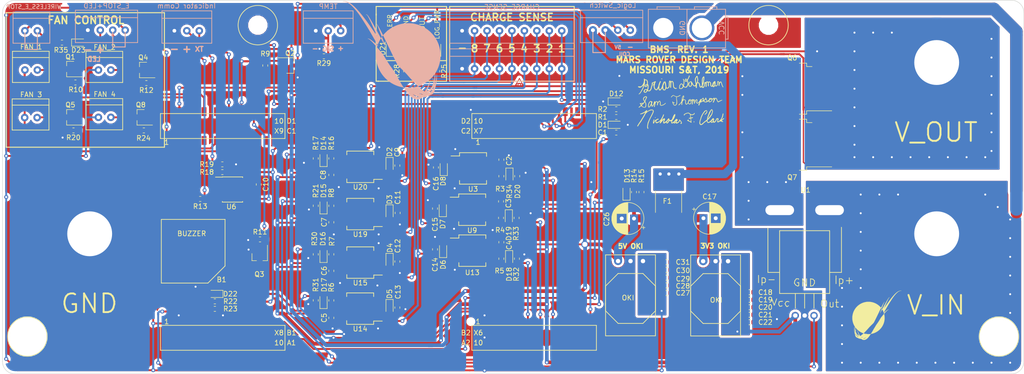
<source format=kicad_pcb>
(kicad_pcb (version 20171130) (host pcbnew "(5.0.0)")
  (layers (0 F.Cu signal) (31 B.Cu signal) (34 B.Paste user) (35 F.Paste user) (36 B.SilkS user) (37 F.SilkS user) (38 B.Mask user) (39 F.Mask user) (44 Edge.Cuts user))
  (net 0 "")
  (net 1 "Net-(B1-Pad2)")
  (net 2 GND)
  (net 3 V_IN)
  (net 4 CELL_1)
  (net 5 CELL_2)
  (net 6 CELL_3)
  (net 7 CELL_4)
  (net 8 CELL_5)
  (net 9 CELL_6)
  (net 10 CELL_7)
  (net 11 CELL_8)
  (net 12 "Net-(Q1-Pad3)")
  (net 13 FAN_CTL_1)
  (net 14 LOGIC_SWITCH)
  (net 15 "Net-(Q2-Pad3)")
  (net 16 BUZZER)
  (net 17 FAN_CTL_2)
  (net 18 "Net-(Q4-Pad3)")
  (net 19 "Net-(Q5-Pad3)")
  (net 20 FAN_CTL_3)
  (net 21 "Net-(Q8-Pad3)")
  (net 22 FAN_CTL_4)
  (net 23 "Net-(D11-Pad1)")
  (net 24 "Net-(Q6-Pad2)")
  (net 25 V_OUT)
  (net 26 "Net-(F1-Pad2)")
  (net 27 "Net-(R13-Pad1)")
  (net 28 "Net-(U6-Pad3)")
  (net 29 "Net-(U6-Pad2)")
  (net 30 "Net-(U10-Pad1)")
  (net 31 PACK_GATE)
  (net 32 SER_TX_IND)
  (net 33 LOGIC_PWR)
  (net 34 "Net-(U21-Pad+3V3)")
  (net 35 "Net-(U21-PadPM6)")
  (net 36 "Net-(U21-PadPQ1)")
  (net 37 "Net-(U21-PadPQ0)")
  (net 38 "Net-(U21-PadPA4)")
  (net 39 "Net-(U21-PadRese)")
  (net 40 "Net-(U21-PadPA7)")
  (net 41 "Net-(U21-PadPN5)")
  (net 42 "Net-(U21-PadPD2)")
  (net 43 "Net-(U21-PadPP0)")
  (net 44 "Net-(U21-PadPP1)")
  (net 45 "Net-(U21-PadPP4)")
  (net 46 "Net-(U21-PadPN4)")
  (net 47 "Net-(U21-PadPG1)")
  (net 48 "Net-(U21-PadPK4)")
  (net 49 "Net-(U21-PadPK5)")
  (net 50 "Net-(U21-PadPM0)")
  (net 51 "Net-(U21-PadPM1)")
  (net 52 "Net-(U21-PadPM2)")
  (net 53 "Net-(U21-PadPH0)")
  (net 54 "Net-(U21-PadPH1)")
  (net 55 "Net-(U21-PadPK6)")
  (net 56 "Net-(U21-PadPK7)")
  (net 57 "Net-(U21-PadPM7)")
  (net 58 "Net-(U21-PadPP5)")
  (net 59 "Net-(U21-PadPE3)")
  (net 60 "Net-(U21-PadPD7)")
  (net 61 "Net-(U21-PadPA6)")
  (net 62 "Net-(U21-PadPM4)")
  (net 63 "Net-(U21-PadPM5)")
  (net 64 "Net-(U21-PadPE4)")
  (net 65 "Net-(U21-PadPC4)")
  (net 66 "Net-(U21-PadPC5)")
  (net 67 "Net-(U21-PadPC6)")
  (net 68 "Net-(U21-PadPE5)")
  (net 69 "Net-(U21-PadPD3)")
  (net 70 "Net-(U21-PadPC7)")
  (net 71 "Net-(U21-PadPB2)")
  (net 72 "Net-(U21-PadPB3)")
  (net 73 "Net-(U21-PadPF2)")
  (net 74 "Net-(U21-PadPF3)")
  (net 75 "Net-(U21-PadPG0)")
  (net 76 "Net-(U21-PadPL0)")
  (net 77 "Net-(U21-PadPL1)")
  (net 78 "Net-(U21-PadPL2)")
  (net 79 "Net-(U21-PadPL3)")
  (net 80 "Net-(D9-Pad1)")
  (net 81 "Net-(D10-Pad1)")
  (net 82 "Net-(R3-Pad2)")
  (net 83 "Net-(R4-Pad2)")
  (net 84 "Net-(R5-Pad2)")
  (net 85 "Net-(R6-Pad2)")
  (net 86 "Net-(R7-Pad2)")
  (net 87 "Net-(R8-Pad2)")
  (net 88 "Net-(R16-Pad2)")
  (net 89 "Net-(U3-Pad8)")
  (net 90 "Net-(U9-Pad8)")
  (net 91 "Net-(U13-Pad8)")
  (net 92 "Net-(U14-Pad8)")
  (net 93 "Net-(U15-Pad8)")
  (net 94 "Net-(U19-Pad8)")
  (net 95 "Net-(U20-Pad8)")
  (net 96 "Net-(U21-PadPP2)")
  (net 97 "Net-(U21-PadPN3)")
  (net 98 +5V)
  (net 99 "Net-(C10-Pad1)")
  (net 100 +3V3)
  (net 101 PACK_V_IND)
  (net 102 SW_IND)
  (net 103 SW_ERR)
  (net 104 "Net-(D21-Pad1)")
  (net 105 "Net-(D23-Pad1)")
  (net 106 FAN_PWR)
  (net 107 "Net-(R18-Pad1)")
  (net 108 CELL_1-GND_SENSE)
  (net 109 V_LOG_SENSE)
  (net 110 CELL_2-1_SENSE)
  (net 111 CELL_3-2_SENSE)
  (net 112 CELL_4-3_SENSE)
  (net 113 CELL_5-4_SENSE)
  (net 114 CELL_6-5_SENSE)
  (net 115 CELL_7-6_SENSE)
  (net 116 CELL_8-7_SENSE)
  (net 117 V_OUT_SENSE)
  (net 118 E-Stop_Gate)
  (net 119 TEMP_D_OUT)
  (net 120 PACK_I_SENSE)
  (net 121 /V_IN)
  (module BMS_Hardware:PFF_Leadform_5pins (layer F.Cu) (at 205.74 106.68)
    (fp_text reference U1 (at 0.20066 -14.89964) (layer F.SilkS))
    (fp_text value ACS759ECB-200B-PFF-T)
    (pad 1 thru_hole circle (at -1.91008 10.70102) (size 1.50114 1.50114) (drill 0.89916) (layers *.Cu *.Mask) (net 100 +3V3))
    (pad 3 thru_hole circle (at 1.91008 10.70102) (size 1.50114 1.50114) (drill 0.89916) (layers *.Cu *.Mask) (net 120 PACK_I_SENSE))
    (pad 2 thru_hole circle (at 0 10.70102) (size 1.50114 1.50114) (drill 0.89916) (layers *.Cu *.Mask) (net 2 GND))
    (pad 4 thru_hole oval (at 5.08 -10.795) (size 9.144 5.588) (drill oval 5.842 2.032) (layers *.Cu *.Mask) (net 121 /V_IN))
    (pad 5 thru_hole oval (at -5.08 -10.795) (size 9.144 5.588) (drill oval 5.842 2.032) (layers *.Cu *.Mask) (net 24 "Net-(Q6-Pad2)"))
  )
  (module MRDT_Drill_Holes:4_40_Hole (layer F.Cu) (at 198.374 58.166)
    (fp_text reference REF** hide)
    (fp_text value 4_40_Hole hide)
    (pad "" np_thru_hole circle (at 0 0) (size 2.9464 2.9464) (drill 2.9464) (layers *.Cu *.Mask))
  )
  (module MRDT_Drill_Holes:4_40_Hole (layer F.Cu) (at 94.234 58.166)
    (fp_text reference REF** hide)
    (fp_text value 4_40_Hole hide)
    (pad "" np_thru_hole circle (at 0 0) (size 2.9464 2.9464) (drill 2.9464) (layers *.Cu *.Mask))
  )
  (module MRDT_Drill_Holes:4_40_Hole (layer F.Cu) (at 47.244 121.666)
    (fp_text reference REF** hide)
    (fp_text value 4_40_Hole hide)
    (pad "" np_thru_hole circle (at 0 0) (size 2.9464 2.9464) (drill 2.9464) (layers *.Cu *.Mask) (clearance 2.5))
  )
  (module Diode_SMD:D_0603_1608Metric_Pad1.05x0.95mm_HandSolder (layer F.Cu) (at 132.1435 87.1855 90)
    (fp_text reference D8 (at -2.794 -0.127 90) (layer F.SilkS))
    (fp_text value 7.5V)
    (pad 2 smd roundrect (at 0.875 0 90) (size 1.05 0.95) (layers F.Cu F.Paste F.Mask) (net 4 CELL_1))
    (pad 1 smd roundrect (at -0.875 0 90) (size 1.05 0.95) (layers F.Cu F.Paste F.Mask) (net 5 CELL_2))
  )
  (module MRDT_Devices:BUZZER_SMI_1324_TW_5V_2_R (layer F.Cu) (at 74.549 104.267)
    (fp_text reference B1 (at 12.2936 5.7912) (layer F.SilkS))
    (fp_text value BUZZER_SMI_1324_TW_5V_2_R)
    (fp_text user BUZZER (at 6.2 -3.6) (layer F.SilkS))
    (pad 1 smd rect (at 0.2 0) (size 6 2.5) (layers F.Cu F.Paste F.Mask) (net 98 +5V))
    (pad 2 smd rect (at 12.8 0) (size 6 2.5) (layers F.Cu F.Paste F.Mask) (net 1 "Net-(B1-Pad2)"))
  )
  (module Resistor_SMD:R_0603_1608Metric_Pad1.05x0.95mm_HandSolder (layer F.Cu) (at 85.471 116.0145 180)
    (fp_text reference R23 (at -3.175 0 180) (layer F.SilkS))
    (fp_text value 100k)
    (pad 1 smd roundrect (at -0.875 0 180) (size 1.05 0.95) (layers F.Cu F.Paste F.Mask) (net 2 GND))
    (pad 2 smd roundrect (at 0.875 0 180) (size 1.05 0.95) (layers F.Cu F.Paste F.Mask) (net 117 V_OUT_SENSE))
  )
  (module MRDT_Connectors:MOLEX_SL_09_Vertical (layer B.Cu) (at 146.05 59.309 180)
    (fp_text reference Conn2 hide)
    (fp_text value "CHARGE SENSE" (at 0 4.826 180) (layer B.SilkS) (effects (justify mirror)))
    (pad 1 thru_hole circle (at -10.16 0 180) (size 1.524 1.524) (drill 0.762) (layers *.Cu *.Mask) (net 4 CELL_1))
    (pad 2 thru_hole circle (at -7.62 0 180) (size 1.524 1.524) (drill 0.762) (layers *.Cu *.Mask) (net 5 CELL_2))
    (pad 3 thru_hole circle (at -5.08 0 180) (size 1.524 1.524) (drill 0.762) (layers *.Cu *.Mask) (net 6 CELL_3))
    (pad 4 thru_hole circle (at -2.54 0 180) (size 1.524 1.524) (drill 0.762) (layers *.Cu *.Mask) (net 7 CELL_4))
    (pad 5 thru_hole circle (at 0 0 180) (size 1.524 1.524) (drill 0.762) (layers *.Cu *.Mask) (net 8 CELL_5))
    (pad 6 thru_hole circle (at 2.54 0 180) (size 1.524 1.524) (drill 0.762) (layers *.Cu *.Mask) (net 9 CELL_6))
    (pad 7 thru_hole circle (at 5.08 0 180) (size 1.524 1.524) (drill 0.762) (layers *.Cu *.Mask) (net 10 CELL_7))
    (pad 8 thru_hole circle (at 7.62 0 180) (size 1.524 1.524) (drill 0.762) (layers *.Cu *.Mask) (net 11 CELL_8))
    (pad 9 thru_hole circle (at 10.16 0 180) (size 1.524 1.524) (drill 0.762) (layers *.Cu *.Mask) (net 2 GND))
  )
  (module MRDT_Connectors:MOLEX_SL_09_Vertical (layer B.Cu) (at 146.05 67.056 180)
    (fp_text reference Conn1 hide)
    (fp_text value CHARGE_SENSE_BOTTOM)
    (pad 9 thru_hole circle (at 10.16 0 180) (size 1.524 1.524) (drill 0.762) (layers *.Cu *.Mask) (net 2 GND))
    (pad 8 thru_hole circle (at 7.62 0 180) (size 1.524 1.524) (drill 0.762) (layers *.Cu *.Mask) (net 11 CELL_8))
    (pad 7 thru_hole circle (at 5.08 0 180) (size 1.524 1.524) (drill 0.762) (layers *.Cu *.Mask) (net 10 CELL_7))
    (pad 6 thru_hole circle (at 2.54 0 180) (size 1.524 1.524) (drill 0.762) (layers *.Cu *.Mask) (net 9 CELL_6))
    (pad 5 thru_hole circle (at 0 0 180) (size 1.524 1.524) (drill 0.762) (layers *.Cu *.Mask) (net 8 CELL_5))
    (pad 4 thru_hole circle (at -2.54 0 180) (size 1.524 1.524) (drill 0.762) (layers *.Cu *.Mask) (net 7 CELL_4))
    (pad 3 thru_hole circle (at -5.08 0 180) (size 1.524 1.524) (drill 0.762) (layers *.Cu *.Mask) (net 6 CELL_3))
    (pad 2 thru_hole circle (at -7.62 0 180) (size 1.524 1.524) (drill 0.762) (layers *.Cu *.Mask) (net 5 CELL_2))
    (pad 1 thru_hole circle (at -10.16 0 180) (size 1.524 1.524) (drill 0.762) (layers *.Cu *.Mask) (net 4 CELL_1))
  )
  (module BMS_Hardware:TM4C129E_Launchpad_FULL_Top_SMD (layer F.Cu) (at 74.3712 124.46)
    (fp_text reference U21 hide)
    (fp_text value TM4C129E_Launchpad hide)
    (fp_text user A2 (at 62.2808 -1.524 180) (layer F.SilkS))
    (fp_text user B2 (at 62.2808 -3.556 180) (layer F.SilkS))
    (fp_text user A1 (at 26.7208 -1.524 180) (layer F.SilkS))
    (fp_text user B1 (at 26.7208 -3.556 180) (layer F.SilkS))
    (fp_text user D2 (at 62.2808 -46.736) (layer F.SilkS))
    (fp_text user C2 (at 62.2808 -44.704 180) (layer F.SilkS))
    (fp_text user D1 (at 26.7208 -46.736 180) (layer F.SilkS))
    (fp_text user C1 (at 26.7208 -44.704 180) (layer F.SilkS))
    (fp_text user X6 (at 64.8208 -3.556) (layer F.SilkS))
    (fp_text user X7 (at 64.8208 -44.704 180) (layer F.SilkS))
    (fp_text user X8 (at 24.1808 -3.556 180) (layer F.SilkS))
    (fp_text user X9 (at 24.1808 -44.704 180) (layer F.SilkS))
    (fp_text user 1 (at 64.77 -5.842 180) (layer F.SilkS))
    (fp_text user 10 (at 64.8208 -1.524 180) (layer F.SilkS))
    (fp_text user 10 (at 64.8208 -46.736 180) (layer F.SilkS))
    (fp_text user 1 (at 64.77 -42.418 180) (layer F.SilkS))
    (fp_text user 10 (at 24.1808 -1.524 180) (layer F.SilkS))
    (fp_text user 1 (at 1.27 -5.842 180) (layer F.SilkS))
    (fp_text user 10 (at 24.1808 -46.736 180) (layer F.SilkS))
    (fp_text user 1 (at 1.27 -42.418 180) (layer F.SilkS))
    (pad PP2 smd rect (at 24.13 -48.6664 180) (size 0.9906 1.778) (layers F.Cu F.Paste F.Mask) (net 96 "Net-(U21-PadPP2)"))
    (pad PN3 smd rect (at 21.59 -48.6664 180) (size 0.9906 1.778) (layers F.Cu F.Paste F.Mask) (net 97 "Net-(U21-PadPN3)"))
    (pad PN2 smd rect (at 19.05 -48.6664 180) (size 0.9906 1.778) (layers F.Cu F.Paste F.Mask) (net 16 BUZZER))
    (pad PD0 smd rect (at 16.51 -48.6664 180) (size 0.9906 1.778) (layers F.Cu F.Paste F.Mask) (net 14 LOGIC_SWITCH))
    (pad PD1 smd rect (at 13.97 -48.6664 180) (size 0.9906 1.778) (layers F.Cu F.Paste F.Mask) (net 31 PACK_GATE))
    (pad Rese smd rect (at 11.43 -48.6664 180) (size 0.9906 1.778) (layers F.Cu F.Paste F.Mask) (net 39 "Net-(U21-PadRese)"))
    (pad PH3 smd rect (at 8.89 -48.6664 180) (size 0.9906 1.778) (layers F.Cu F.Paste F.Mask) (net 17 FAN_CTL_2))
    (pad PH2 smd rect (at 6.35 -48.6664 180) (size 0.9906 1.778) (layers F.Cu F.Paste F.Mask) (net 13 FAN_CTL_1))
    (pad PM3 smd rect (at 3.81 -48.6664 180) (size 0.9906 1.778) (layers F.Cu F.Paste F.Mask) (net 119 TEMP_D_OUT))
    (pad GND smd rect (at 1.27 -48.6664 180) (size 0.9906 1.778) (layers F.Cu F.Paste F.Mask) (net 2 GND))
    (pad PL3 smd rect (at 24.13 -42.7736 180) (size 0.9906 1.778) (layers F.Cu F.Paste F.Mask) (net 79 "Net-(U21-PadPL3)"))
    (pad PL2 smd rect (at 21.59 -42.7736 180) (size 0.9906 1.778) (layers F.Cu F.Paste F.Mask) (net 78 "Net-(U21-PadPL2)"))
    (pad PL1 smd rect (at 19.05 -42.7736 180) (size 0.9906 1.778) (layers F.Cu F.Paste F.Mask) (net 77 "Net-(U21-PadPL1)"))
    (pad PL0 smd rect (at 16.51 -42.7736 180) (size 0.9906 1.778) (layers F.Cu F.Paste F.Mask) (net 76 "Net-(U21-PadPL0)"))
    (pad PL5 smd rect (at 13.97 -42.7736 180) (size 0.9906 1.778) (layers F.Cu F.Paste F.Mask) (net 20 FAN_CTL_3))
    (pad PL4 smd rect (at 11.43 -42.7736 180) (size 0.9906 1.778) (layers F.Cu F.Paste F.Mask) (net 22 FAN_CTL_4))
    (pad PG0 smd rect (at 8.89 -42.7736 180) (size 0.9906 1.778) (layers F.Cu F.Paste F.Mask) (net 75 "Net-(U21-PadPG0)"))
    (pad PF3 smd rect (at 6.35 -42.7736 180) (size 0.9906 1.778) (layers F.Cu F.Paste F.Mask) (net 74 "Net-(U21-PadPF3)"))
    (pad PF2 smd rect (at 3.81 -42.7736 180) (size 0.9906 1.778) (layers F.Cu F.Paste F.Mask) (net 73 "Net-(U21-PadPF2)"))
    (pad PF1 smd rect (at 1.27 -42.7736 180) (size 0.9906 1.778) (layers F.Cu F.Paste F.Mask) (net 106 FAN_PWR))
    (pad PB3 smd rect (at 24.13 0.4064 180) (size 0.9906 1.778) (layers F.Cu F.Paste F.Mask) (net 72 "Net-(U21-PadPB3)"))
    (pad PB2 smd rect (at 21.59 0.4064 180) (size 0.9906 1.778) (layers F.Cu F.Paste F.Mask) (net 71 "Net-(U21-PadPB2)"))
    (pad PC7 smd rect (at 19.05 0.4064 180) (size 0.9906 1.778) (layers F.Cu F.Paste F.Mask) (net 70 "Net-(U21-PadPC7)"))
    (pad PD3 smd rect (at 16.51 0.4064 180) (size 0.9906 1.778) (layers F.Cu F.Paste F.Mask) (net 69 "Net-(U21-PadPD3)"))
    (pad PE5 smd rect (at 13.97 0.4064 180) (size 0.9906 1.778) (layers F.Cu F.Paste F.Mask) (net 68 "Net-(U21-PadPE5)"))
    (pad PC6 smd rect (at 11.43 0.4064 180) (size 0.9906 1.778) (layers F.Cu F.Paste F.Mask) (net 67 "Net-(U21-PadPC6)"))
    (pad PC5 smd rect (at 8.89 0.4064 180) (size 0.9906 1.778) (layers F.Cu F.Paste F.Mask) (net 66 "Net-(U21-PadPC5)"))
    (pad PC4 smd rect (at 6.35 0.4064 180) (size 0.9906 1.778) (layers F.Cu F.Paste F.Mask) (net 65 "Net-(U21-PadPC4)"))
    (pad PE4 smd rect (at 3.81 0.4064 180) (size 0.9906 1.778) (layers F.Cu F.Paste F.Mask) (net 64 "Net-(U21-PadPE4)"))
    (pad +3V3 smd rect (at 1.27 0.4064 180) (size 0.9906 1.778) (layers F.Cu F.Paste F.Mask) (net 34 "Net-(U21-Pad+3V3)"))
    (pad PM5 smd rect (at 24.13 -5.4864 180) (size 0.9906 1.778) (layers F.Cu F.Paste F.Mask) (net 63 "Net-(U21-PadPM5)"))
    (pad PM4 smd rect (at 21.59 -5.4864 180) (size 0.9906 1.778) (layers F.Cu F.Paste F.Mask) (net 62 "Net-(U21-PadPM4)"))
    (pad PA6 smd rect (at 19.05 -5.4864 180) (size 0.9906 1.778) (layers F.Cu F.Paste F.Mask) (net 61 "Net-(U21-PadPA6)"))
    (pad PD7 smd rect (at 16.51 -5.4864 180) (size 0.9906 1.778) (layers F.Cu F.Paste F.Mask) (net 60 "Net-(U21-PadPD7)"))
    (pad PE3 smd rect (at 13.97 -5.4864 180) (size 0.9906 1.778) (layers F.Cu F.Paste F.Mask) (net 59 "Net-(U21-PadPE3)"))
    (pad PE2 smd rect (at 11.43 -5.4864 180) (size 0.9906 1.778) (layers F.Cu F.Paste F.Mask) (net 109 V_LOG_SENSE))
    (pad PE1 smd rect (at 8.89 -5.4864 180) (size 0.9906 1.778) (layers F.Cu F.Paste F.Mask) (net 117 V_OUT_SENSE))
    (pad PE0 smd rect (at 6.35 -5.4864 180) (size 0.9906 1.778) (layers F.Cu F.Paste F.Mask) (net 120 PACK_I_SENSE))
    (pad GND smd rect (at 3.81 -5.4864 180) (size 0.9906 1.778) (layers F.Cu F.Paste F.Mask) (net 2 GND))
    (pad +5V smd rect (at 1.27 -5.4864 180) (size 0.9906 1.778) (layers F.Cu F.Paste F.Mask) (net 98 +5V))
    (pad PP5 smd rect (at 69.85 -48.6664 180) (size 0.9906 1.778) (layers F.Cu F.Paste F.Mask) (net 58 "Net-(U21-PadPP5)"))
    (pad PM7 smd rect (at 67.31 -48.6664 180) (size 0.9906 1.778) (layers F.Cu F.Paste F.Mask) (net 57 "Net-(U21-PadPM7)"))
    (pad GND smd rect (at 64.77 -48.6664 180) (size 0.9906 1.778) (layers F.Cu F.Paste F.Mask) (net 2 GND))
    (pad PK7 smd rect (at 87.63 -42.7736 180) (size 0.9906 1.778) (layers F.Cu F.Paste F.Mask) (net 56 "Net-(U21-PadPK7)"))
    (pad PK6 smd rect (at 85.09 -42.7736 180) (size 0.9906 1.778) (layers F.Cu F.Paste F.Mask) (net 55 "Net-(U21-PadPK6)"))
    (pad PH1 smd rect (at 82.55 -42.7736 180) (size 0.9906 1.778) (layers F.Cu F.Paste F.Mask) (net 54 "Net-(U21-PadPH1)"))
    (pad PH0 smd rect (at 80.01 -42.7736 180) (size 0.9906 1.778) (layers F.Cu F.Paste F.Mask) (net 53 "Net-(U21-PadPH0)"))
    (pad PM2 smd rect (at 77.47 -42.7736 180) (size 0.9906 1.778) (layers F.Cu F.Paste F.Mask) (net 52 "Net-(U21-PadPM2)"))
    (pad PM1 smd rect (at 74.93 -42.7736 180) (size 0.9906 1.778) (layers F.Cu F.Paste F.Mask) (net 51 "Net-(U21-PadPM1)"))
    (pad PM0 smd rect (at 72.39 -42.7736 180) (size 0.9906 1.778) (layers F.Cu F.Paste F.Mask) (net 50 "Net-(U21-PadPM0)"))
    (pad PK5 smd rect (at 69.85 -42.7736 180) (size 0.9906 1.778) (layers F.Cu F.Paste F.Mask) (net 49 "Net-(U21-PadPK5)"))
    (pad PK4 smd rect (at 67.31 -42.7736 180) (size 0.9906 1.778) (layers F.Cu F.Paste F.Mask) (net 48 "Net-(U21-PadPK4)"))
    (pad PG1 smd rect (at 64.77 -42.7736 180) (size 0.9906 1.778) (layers F.Cu F.Paste F.Mask) (net 47 "Net-(U21-PadPG1)"))
    (pad PN4 smd rect (at 87.63 0.4064 180) (size 0.9906 1.778) (layers F.Cu F.Paste F.Mask) (net 46 "Net-(U21-PadPN4)"))
    (pad PP4 smd rect (at 82.55 0.4064 180) (size 0.9906 1.778) (layers F.Cu F.Paste F.Mask) (net 45 "Net-(U21-PadPP4)"))
    (pad PD5 smd rect (at 77.47 0.4064 180) (size 0.9906 1.778) (layers F.Cu F.Paste F.Mask) (net 115 CELL_7-6_SENSE))
    (pad PD4 smd rect (at 74.93 0.4064 180) (size 0.9906 1.778) (layers F.Cu F.Paste F.Mask) (net 116 CELL_8-7_SENSE))
    (pad PP1 smd rect (at 72.39 0.4064 180) (size 0.9906 1.778) (layers F.Cu F.Paste F.Mask) (net 44 "Net-(U21-PadPP1)"))
    (pad PP0 smd rect (at 69.85 0.4064 180) (size 0.9906 1.778) (layers F.Cu F.Paste F.Mask) (net 43 "Net-(U21-PadPP0)"))
    (pad PD2 smd rect (at 67.31 0.4064 180) (size 0.9906 1.778) (layers F.Cu F.Paste F.Mask) (net 42 "Net-(U21-PadPD2)"))
    (pad PA5 smd rect (at 87.63 -5.4864 180) (size 0.9906 1.778) (layers F.Cu F.Paste F.Mask) (net 32 SER_TX_IND))
    (pad PK3 smd rect (at 82.55 -5.4864 180) (size 0.9906 1.778) (layers F.Cu F.Paste F.Mask) (net 108 CELL_1-GND_SENSE))
    (pad PB5 smd rect (at 72.39 -5.4864 180) (size 0.9906 1.778) (layers F.Cu F.Paste F.Mask) (net 113 CELL_5-4_SENSE))
    (pad PB4 smd rect (at 69.85 -5.4864 180) (size 0.9906 1.778) (layers F.Cu F.Paste F.Mask) (net 114 CELL_6-5_SENSE))
    (pad GND smd rect (at 67.31 -5.4864 180) (size 0.9906 1.778) (layers F.Cu F.Paste F.Mask) (net 2 GND))
    (pad +5V smd rect (at 64.77 -5.4864 180) (size 0.9906 1.778) (layers F.Cu F.Paste F.Mask) (net 98 +5V))
    (pad PK1 smd rect (at 77.47 -5.4864 180) (size 0.9906 1.778) (layers F.Cu F.Paste F.Mask) (net 111 CELL_3-2_SENSE))
    (pad PK2 smd rect (at 80.01 -5.4864 180) (size 0.9906 1.778) (layers F.Cu F.Paste F.Mask) (net 110 CELL_2-1_SENSE))
    (pad PN5 smd rect (at 85.09 0.4064 180) (size 0.9906 1.778) (layers F.Cu F.Paste F.Mask) (net 41 "Net-(U21-PadPN5)"))
    (pad PA7 smd rect (at 72.39 -48.6664 180) (size 0.9906 1.778) (layers F.Cu F.Paste F.Mask) (net 40 "Net-(U21-PadPA7)"))
    (pad Rese smd rect (at 74.93 -48.6664 180) (size 0.9906 1.778) (layers F.Cu F.Paste F.Mask) (net 39 "Net-(U21-PadRese)"))
    (pad PA4 smd rect (at 85.09 -5.4864 180) (size 0.9906 1.778) (layers F.Cu F.Paste F.Mask) (net 38 "Net-(U21-PadPA4)"))
    (pad PQ0 smd rect (at 80.01 0.4064 180) (size 0.9906 1.778) (layers F.Cu F.Paste F.Mask) (net 37 "Net-(U21-PadPQ0)"))
    (pad PP3 smd rect (at 82.55 -48.6664 180) (size 0.9906 1.778) (layers F.Cu F.Paste F.Mask) (net 103 SW_ERR))
    (pad PQ3 smd rect (at 80.01 -48.6664 180) (size 0.9906 1.778) (layers F.Cu F.Paste F.Mask) (net 102 SW_IND))
    (pad PK0 smd rect (at 74.93 -5.4864 180) (size 0.9906 1.778) (layers F.Cu F.Paste F.Mask) (net 112 CELL_4-3_SENSE))
    (pad PQ2 smd rect (at 77.47 -48.6664 180) (size 0.9906 1.778) (layers F.Cu F.Paste F.Mask) (net 101 PACK_V_IND))
    (pad PQ1 smd rect (at 85.09 -48.6664 180) (size 0.9906 1.778) (layers F.Cu F.Paste F.Mask) (net 36 "Net-(U21-PadPQ1)"))
    (pad PM6 smd rect (at 87.63 -48.6664 180) (size 0.9906 1.778) (layers F.Cu F.Paste F.Mask) (net 35 "Net-(U21-PadPM6)"))
    (pad +3V3 smd rect (at 64.77 0.4064 180) (size 0.9906 1.778) (layers F.Cu F.Paste F.Mask) (net 34 "Net-(U21-Pad+3V3)"))
  )
  (module TO_SOT_Packages_SMD:SOT-23_Handsoldering (layer F.Cu) (at 56.007 67.1195 180)
    (fp_text reference Q1 (at 0 2.4765 180) (layer F.SilkS))
    (fp_text value 2N7002PW)
    (pad 3 smd rect (at 1.5 0 180) (size 1.9 0.8) (layers F.Cu F.Paste F.Mask) (net 12 "Net-(Q1-Pad3)"))
    (pad 2 smd rect (at -1.5 0.95 180) (size 1.9 0.8) (layers F.Cu F.Paste F.Mask) (net 2 GND))
    (pad 1 smd rect (at -1.5 -0.95 180) (size 1.9 0.8) (layers F.Cu F.Paste F.Mask) (net 13 FAN_CTL_1))
  )
  (module TO_SOT_Packages_SMD:SOT-23_Handsoldering (layer F.Cu) (at 100.828049 66.396607)
    (fp_text reference Q2 (at 0 -2.5) (layer F.SilkS))
    (fp_text value 2N7002PW)
    (pad 1 smd rect (at -1.5 -0.95) (size 1.9 0.8) (layers F.Cu F.Paste F.Mask) (net 14 LOGIC_SWITCH))
    (pad 2 smd rect (at -1.5 0.95) (size 1.9 0.8) (layers F.Cu F.Paste F.Mask) (net 2 GND))
    (pad 3 smd rect (at 1.5 0) (size 1.9 0.8) (layers F.Cu F.Paste F.Mask) (net 15 "Net-(Q2-Pad3)"))
  )
  (module TO_SOT_Packages_SMD:SOT-23_Handsoldering (layer F.Cu) (at 94.615 105.4354 270)
    (fp_text reference Q3 (at 3.5306 0.0635) (layer F.SilkS))
    (fp_text value 2N7002PW)
    (pad 1 smd rect (at -1.5 -0.95 270) (size 1.9 0.8) (layers F.Cu F.Paste F.Mask) (net 16 BUZZER))
    (pad 2 smd rect (at -1.5 0.95 270) (size 1.9 0.8) (layers F.Cu F.Paste F.Mask) (net 2 GND))
    (pad 3 smd rect (at 1.5 0 270) (size 1.9 0.8) (layers F.Cu F.Paste F.Mask) (net 1 "Net-(B1-Pad2)"))
  )
  (module TO_SOT_Packages_SMD:SOT-23_Handsoldering (layer F.Cu) (at 70.866 67.31 180)
    (fp_text reference Q4 (at 0 2.54) (layer F.SilkS))
    (fp_text value 2N7002PW)
    (pad 1 smd rect (at -1.5 -0.95 180) (size 1.9 0.8) (layers F.Cu F.Paste F.Mask) (net 17 FAN_CTL_2))
    (pad 2 smd rect (at -1.5 0.95 180) (size 1.9 0.8) (layers F.Cu F.Paste F.Mask) (net 2 GND))
    (pad 3 smd rect (at 1.5 0 180) (size 1.9 0.8) (layers F.Cu F.Paste F.Mask) (net 18 "Net-(Q4-Pad3)"))
  )
  (module TO_SOT_Packages_SMD:SOT-23_Handsoldering (layer F.Cu) (at 56.007 76.962 180)
    (fp_text reference Q5 (at 0 2.54 180) (layer F.SilkS))
    (fp_text value 2N7002PW)
    (pad 3 smd rect (at 1.5 0 180) (size 1.9 0.8) (layers F.Cu F.Paste F.Mask) (net 19 "Net-(Q5-Pad3)"))
    (pad 2 smd rect (at -1.5 0.95 180) (size 1.9 0.8) (layers F.Cu F.Paste F.Mask) (net 2 GND))
    (pad 1 smd rect (at -1.5 -0.95 180) (size 1.9 0.8) (layers F.Cu F.Paste F.Mask) (net 20 FAN_CTL_3))
  )
  (module TO_SOT_Packages_SMD:SOT-23_Handsoldering (layer F.Cu) (at 70.358 76.962 180)
    (fp_text reference Q8 (at 0 2.54 180) (layer F.SilkS))
    (fp_text value 2N7002PW)
    (pad 3 smd rect (at 1.5 0 180) (size 1.9 0.8) (layers F.Cu F.Paste F.Mask) (net 21 "Net-(Q8-Pad3)"))
    (pad 2 smd rect (at -1.5 0.95 180) (size 1.9 0.8) (layers F.Cu F.Paste F.Mask) (net 2 GND))
    (pad 1 smd rect (at -1.5 -0.95 180) (size 1.9 0.8) (layers F.Cu F.Paste F.Mask) (net 22 FAN_CTL_4))
  )
  (module MRDT_Connectors:MOLEX_SL_02_Vertical (layer F.Cu) (at 48.006 67.31)
    (fp_text reference U2 hide)
    (fp_text value FAN_1 (at 0 -4.699) (layer F.SilkS))
    (pad 1 thru_hole circle (at -1.27 0) (size 1.524 1.524) (drill 0.762) (layers *.Cu *.Mask) (net 98 +5V))
    (pad 2 thru_hole circle (at 1.27 0) (size 1.524 1.524) (drill 0.762) (layers *.Cu *.Mask) (net 12 "Net-(Q1-Pad3)"))
  )
  (module MRDT_Connectors:MOLEX_SL_02_Vertical (layer F.Cu) (at 62.992 67.31)
    (fp_text reference U4 hide)
    (fp_text value FAN_2 (at 0 -4.6355) (layer F.SilkS))
    (pad 2 thru_hole circle (at 1.27 0) (size 1.524 1.524) (drill 0.762) (layers *.Cu *.Mask) (net 18 "Net-(Q4-Pad3)"))
    (pad 1 thru_hole circle (at -1.27 0) (size 1.524 1.524) (drill 0.762) (layers *.Cu *.Mask) (net 98 +5V))
  )
  (module MRDT_Connectors:MOLEX_SL_04_Vertical (layer B.Cu) (at 166.37 59.182 180)
    (fp_text reference U5 hide)
    (fp_text value Logic_Switch (at -0.254 5.08 180) (layer B.SilkS) (effects (justify mirror)))
    (pad 1 thru_hole circle (at -3.81 0 180) (size 1.524 1.524) (drill 0.762) (layers *.Cu *.Mask) (net 15 "Net-(Q2-Pad3)"))
    (pad 2 thru_hole circle (at -1.27 0 180) (size 1.524 1.524) (drill 0.762) (layers *.Cu *.Mask) (net 98 +5V))
    (pad 3 thru_hole circle (at 1.27 0 180) (size 1.524 1.524) (drill 0.762) (layers *.Cu *.Mask) (net 24 "Net-(Q6-Pad2)"))
    (pad 4 thru_hole circle (at 3.81 0 180) (size 1.524 1.524) (drill 0.762) (layers *.Cu *.Mask) (net 26 "Net-(F1-Pad2)"))
    (pad 4 thru_hole circle (at 3.81 0 180) (size 1.524 1.524) (drill 0.762) (layers *.Cu *.Mask) (net 26 "Net-(F1-Pad2)"))
  )
  (module Housings_SOIC:SOIC-8_3.9x4.9mm_Pitch1.27mm (layer F.Cu) (at 89.0651 91.6813)
    (fp_text reference U6 (at -0.2286 3.5052) (layer F.SilkS))
    (fp_text value LT1910)
    (pad 8 smd rect (at 2.7 -1.905) (size 1.55 0.6) (layers F.Cu F.Paste F.Mask) (net 99 "Net-(C10-Pad1)"))
    (pad 7 smd rect (at 2.7 -0.635) (size 1.55 0.6) (layers F.Cu F.Paste F.Mask))
    (pad 6 smd rect (at 2.7 0.635) (size 1.55 0.6) (layers F.Cu F.Paste F.Mask) (net 99 "Net-(C10-Pad1)"))
    (pad 5 smd rect (at 2.7 1.905) (size 1.55 0.6) (layers F.Cu F.Paste F.Mask) (net 118 E-Stop_Gate))
    (pad 4 smd rect (at -2.7 1.905) (size 1.55 0.6) (layers F.Cu F.Paste F.Mask) (net 27 "Net-(R13-Pad1)"))
    (pad 3 smd rect (at -2.7 0.635) (size 1.55 0.6) (layers F.Cu F.Paste F.Mask) (net 28 "Net-(U6-Pad3)"))
    (pad 2 smd rect (at -2.7 -0.635) (size 1.55 0.6) (layers F.Cu F.Paste F.Mask) (net 29 "Net-(U6-Pad2)"))
    (pad 1 smd rect (at -2.7 -1.905) (size 1.55 0.6) (layers F.Cu F.Paste F.Mask) (net 2 GND))
  )
  (module MRDT_Connectors:MOLEX_SL_02_Vertical (layer B.Cu) (at 48.006 59.309 180)
    (fp_text reference U7 hide)
    (fp_text value WIRELESS_E_STOP (at -0.5715 4.8895 180) (layer B.SilkS) (effects (font (size 0.8476 0.8476)) (justify mirror)))
    (pad 1 thru_hole circle (at -1.27 0 180) (size 1.524 1.524) (drill 0.762) (layers *.Cu *.Mask) (net 27 "Net-(R13-Pad1)"))
    (pad 2 thru_hole circle (at 1.27 0 180) (size 1.524 1.524) (drill 0.762) (layers *.Cu *.Mask) (net 30 "Net-(U10-Pad1)"))
  )
  (module MRDT_Connectors:MOLEX_SL_02_Vertical (layer F.Cu) (at 47.9552 77.0128)
    (fp_text reference U8 hide)
    (fp_text value "FAN 3" (at 0.0508 -4.6863) (layer F.SilkS))
    (pad 1 thru_hole circle (at -1.27 0) (size 1.524 1.524) (drill 0.762) (layers *.Cu *.Mask) (net 98 +5V))
    (pad 2 thru_hole circle (at 1.27 0) (size 1.524 1.524) (drill 0.762) (layers *.Cu *.Mask) (net 19 "Net-(Q5-Pad3)"))
  )
  (module MRDT_Connectors:MOLEX_SL_04_Vertical (layer B.Cu) (at 63.373 59.182 180)
    (fp_text reference U10 hide)
    (fp_text value E_STOP+LED (at 0 4.953 180) (layer B.SilkS) (effects (justify mirror)))
    (pad 4 thru_hole circle (at 3.81 0 180) (size 1.524 1.524) (drill 0.762) (layers *.Cu *.Mask) (net 2 GND))
    (pad 4 thru_hole circle (at 3.81 0 180) (size 1.524 1.524) (drill 0.762) (layers *.Cu *.Mask) (net 2 GND))
    (pad 3 thru_hole circle (at 1.27 0 180) (size 1.524 1.524) (drill 0.762) (layers *.Cu *.Mask) (net 107 "Net-(R18-Pad1)"))
    (pad 2 thru_hole circle (at -1.27 0 180) (size 1.524 1.524) (drill 0.762) (layers *.Cu *.Mask) (net 31 PACK_GATE))
    (pad 1 thru_hole circle (at -3.81 0 180) (size 1.524 1.524) (drill 0.762) (layers *.Cu *.Mask) (net 30 "Net-(U10-Pad1)"))
  )
  (module MRDT_Connectors:MOLEX_SL_03_Vertical (layer B.Cu) (at 113.665 56.769 180)
    (fp_text reference U11 hide)
    (fp_text value TEMP (at 5.08 2.413 180) (layer B.SilkS) (effects (justify mirror)))
    (pad 3 thru_hole circle (at 7.62 -2.54 180) (size 1.524 1.524) (drill 0.762) (layers *.Cu *.Mask) (net 2 GND))
    (pad 2 thru_hole circle (at 5.08 -2.54 180) (size 1.524 1.524) (drill 0.762) (layers *.Cu *.Mask) (net 119 TEMP_D_OUT))
    (pad 1 thru_hole circle (at 2.54 -2.54 180) (size 1.524 1.524) (drill 0.762) (layers *.Cu *.Mask) (net 100 +3V3))
  )
  (module MRDT_Connectors:MOLEX_SL_02_Vertical (layer F.Cu) (at 62.992 76.962)
    (fp_text reference U12 hide)
    (fp_text value "FAN 4" (at 0 -4.699) (layer F.SilkS))
    (pad 2 thru_hole circle (at 1.27 0) (size 1.524 1.524) (drill 0.762) (layers *.Cu *.Mask) (net 21 "Net-(Q8-Pad3)"))
    (pad 1 thru_hole circle (at -1.27 0) (size 1.524 1.524) (drill 0.762) (layers *.Cu *.Mask) (net 98 +5V))
  )
  (module MRDT_Connectors:MOLEX_SL_03_Vertical (layer B.Cu) (at 84.836 56.769 180)
    (fp_text reference U17 hide)
    (fp_text value "Indicator Comm" (at 5.1435 2.54 180) (layer B.SilkS) (effects (justify mirror)))
    (pad 1 thru_hole circle (at 2.54 -2.54 180) (size 1.524 1.524) (drill 0.762) (layers *.Cu *.Mask) (net 32 SER_TX_IND))
    (pad 2 thru_hole circle (at 5.08 -2.54 180) (size 1.524 1.524) (drill 0.762) (layers *.Cu *.Mask) (net 100 +3V3))
    (pad 3 thru_hole circle (at 7.62 -2.54 180) (size 1.524 1.524) (drill 0.762) (layers *.Cu *.Mask) (net 2 GND))
  )
  (module MRDT_Devices:OKI_Horizontal (layer F.Cu) (at 165.1508 105.0036)
    (fp_text reference U18 hide)
    (fp_text value OKI (at 4.572 8.763) (layer F.SilkS))
    (pad 1 thru_hole circle (at 2.54 1.27) (size 1.524 1.524) (drill 0.889) (layers *.Cu *.Mask) (net 33 LOGIC_PWR))
    (pad 2 thru_hole circle (at 5.08 1.27) (size 1.524 1.524) (drill 0.889) (layers *.Cu *.Mask) (net 2 GND))
    (pad 3 thru_hole circle (at 7.62 1.27) (size 1.524 1.524) (drill 0.889) (layers *.Cu *.Mask) (net 98 +5V))
  )
  (module MRDT_Drill_Holes:BATT_PWR_VIA (layer F.Cu) (at 59.944 100.711)
    (fp_text reference V1 hide)
    (fp_text value BATT_PWR_VIA hide)
    (pad 1 thru_hole circle (at 0 0) (size 18.288 18.288) (drill 9.144) (layers *.Cu *.Mask) (net 2 GND))
  )
  (module MRDT_Drill_Holes:BATT_PWR_VIA (layer F.Cu) (at 232.664 100.711)
    (fp_text reference V2 hide)
    (fp_text value BATT_PWR_VIA hide)
    (pad 1 thru_hole circle (at 0 0) (size 18.288 18.288) (drill 9.144) (layers *.Cu *.Mask) (net 121 /V_IN))
  )
  (module MRDT_Drill_Holes:BATT_PWR_VIA (layer F.Cu) (at 232.664 65.786)
    (fp_text reference V3 hide)
    (fp_text value BATT_PWR_VIA hide)
    (pad 1 thru_hole circle (at 0 0) (size 18.288 18.288) (drill 9.144) (layers *.Cu *.Mask) (net 25 V_OUT))
  )
  (module Capacitor_SMD:C_0603_1608Metric_Pad1.05x0.95mm_HandSolder (layer F.Cu) (at 167.3225 80.0735 180)
    (fp_text reference C1 (at 2.794 0 180) (layer F.SilkS))
    (fp_text value 1u)
    (pad 2 smd roundrect (at 0.875 0 180) (size 1.05 0.95) (layers F.Cu F.Paste F.Mask) (net 4 CELL_1))
    (pad 1 smd roundrect (at -0.875 0 180) (size 1.05 0.95) (layers F.Cu F.Paste F.Mask) (net 2 GND))
  )
  (module Capacitor_SMD:C_0603_1608Metric_Pad1.05x0.95mm_HandSolder (layer F.Cu) (at 143.891 85.598 270)
    (fp_text reference C2 (at 0.254 -1.5875 90) (layer F.SilkS))
    (fp_text value 1u)
    (pad 1 smd roundrect (at -0.875 0 270) (size 1.05 0.95) (layers F.Cu F.Paste F.Mask) (net 2 GND))
    (pad 2 smd roundrect (at 0.875 0 270) (size 1.05 0.95) (layers F.Cu F.Paste F.Mask) (net 33 LOGIC_PWR))
  )
  (module Capacitor_SMD:C_0603_1608Metric_Pad1.05x0.95mm_HandSolder (layer F.Cu) (at 143.8275 94.107 270)
    (fp_text reference C3 (at 0.381 -1.524 270) (layer F.SilkS))
    (fp_text value 1u)
    (pad 2 smd roundrect (at 0.875 0 270) (size 1.05 0.95) (layers F.Cu F.Paste F.Mask) (net 33 LOGIC_PWR))
    (pad 1 smd roundrect (at -0.875 0 270) (size 1.05 0.95) (layers F.Cu F.Paste F.Mask) (net 2 GND))
  )
  (module Capacitor_SMD:C_0603_1608Metric_Pad1.05x0.95mm_HandSolder (layer F.Cu) (at 143.891 102.4255 270)
    (fp_text reference C4 (at 0.5715 -1.5875 90) (layer F.SilkS))
    (fp_text value 1u)
    (pad 1 smd roundrect (at -0.875 0 270) (size 1.05 0.95) (layers F.Cu F.Paste F.Mask) (net 2 GND))
    (pad 2 smd roundrect (at 0.875 0 270) (size 1.05 0.95) (layers F.Cu F.Paste F.Mask) (net 33 LOGIC_PWR))
  )
  (module Capacitor_SMD:C_0603_1608Metric_Pad1.05x0.95mm_HandSolder (layer F.Cu) (at 109.22 117.856 90)
    (fp_text reference C5 (at 0 -1.4605 90) (layer F.SilkS))
    (fp_text value 1u)
    (pad 2 smd roundrect (at 0.875 0 90) (size 1.05 0.95) (layers F.Cu F.Paste F.Mask) (net 33 LOGIC_PWR))
    (pad 1 smd roundrect (at -0.875 0 90) (size 1.05 0.95) (layers F.Cu F.Paste F.Mask) (net 2 GND))
  )
  (module Capacitor_SMD:C_0603_1608Metric_Pad1.05x0.95mm_HandSolder (layer F.Cu) (at 109.22 108.2675 90)
    (fp_text reference C6 (at 0 -1.4605 90) (layer F.SilkS))
    (fp_text value 1u)
    (pad 1 smd roundrect (at -0.875 0 90) (size 1.05 0.95) (layers F.Cu F.Paste F.Mask) (net 2 GND))
    (pad 2 smd roundrect (at 0.875 0 90) (size 1.05 0.95) (layers F.Cu F.Paste F.Mask) (net 33 LOGIC_PWR))
  )
  (module Capacitor_SMD:C_0603_1608Metric_Pad1.05x0.95mm_HandSolder (layer F.Cu) (at 109.22 98.3615 90)
    (fp_text reference C7 (at 0 -1.4605 90) (layer F.SilkS))
    (fp_text value 1u)
    (pad 2 smd roundrect (at 0.875 0 90) (size 1.05 0.95) (layers F.Cu F.Paste F.Mask) (net 33 LOGIC_PWR))
    (pad 1 smd roundrect (at -0.875 0 90) (size 1.05 0.95) (layers F.Cu F.Paste F.Mask) (net 2 GND))
  )
  (module Capacitor_SMD:C_0603_1608Metric_Pad1.05x0.95mm_HandSolder (layer F.Cu) (at 109.22 88.7095 270)
    (fp_text reference C8 (at 0 1.651 270) (layer F.SilkS))
    (fp_text value 1u)
    (pad 1 smd roundrect (at -0.875 0 270) (size 1.05 0.95) (layers F.Cu F.Paste F.Mask) (net 33 LOGIC_PWR))
    (pad 2 smd roundrect (at 0.875 0 270) (size 1.05 0.95) (layers F.Cu F.Paste F.Mask) (net 2 GND))
  )
  (module Capacitor_SMD:C_0603_1608Metric_Pad1.05x0.95mm_HandSolder (layer F.Cu) (at 122.682 86.8045 270)
    (fp_text reference C9 (at -2.7305 0 270) (layer F.SilkS))
    (fp_text value 1u)
    (pad 2 smd roundrect (at 0.875 0 270) (size 1.05 0.95) (layers F.Cu F.Paste F.Mask) (net 2 GND))
    (pad 1 smd roundrect (at -0.875 0 270) (size 1.05 0.95) (layers F.Cu F.Paste F.Mask) (net 11 CELL_8))
  )
  (module Capacitor_SMD:C_0603_1608Metric_Pad1.05x0.95mm_HandSolder (layer F.Cu) (at 94.4245 90.6526 270)
    (fp_text reference C10 (at 0 -1.43 270) (layer F.SilkS))
    (fp_text value 10u)
    (pad 2 smd roundrect (at 0.875 0 270) (size 1.05 0.95) (layers F.Cu F.Paste F.Mask) (net 2 GND))
    (pad 1 smd roundrect (at -0.875 0 270) (size 1.05 0.95) (layers F.Cu F.Paste F.Mask) (net 99 "Net-(C10-Pad1)"))
  )
  (module Capacitor_SMD:C_0603_1608Metric_Pad1.05x0.95mm_HandSolder (layer F.Cu) (at 122.7455 96.4565 90)
    (fp_text reference C11 (at 3.175 0 90) (layer F.SilkS))
    (fp_text value 1u)
    (pad 1 smd roundrect (at -0.875 0 90) (size 1.05 0.95) (layers F.Cu F.Paste F.Mask) (net 2 GND))
    (pad 2 smd roundrect (at 0.875 0 90) (size 1.05 0.95) (layers F.Cu F.Paste F.Mask) (net 10 CELL_7))
  )
  (module Capacitor_SMD:C_0603_1608Metric_Pad1.05x0.95mm_HandSolder (layer F.Cu) (at 122.682 106.3625 270)
    (fp_text reference C12 (at -3.175 -0.0635 270) (layer F.SilkS))
    (fp_text value 1u)
    (pad 1 smd roundrect (at -0.875 0 270) (size 1.05 0.95) (layers F.Cu F.Paste F.Mask) (net 9 CELL_6))
    (pad 2 smd roundrect (at 0.875 0 270) (size 1.05 0.95) (layers F.Cu F.Paste F.Mask) (net 2 GND))
  )
  (module Capacitor_SMD:C_0603_1608Metric_Pad1.05x0.95mm_HandSolder (layer F.Cu) (at 122.682 115.7605 270)
    (fp_text reference C13 (at -3.175 -0.127 270) (layer F.SilkS))
    (fp_text value 1u)
    (pad 2 smd roundrect (at 0.875 0 270) (size 1.05 0.95) (layers F.Cu F.Paste F.Mask) (net 2 GND))
    (pad 1 smd roundrect (at -0.875 0 270) (size 1.05 0.95) (layers F.Cu F.Paste F.Mask) (net 8 CELL_5))
  )
  (module Capacitor_SMD:C_0603_1608Metric_Pad1.05x0.95mm_HandSolder (layer F.Cu) (at 130.3655 103.886 90)
    (fp_text reference C14 (at -3.1115 0 90) (layer F.SilkS))
    (fp_text value 1u)
    (pad 1 smd roundrect (at -0.875 0 90) (size 1.05 0.95) (layers F.Cu F.Paste F.Mask) (net 7 CELL_4))
    (pad 2 smd roundrect (at 0.875 0 90) (size 1.05 0.95) (layers F.Cu F.Paste F.Mask) (net 2 GND))
  )
  (module Capacitor_SMD:C_0603_1608Metric_Pad1.05x0.95mm_HandSolder (layer F.Cu) (at 130.3655 95.5675 90)
    (fp_text reference C15 (at -3.2385 0 90) (layer F.SilkS))
    (fp_text value 1u)
    (pad 2 smd roundrect (at 0.875 0 90) (size 1.05 0.95) (layers F.Cu F.Paste F.Mask) (net 2 GND))
    (pad 1 smd roundrect (at -0.875 0 90) (size 1.05 0.95) (layers F.Cu F.Paste F.Mask) (net 6 CELL_3))
  )
  (module Capacitor_SMD:C_0603_1608Metric_Pad1.05x0.95mm_HandSolder (layer F.Cu) (at 130.556 87.1855 90)
    (fp_text reference C16 (at -3.302 0 90) (layer F.SilkS))
    (fp_text value 1u)
    (pad 2 smd roundrect (at 0.875 0 90) (size 1.05 0.95) (layers F.Cu F.Paste F.Mask) (net 2 GND))
    (pad 1 smd roundrect (at -0.875 0 90) (size 1.05 0.95) (layers F.Cu F.Paste F.Mask) (net 5 CELL_2))
  )
  (module Capacitor_THT:CP_Radial_D6.3mm_P2.50mm (layer F.Cu) (at 170.942 97.5995 180)
    (fp_text reference C26 (at 5.588 -0.127 270) (layer F.SilkS))
    (fp_text value "22u 50V")
    (pad 2 thru_hole circle (at 2.5 0 180) (size 1.6 1.6) (drill 0.8) (layers *.Cu *.Mask) (net 2 GND))
    (pad 1 thru_hole rect (at 0 0 180) (size 1.6 1.6) (drill 0.8) (layers *.Cu *.Mask) (net 33 LOGIC_PWR))
  )
  (module Capacitor_SMD:C_0603_1608Metric_Pad1.05x0.95mm_HandSolder (layer F.Cu) (at 177.6095 112.776)
    (fp_text reference C27 (at 3.302 0) (layer F.SilkS))
    (fp_text value 10u)
    (pad 1 smd roundrect (at -0.875 0) (size 1.05 0.95) (layers F.Cu F.Paste F.Mask) (net 98 +5V))
    (pad 2 smd roundrect (at 0.875 0) (size 1.05 0.95) (layers F.Cu F.Paste F.Mask) (net 2 GND))
  )
  (module Capacitor_SMD:C_0603_1608Metric_Pad1.05x0.95mm_HandSolder (layer F.Cu) (at 177.6095 111.2266)
    (fp_text reference C28 (at 3.302 0.127) (layer F.SilkS))
    (fp_text value 10u)
    (pad 2 smd roundrect (at 0.875 0) (size 1.05 0.95) (layers F.Cu F.Paste F.Mask) (net 2 GND))
    (pad 1 smd roundrect (at -0.875 0) (size 1.05 0.95) (layers F.Cu F.Paste F.Mask) (net 98 +5V))
  )
  (module Capacitor_SMD:C_0603_1608Metric_Pad1.05x0.95mm_HandSolder (layer F.Cu) (at 177.6095 109.6645)
    (fp_text reference C29 (at 3.318087 0.254) (layer F.SilkS))
    (fp_text value 10u)
    (pad 1 smd roundrect (at -0.875 0) (size 1.05 0.95) (layers F.Cu F.Paste F.Mask) (net 98 +5V))
    (pad 2 smd roundrect (at 0.875 0) (size 1.05 0.95) (layers F.Cu F.Paste F.Mask) (net 2 GND))
  )
  (module Capacitor_SMD:C_0603_1608Metric_Pad1.05x0.95mm_HandSolder (layer F.Cu) (at 177.6095 108.077)
    (fp_text reference C30 (at 3.318087 0.127) (layer F.SilkS))
    (fp_text value 10u)
    (pad 2 smd roundrect (at 0.875 0) (size 1.05 0.95) (layers F.Cu F.Paste F.Mask) (net 2 GND))
    (pad 1 smd roundrect (at -0.875 0) (size 1.05 0.95) (layers F.Cu F.Paste F.Mask) (net 98 +5V))
  )
  (module Capacitor_SMD:C_0603_1608Metric_Pad1.05x0.95mm_HandSolder (layer F.Cu) (at 177.6095 106.4895)
    (fp_text reference C31 (at 3.302 0 180) (layer F.SilkS))
    (fp_text value 0.1u)
    (pad 1 smd roundrect (at -0.875 0) (size 1.05 0.95) (layers F.Cu F.Paste F.Mask) (net 98 +5V))
    (pad 2 smd roundrect (at 0.875 0) (size 1.05 0.95) (layers F.Cu F.Paste F.Mask) (net 2 GND))
  )
  (module LED_SMD:LED_0603_1608Metric_Pad1.05x0.95mm_HandSolder (layer F.Cu) (at 130.81 62.865 90)
    (fp_text reference D9 (at 0 -1.27 90) (layer F.SilkS))
    (fp_text value LOG_PWR_LED)
    (pad 2 smd roundrect (at 0.875 0 90) (size 1.05 0.95) (layers F.Cu F.Paste F.Mask) (net 98 +5V))
    (pad 1 smd roundrect (at -0.875 0 90) (size 1.05 0.95) (layers F.Cu F.Paste F.Mask) (net 80 "Net-(D9-Pad1)"))
  )
  (module LED_SMD:LED_0603_1608Metric_Pad1.05x0.95mm_HandSolder (layer F.Cu) (at 127.762 62.865 90)
    (fp_text reference D10 (at 0 -1.43 90) (layer F.SilkS))
    (fp_text value PACK_V_IND_LED_ORANGE)
    (pad 1 smd roundrect (at -0.875 0 90) (size 1.05 0.95) (layers F.Cu F.Paste F.Mask) (net 81 "Net-(D10-Pad1)"))
    (pad 2 smd roundrect (at 0.875 0 90) (size 1.05 0.95) (layers F.Cu F.Paste F.Mask) (net 101 PACK_V_IND))
  )
  (module Diode_SMD:D_0603_1608Metric_Pad1.05x0.95mm_HandSolder (layer F.Cu) (at 167.3225 73.7235)
    (fp_text reference D12 (at 0 -1.5875) (layer F.SilkS))
    (fp_text value D_Schottky)
    (pad 2 smd roundrect (at 0.875 0) (size 1.05 0.95) (layers F.Cu F.Paste F.Mask) (net 108 CELL_1-GND_SENSE))
    (pad 1 smd roundrect (at -0.875 0) (size 1.05 0.95) (layers F.Cu F.Paste F.Mask) (net 100 +3V3))
  )
  (module Diode_SMD:D_0603_1608Metric_Pad1.05x0.95mm_HandSolder (layer F.Cu) (at 169.418 92.202 90)
    (fp_text reference D13 (at 3.316 0.127 90) (layer F.SilkS))
    (fp_text value D_Schottky)
    (pad 1 smd roundrect (at -0.875 0 90) (size 1.05 0.95) (layers F.Cu F.Paste F.Mask) (net 100 +3V3))
    (pad 2 smd roundrect (at 0.875 0 90) (size 1.05 0.95) (layers F.Cu F.Paste F.Mask) (net 109 V_LOG_SENSE))
  )
  (module Diode_SMD:D_0603_1608Metric_Pad1.05x0.95mm_HandSolder (layer F.Cu) (at 107.6325 85.344 90)
    (fp_text reference D14 (at 3.1115 0 90) (layer F.SilkS))
    (fp_text value D_Schottky)
    (pad 1 smd roundrect (at -0.875 0 90) (size 1.05 0.95) (layers F.Cu F.Paste F.Mask) (net 100 +3V3))
    (pad 2 smd roundrect (at 0.875 0 90) (size 1.05 0.95) (layers F.Cu F.Paste F.Mask) (net 116 CELL_8-7_SENSE))
  )
  (module Diode_SMD:D_0603_1608Metric_Pad1.05x0.95mm_HandSolder (layer F.Cu) (at 107.6325 94.996 90)
    (fp_text reference D15 (at 3.048 0 90) (layer F.SilkS))
    (fp_text value D_Schottky)
    (pad 2 smd roundrect (at 0.875 0 90) (size 1.05 0.95) (layers F.Cu F.Paste F.Mask) (net 115 CELL_7-6_SENSE))
    (pad 1 smd roundrect (at -0.875 0 90) (size 1.05 0.95) (layers F.Cu F.Paste F.Mask) (net 100 +3V3))
  )
  (module Diode_SMD:D_0603_1608Metric_Pad1.05x0.95mm_HandSolder (layer F.Cu) (at 107.6325 104.902 90)
    (fp_text reference D16 (at 3.175 -0.127 90) (layer F.SilkS))
    (fp_text value D_Schottky)
    (pad 1 smd roundrect (at -0.875 0 90) (size 1.05 0.95) (layers F.Cu F.Paste F.Mask) (net 100 +3V3))
    (pad 2 smd roundrect (at 0.875 0 90) (size 1.05 0.95) (layers F.Cu F.Paste F.Mask) (net 114 CELL_6-5_SENSE))
  )
  (module Diode_SMD:D_0603_1608Metric_Pad1.05x0.95mm_HandSolder (layer F.Cu) (at 107.6325 114.3 90)
    (fp_text reference D17 (at 3.175 0.127 90) (layer F.SilkS))
    (fp_text value D_Schottky)
    (pad 2 smd roundrect (at 0.875 0 90) (size 1.05 0.95) (layers F.Cu F.Paste F.Mask) (net 113 CELL_5-4_SENSE))
    (pad 1 smd roundrect (at -0.875 0 90) (size 1.05 0.95) (layers F.Cu F.Paste F.Mask) (net 100 +3V3))
  )
  (module Diode_SMD:D_0603_1608Metric_Pad1.05x0.95mm_HandSolder (layer F.Cu) (at 145.4785 105.791 270)
    (fp_text reference D18 (at 3.175 0 270) (layer F.SilkS))
    (fp_text value D_Schottky)
    (pad 1 smd roundrect (at -0.875 0 270) (size 1.05 0.95) (layers F.Cu F.Paste F.Mask) (net 100 +3V3))
    (pad 2 smd roundrect (at 0.875 0 270) (size 1.05 0.95) (layers F.Cu F.Paste F.Mask) (net 112 CELL_4-3_SENSE))
  )
  (module Diode_SMD:D_0603_1608Metric_Pad1.05x0.95mm_HandSolder (layer F.Cu) (at 145.415 97.4725 270)
    (fp_text reference D19 (at 3.175 0 270) (layer F.SilkS))
    (fp_text value D_Schottky)
    (pad 2 smd roundrect (at 0.875 0 270) (size 1.05 0.95) (layers F.Cu F.Paste F.Mask) (net 111 CELL_3-2_SENSE))
    (pad 1 smd roundrect (at -0.875 0 270) (size 1.05 0.95) (layers F.Cu F.Paste F.Mask) (net 100 +3V3))
  )
  (module Diode_SMD:D_0603_1608Metric_Pad1.05x0.95mm_HandSolder (layer F.Cu) (at 145.542 88.9635 270)
    (fp_text reference D20 (at 3.1115 -1.651 270) (layer F.SilkS))
    (fp_text value D_Schottky)
    (pad 1 smd roundrect (at -0.875 0 270) (size 1.05 0.95) (layers F.Cu F.Paste F.Mask) (net 100 +3V3))
    (pad 2 smd roundrect (at 0.875 0 270) (size 1.05 0.95) (layers F.Cu F.Paste F.Mask) (net 110 CELL_2-1_SENSE))
  )
  (module Diode_SMD:D_0603_1608Metric_Pad1.05x0.95mm_HandSolder (layer F.Cu) (at 85.471 112.9665 180)
    (fp_text reference D22 (at -3.151581 -0.011279 180) (layer F.SilkS))
    (fp_text value D_Schottky)
    (pad 2 smd roundrect (at 0.875 0 180) (size 1.05 0.95) (layers F.Cu F.Paste F.Mask) (net 117 V_OUT_SENSE))
    (pad 1 smd roundrect (at -0.875 0 180) (size 1.05 0.95) (layers F.Cu F.Paste F.Mask) (net 100 +3V3))
  )
  (module Fuse:Fuse_2920_7451Metric (layer F.Cu) (at 177.9905 94.1705 90)
    (fp_text reference F1 (at 0.127 -0.254 180) (layer F.SilkS))
    (fp_text value PTC2920)
    (pad 1 smd roundrect (at -3.3875 0 90) (size 1.925 5.45) (layers F.Cu F.Paste F.Mask) (roundrect_rratio 0.12987) (net 33 LOGIC_PWR))
    (pad 2 smd roundrect (at 3.3875 0 90) (size 1.925 5.45) (layers F.Cu F.Paste F.Mask) (roundrect_rratio 0.12987) (net 26 "Net-(F1-Pad2)"))
  )
  (module MRDT_Actives:IRLS3034_TO-263-7_P (layer F.Cu) (at 203.2 71.12 180)
    (fp_text reference Q6 (at 0 6.2865 180) (layer F.SilkS))
    (fp_text value IRLS3034-7P)
    (pad 1 smd rect (at -5.775 -3.81 180) (size 4.6 0.8) (layers F.Cu F.Paste F.Mask) (net 118 E-Stop_Gate))
    (pad 3 smd rect (at -5.775 -2.54 180) (size 4.6 0.8) (layers F.Cu F.Paste F.Mask) (net 25 V_OUT))
    (pad 3 smd rect (at -5.775 -1.27 180) (size 4.6 0.8) (layers F.Cu F.Paste F.Mask) (net 25 V_OUT))
    (pad 3 smd rect (at -5.775 1.27 180) (size 4.6 0.8) (layers F.Cu F.Paste F.Mask) (net 25 V_OUT))
    (pad 3 smd rect (at -5.775 2.54 180) (size 4.6 0.8) (layers F.Cu F.Paste F.Mask) (net 25 V_OUT))
    (pad 3 smd rect (at -5.775 3.81 180) (size 4.6 0.8) (layers F.Cu F.Paste F.Mask) (net 25 V_OUT))
    (pad 2 smd rect (at 3.375 0 180) (size 9.4 10.8) (layers F.Cu F.Mask) (net 24 "Net-(Q6-Pad2)"))
    (pad 2 smd rect (at 5.8 2.775 180) (size 4.55 5.25) (layers F.Cu F.Paste) (net 24 "Net-(Q6-Pad2)"))
    (pad 2 smd rect (at 0.95 -2.775 180) (size 4.55 5.25) (layers F.Cu F.Paste) (net 24 "Net-(Q6-Pad2)"))
    (pad 2 smd rect (at 5.8 -2.775 180) (size 4.55 5.25) (layers F.Cu F.Paste) (net 24 "Net-(Q6-Pad2)"))
    (pad 2 smd rect (at 0.95 2.775 180) (size 4.55 5.25) (layers F.Cu F.Paste) (net 24 "Net-(Q6-Pad2)"))
  )
  (module MRDT_Actives:IRLS3034_TO-263-7_P (layer F.Cu) (at 203.2 82.55 180)
    (fp_text reference Q7 (at 0 -6.65 180) (layer F.SilkS))
    (fp_text value IRLS3034-7P)
    (pad 2 smd rect (at 0.95 2.775 180) (size 4.55 5.25) (layers F.Cu F.Paste) (net 24 "Net-(Q6-Pad2)"))
    (pad 2 smd rect (at 5.8 -2.775 180) (size 4.55 5.25) (layers F.Cu F.Paste) (net 24 "Net-(Q6-Pad2)"))
    (pad 2 smd rect (at 0.95 -2.775 180) (size 4.55 5.25) (layers F.Cu F.Paste) (net 24 "Net-(Q6-Pad2)"))
    (pad 2 smd rect (at 5.8 2.775 180) (size 4.55 5.25) (layers F.Cu F.Paste) (net 24 "Net-(Q6-Pad2)"))
    (pad 2 smd rect (at 3.375 0 180) (size 9.4 10.8) (layers F.Cu F.Mask) (net 24 "Net-(Q6-Pad2)"))
    (pad 3 smd rect (at -5.775 3.81 180) (size 4.6 0.8) (layers F.Cu F.Paste F.Mask) (net 25 V_OUT))
    (pad 3 smd rect (at -5.775 2.54 180) (size 4.6 0.8) (layers F.Cu F.Paste F.Mask) (net 25 V_OUT))
    (pad 3 smd rect (at -5.775 1.27 180) (size 4.6 0.8) (layers F.Cu F.Paste F.Mask) (net 25 V_OUT))
    (pad 3 smd rect (at -5.775 -1.27 180) (size 4.6 0.8) (layers F.Cu F.Paste F.Mask) (net 25 V_OUT))
    (pad 3 smd rect (at -5.775 -2.54 180) (size 4.6 0.8) (layers F.Cu F.Paste F.Mask) (net 25 V_OUT))
    (pad 1 smd rect (at -5.775 -3.81 180) (size 4.6 0.8) (layers F.Cu F.Paste F.Mask) (net 118 E-Stop_Gate))
  )
  (module Resistor_SMD:R_0603_1608Metric_Pad1.05x0.95mm_HandSolder (layer F.Cu) (at 167.3225 76.8985 180)
    (fp_text reference R1 (at 2.794 0 180) (layer F.SilkS))
    (fp_text value 10k)
    (pad 1 smd roundrect (at -0.875 0 180) (size 1.05 0.95) (layers F.Cu F.Paste F.Mask) (net 108 CELL_1-GND_SENSE))
    (pad 2 smd roundrect (at 0.875 0 180) (size 1.05 0.95) (layers F.Cu F.Paste F.Mask) (net 4 CELL_1))
  )
  (module Resistor_SMD:R_0603_1608Metric_Pad1.05x0.95mm_HandSolder (layer F.Cu) (at 167.3225 75.311 180)
    (fp_text reference R2 (at 2.794 0 180) (layer F.SilkS))
    (fp_text value 36.5k)
    (pad 2 smd roundrect (at 0.875 0 180) (size 1.05 0.95) (layers F.Cu F.Paste F.Mask) (net 2 GND))
    (pad 1 smd roundrect (at -0.875 0 180) (size 1.05 0.95) (layers F.Cu F.Paste F.Mask) (net 108 CELL_1-GND_SENSE))
  )
  (module Resistor_SMD:R_0603_1608Metric_Pad1.05x0.95mm_HandSolder (layer F.Cu) (at 143.891 88.9635 90)
    (fp_text reference R3 (at -2.6035 -0.254) (layer F.SilkS))
    (fp_text value 10k)
    (pad 1 smd roundrect (at -0.875 0 90) (size 1.05 0.95) (layers F.Cu F.Paste F.Mask) (net 110 CELL_2-1_SENSE))
    (pad 2 smd roundrect (at 0.875 0 90) (size 1.05 0.95) (layers F.Cu F.Paste F.Mask) (net 82 "Net-(R3-Pad2)"))
  )
  (module Resistor_SMD:R_0603_1608Metric_Pad1.05x0.95mm_HandSolder (layer F.Cu) (at 143.8275 97.4725 90)
    (fp_text reference R4 (at -2.4765 -0.1905) (layer F.SilkS))
    (fp_text value 10k)
    (pad 1 smd roundrect (at -0.875 0 90) (size 1.05 0.95) (layers F.Cu F.Paste F.Mask) (net 111 CELL_3-2_SENSE))
    (pad 2 smd roundrect (at 0.875 0 90) (size 1.05 0.95) (layers F.Cu F.Paste F.Mask) (net 83 "Net-(R4-Pad2)"))
  )
  (module Resistor_SMD:R_0603_1608Metric_Pad1.05x0.95mm_HandSolder (layer F.Cu) (at 143.891 105.791 90)
    (fp_text reference R5 (at -2.4765 -0.381 180) (layer F.SilkS))
    (fp_text value 10k)
    (pad 2 smd roundrect (at 0.875 0 90) (size 1.05 0.95) (layers F.Cu F.Paste F.Mask) (net 84 "Net-(R5-Pad2)"))
    (pad 1 smd roundrect (at -0.875 0 90) (size 1.05 0.95) (layers F.Cu F.Paste F.Mask) (net 112 CELL_4-3_SENSE))
  )
  (module Resistor_SMD:R_0603_1608Metric_Pad1.05x0.95mm_HandSolder (layer F.Cu) (at 109.22 114.3 270)
    (fp_text reference R6 (at -2.667 0 270) (layer F.SilkS))
    (fp_text value 10k)
    (pad 1 smd roundrect (at -0.875 0 270) (size 1.05 0.95) (layers F.Cu F.Paste F.Mask) (net 113 CELL_5-4_SENSE))
    (pad 2 smd roundrect (at 0.875 0 270) (size 1.05 0.95) (layers F.Cu F.Paste F.Mask) (net 85 "Net-(R6-Pad2)"))
  )
  (module Resistor_SMD:R_0603_1608Metric_Pad1.05x0.95mm_HandSolder (layer F.Cu) (at 109.22 104.902 270)
    (fp_text reference R7 (at -2.653 -0.127 270) (layer F.SilkS))
    (fp_text value 10k)
    (pad 1 smd roundrect (at -0.875 0 270) (size 1.05 0.95) (layers F.Cu F.Paste F.Mask) (net 114 CELL_6-5_SENSE))
    (pad 2 smd roundrect (at 0.875 0 270) (size 1.05 0.95) (layers F.Cu F.Paste F.Mask) (net 86 "Net-(R7-Pad2)"))
  )
  (module Resistor_SMD:R_0603_1608Metric_Pad1.05x0.95mm_HandSolder (layer F.Cu) (at 109.22 94.996 270)
    (fp_text reference R8 (at -2.6035 0 270) (layer F.SilkS))
    (fp_text value 10k)
    (pad 1 smd roundrect (at -0.875 0 270) (size 1.05 0.95) (layers F.Cu F.Paste F.Mask) (net 115 CELL_7-6_SENSE))
    (pad 2 smd roundrect (at 0.875 0 270) (size 1.05 0.95) (layers F.Cu F.Paste F.Mask) (net 87 "Net-(R8-Pad2)"))
  )
  (module Resistor_SMD:R_0603_1608Metric_Pad1.05x0.95mm_HandSolder (layer F.Cu) (at 95.748049 66.396607 270)
    (fp_text reference R9 (at -2.388607 -0.009951) (layer F.SilkS))
    (fp_text value 10k)
    (pad 2 smd roundrect (at 0.875 0 270) (size 1.05 0.95) (layers F.Cu F.Paste F.Mask) (net 2 GND))
    (pad 1 smd roundrect (at -0.875 0 270) (size 1.05 0.95) (layers F.Cu F.Paste F.Mask) (net 14 LOGIC_SWITCH))
  )
  (module Resistor_SMD:R_0603_1608Metric_Pad1.05x0.95mm_HandSolder (layer F.Cu) (at 57.037 69.85)
    (fp_text reference R10 (at 0.0495 1.4605) (layer F.SilkS))
    (fp_text value 100K)
    (pad 2 smd roundrect (at 0.875 0) (size 1.05 0.95) (layers F.Cu F.Paste F.Mask) (net 13 FAN_CTL_1))
    (pad 1 smd roundrect (at -0.875 0) (size 1.05 0.95) (layers F.Cu F.Paste F.Mask) (net 2 GND))
  )
  (module Resistor_SMD:R_0603_1608Metric_Pad1.05x0.95mm_HandSolder (layer F.Cu) (at 94.6785 101.854)
    (fp_text reference R11 (at 0 -1.524) (layer F.SilkS))
    (fp_text value 10K)
    (pad 2 smd roundrect (at 0.875 0) (size 1.05 0.95) (layers F.Cu F.Paste F.Mask) (net 16 BUZZER))
    (pad 1 smd roundrect (at -0.875 0) (size 1.05 0.95) (layers F.Cu F.Paste F.Mask) (net 2 GND))
  )
  (module Resistor_SMD:R_0603_1608Metric_Pad1.05x0.95mm_HandSolder (layer F.Cu) (at 71.501 69.977)
    (fp_text reference R12 (at 0 1.4605 -180) (layer F.SilkS))
    (fp_text value 100K)
    (pad 1 smd roundrect (at -0.875 0) (size 1.05 0.95) (layers F.Cu F.Paste F.Mask) (net 2 GND))
    (pad 2 smd roundrect (at 0.875 0) (size 1.05 0.95) (layers F.Cu F.Paste F.Mask) (net 17 FAN_CTL_2))
  )
  (module Resistor_SMD:R_0603_1608Metric_Pad1.05x0.95mm_HandSolder (layer F.Cu) (at 82.4865 93.599 180)
    (fp_text reference R13 (at 0 -1.524 180) (layer F.SilkS))
    (fp_text value 10k)
    (pad 1 smd roundrect (at -0.875 0 180) (size 1.05 0.95) (layers F.Cu F.Paste F.Mask) (net 27 "Net-(R13-Pad1)"))
    (pad 2 smd roundrect (at 0.875 0 180) (size 1.05 0.95) (layers F.Cu F.Paste F.Mask) (net 2 GND))
  )
  (module Resistor_SMD:R_0603_1608Metric_Pad1.05x0.95mm_HandSolder (layer F.Cu) (at 170.942 92.202 90)
    (fp_text reference R14 (at 3.316 0 90) (layer F.SilkS))
    (fp_text value 1M)
    (pad 2 smd roundrect (at 0.875 0 90) (size 1.05 0.95) (layers F.Cu F.Paste F.Mask) (net 109 V_LOG_SENSE))
    (pad 1 smd roundrect (at -0.875 0 90) (size 1.05 0.95) (layers F.Cu F.Paste F.Mask) (net 33 LOGIC_PWR))
  )
  (module Resistor_SMD:R_0603_1608Metric_Pad1.05x0.95mm_HandSolder (layer F.Cu) (at 172.466 92.202 270)
    (fp_text reference R15 (at -3.302 0 270) (layer F.SilkS))
    (fp_text value 100k)
    (pad 1 smd roundrect (at -0.875 0 270) (size 1.05 0.95) (layers F.Cu F.Paste F.Mask) (net 109 V_LOG_SENSE))
    (pad 2 smd roundrect (at 0.875 0 270) (size 1.05 0.95) (layers F.Cu F.Paste F.Mask) (net 2 GND))
  )
  (module Resistor_SMD:R_0603_1608Metric_Pad1.05x0.95mm_HandSolder (layer F.Cu) (at 109.22 85.344 270)
    (fp_text reference R16 (at -3.1115 0 270) (layer F.SilkS))
    (fp_text value 10k)
    (pad 2 smd roundrect (at 0.875 0 270) (size 1.05 0.95) (layers F.Cu F.Paste F.Mask) (net 88 "Net-(R16-Pad2)"))
    (pad 1 smd roundrect (at -0.875 0 270) (size 1.05 0.95) (layers F.Cu F.Paste F.Mask) (net 116 CELL_8-7_SENSE))
  )
  (module Resistor_SMD:R_0603_1608Metric_Pad1.05x0.95mm_HandSolder (layer F.Cu) (at 106.045 85.344 270)
    (fp_text reference R17 (at -3.1115 0 270) (layer F.SilkS))
    (fp_text value 36.5k)
    (pad 2 smd roundrect (at 0.875 0 270) (size 1.05 0.95) (layers F.Cu F.Paste F.Mask) (net 2 GND))
    (pad 1 smd roundrect (at -0.875 0 270) (size 1.05 0.95) (layers F.Cu F.Paste F.Mask) (net 116 CELL_8-7_SENSE))
  )
  (module Resistor_SMD:R_0603_1608Metric_Pad1.05x0.95mm_HandSolder (layer F.Cu) (at 86.995 88.138)
    (fp_text reference R18 (at -3.175 0) (layer F.SilkS))
    (fp_text value 4k)
    (pad 1 smd roundrect (at -0.875 0) (size 1.05 0.95) (layers F.Cu F.Paste F.Mask) (net 107 "Net-(R18-Pad1)"))
    (pad 2 smd roundrect (at 0.875 0) (size 1.05 0.95) (layers F.Cu F.Paste F.Mask) (net 25 V_OUT))
  )
  (module Resistor_SMD:R_0603_1608Metric_Pad1.05x0.95mm_HandSolder (layer F.Cu) (at 86.995 86.5505)
    (fp_text reference R19 (at -3.175 0) (layer F.SilkS))
    (fp_text value 10k)
    (pad 2 smd roundrect (at 0.875 0) (size 1.05 0.95) (layers F.Cu F.Paste F.Mask) (net 2 GND))
    (pad 1 smd roundrect (at -0.875 0) (size 1.05 0.95) (layers F.Cu F.Paste F.Mask) (net 107 "Net-(R18-Pad1)"))
  )
  (module Resistor_SMD:R_0603_1608Metric_Pad1.05x0.95mm_HandSolder (layer F.Cu) (at 56.642 79.629)
    (fp_text reference R20 (at -0.0174 1.4605 -180) (layer F.SilkS))
    (fp_text value 100K)
    (pad 2 smd roundrect (at 0.875 0) (size 1.05 0.95) (layers F.Cu F.Paste F.Mask) (net 20 FAN_CTL_3))
    (pad 1 smd roundrect (at -0.875 0) (size 1.05 0.95) (layers F.Cu F.Paste F.Mask) (net 2 GND))
  )
  (module Resistor_SMD:R_0603_1608Metric_Pad1.05x0.95mm_HandSolder (layer F.Cu) (at 106.045 94.996 270)
    (fp_text reference R21 (at -3.048 0 90) (layer F.SilkS))
    (fp_text value 36.5k)
    (pad 1 smd roundrect (at -0.875 0 270) (size 1.05 0.95) (layers F.Cu F.Paste F.Mask) (net 115 CELL_7-6_SENSE))
    (pad 2 smd roundrect (at 0.875 0 270) (size 1.05 0.95) (layers F.Cu F.Paste F.Mask) (net 2 GND))
  )
  (module Resistor_SMD:R_0603_1608Metric_Pad1.05x0.95mm_HandSolder (layer F.Cu) (at 85.471 114.4905 180)
    (fp_text reference R22 (at -3.175 0 180) (layer F.SilkS))
    (fp_text value 1M)
    (pad 2 smd roundrect (at 0.875 0 180) (size 1.05 0.95) (layers F.Cu F.Paste F.Mask) (net 117 V_OUT_SENSE))
    (pad 1 smd roundrect (at -0.875 0 180) (size 1.05 0.95) (layers F.Cu F.Paste F.Mask) (net 25 V_OUT))
  )
  (module Resistor_SMD:R_0603_1608Metric_Pad1.05x0.95mm_HandSolder (layer F.Cu) (at 70.993 79.629)
    (fp_text reference R24 (at -0.0635 1.5875 -180) (layer F.SilkS))
    (fp_text value 100K)
    (pad 2 smd roundrect (at 0.875 0) (size 1.05 0.95) (layers F.Cu F.Paste F.Mask) (net 22 FAN_CTL_4))
    (pad 1 smd roundrect (at -0.875 0) (size 1.05 0.95) (layers F.Cu F.Paste F.Mask) (net 2 GND))
  )
  (module Resistor_SMD:R_0603_1608Metric_Pad1.05x0.95mm_HandSolder (layer F.Cu) (at 130.81 67.564 270)
    (fp_text reference R25 (at 0 -1.43 270) (layer F.SilkS))
    (fp_text value 500)
    (pad 2 smd roundrect (at 0.875 0 270) (size 1.05 0.95) (layers F.Cu F.Paste F.Mask) (net 2 GND))
    (pad 1 smd roundrect (at -0.875 0 270) (size 1.05 0.95) (layers F.Cu F.Paste F.Mask) (net 80 "Net-(D9-Pad1)"))
  )
  (module Resistor_SMD:R_0603_1608Metric_Pad1.05x0.95mm_HandSolder (layer F.Cu) (at 127.762 67.564 270)
    (fp_text reference R26 (at 0 -1.524 270) (layer F.SilkS))
    (fp_text value 1.5k)
    (pad 2 smd roundrect (at 0.875 0 270) (size 1.05 0.95) (layers F.Cu F.Paste F.Mask) (net 2 GND))
    (pad 1 smd roundrect (at -0.875 0 270) (size 1.05 0.95) (layers F.Cu F.Paste F.Mask) (net 81 "Net-(D10-Pad1)"))
  )
  (module Resistor_SMD:R_0603_1608Metric_Pad1.05x0.95mm_HandSolder (layer F.Cu) (at 124.46 67.564 270)
    (fp_text reference R27 (at 0 -1.524 270) (layer F.SilkS))
    (fp_text value 500)
    (pad 1 smd roundrect (at -0.875 0 270) (size 1.05 0.95) (layers F.Cu F.Paste F.Mask) (net 23 "Net-(D11-Pad1)"))
    (pad 2 smd roundrect (at 0.875 0 270) (size 1.05 0.95) (layers F.Cu F.Paste F.Mask) (net 2 GND))
  )
  (module Resistor_SMD:R_0603_1608Metric_Pad1.05x0.95mm_HandSolder (layer F.Cu) (at 121.158 67.564 270)
    (fp_text reference R28 (at 0 -1.43 270) (layer F.SilkS))
    (fp_text value 500)
    (pad 1 smd roundrect (at -0.875 0 270) (size 1.05 0.95) (layers F.Cu F.Paste F.Mask) (net 104 "Net-(D21-Pad1)"))
    (pad 2 smd roundrect (at 0.875 0 270) (size 1.05 0.95) (layers F.Cu F.Paste F.Mask) (net 2 GND))
  )
  (module Resistor_SMD:R_0603_1608Metric_Pad1.05x0.95mm_HandSolder (layer F.Cu) (at 107.696 64.516 180)
    (fp_text reference R29 (at 0 -1.43 180) (layer F.SilkS))
    (fp_text value 4.7k)
    (pad 1 smd roundrect (at -0.875 0 180) (size 1.05 0.95) (layers F.Cu F.Paste F.Mask) (net 119 TEMP_D_OUT))
    (pad 2 smd roundrect (at 0.875 0 180) (size 1.05 0.95) (layers F.Cu F.Paste F.Mask) (net 2 GND))
  )
  (module Resistor_SMD:R_0603_1608Metric_Pad1.05x0.95mm_HandSolder (layer F.Cu) (at 106.045 104.902 270)
    (fp_text reference R30 (at -3.175 0.254 270) (layer F.SilkS))
    (fp_text value 36.5k)
    (pad 1 smd roundrect (at -0.875 0 270) (size 1.05 0.95) (layers F.Cu F.Paste F.Mask) (net 114 CELL_6-5_SENSE))
    (pad 2 smd roundrect (at 0.875 0 270) (size 1.05 0.95) (layers F.Cu F.Paste F.Mask) (net 2 GND))
  )
  (module Resistor_SMD:R_0603_1608Metric_Pad1.05x0.95mm_HandSolder (layer F.Cu) (at 106.045 114.286 270)
    (fp_text reference R31 (at -3.175 0 270) (layer F.SilkS))
    (fp_text value 36.5k)
    (pad 2 smd roundrect (at 0.875 0 270) (size 1.05 0.95) (layers F.Cu F.Paste F.Mask) (net 2 GND))
    (pad 1 smd roundrect (at -0.875 0 270) (size 1.05 0.95) (layers F.Cu F.Paste F.Mask) (net 113 CELL_5-4_SENSE))
  )
  (module Resistor_SMD:R_0603_1608Metric_Pad1.05x0.95mm_HandSolder (layer F.Cu) (at 147.066 105.791 90)
    (fp_text reference R32 (at -3.175 -0.127 90) (layer F.SilkS))
    (fp_text value 36.5k)
    (pad 2 smd roundrect (at 0.875 0 90) (size 1.05 0.95) (layers F.Cu F.Paste F.Mask) (net 2 GND))
    (pad 1 smd roundrect (at -0.875 0 90) (size 1.05 0.95) (layers F.Cu F.Paste F.Mask) (net 112 CELL_4-3_SENSE))
  )
  (module Resistor_SMD:R_0603_1608Metric_Pad1.05x0.95mm_HandSolder (layer F.Cu) (at 147.0025 97.4725 90)
    (fp_text reference R33 (at -3.175 -0.127 90) (layer F.SilkS))
    (fp_text value 36.5k)
    (pad 2 smd roundrect (at 0.875 0 90) (size 1.05 0.95) (layers F.Cu F.Paste F.Mask) (net 2 GND))
    (pad 1 smd roundrect (at -0.875 0 90) (size 1.05 0.95) (layers F.Cu F.Paste F.Mask) (net 111 CELL_3-2_SENSE))
  )
  (module Resistor_SMD:R_0603_1608Metric_Pad1.05x0.95mm_HandSolder (layer F.Cu) (at 147.1295 88.9635 90)
    (fp_text reference R34 (at -3.1115 -1.5875 90) (layer F.SilkS))
    (fp_text value 36.5k)
    (pad 1 smd roundrect (at -0.875 0 90) (size 1.05 0.95) (layers F.Cu F.Paste F.Mask) (net 110 CELL_2-1_SENSE))
    (pad 2 smd roundrect (at 0.875 0 90) (size 1.05 0.95) (layers F.Cu F.Paste F.Mask) (net 2 GND))
  )
  (module Package_SO:SO-8_5.3x6.2mm_P1.27mm (layer F.Cu) (at 138.123794 87.382739)
    (fp_text reference U3 (at 0 4.209661) (layer F.SilkS))
    (fp_text value INA132)
    (pad 8 smd rect (at 3.7 -1.905) (size 1.75 0.55) (layers F.Cu F.Paste F.Mask) (net 89 "Net-(U3-Pad8)"))
    (pad 7 smd rect (at 3.7 -0.635) (size 1.75 0.55) (layers F.Cu F.Paste F.Mask) (net 33 LOGIC_PWR))
    (pad 6 smd rect (at 3.7 0.635) (size 1.75 0.55) (layers F.Cu F.Paste F.Mask) (net 82 "Net-(R3-Pad2)"))
    (pad 5 smd rect (at 3.7 1.905) (size 1.75 0.55) (layers F.Cu F.Paste F.Mask) (net 82 "Net-(R3-Pad2)"))
    (pad 4 smd rect (at -3.7 1.905) (size 1.75 0.55) (layers F.Cu F.Paste F.Mask) (net 2 GND))
    (pad 3 smd rect (at -3.7 0.635) (size 1.75 0.55) (layers F.Cu F.Paste F.Mask) (net 5 CELL_2))
    (pad 2 smd rect (at -3.7 -0.635) (size 1.75 0.55) (layers F.Cu F.Paste F.Mask) (net 4 CELL_1))
    (pad 1 smd rect (at -3.7 -1.905) (size 1.75 0.55) (layers F.Cu F.Paste F.Mask) (net 2 GND))
  )
  (module Package_SO:SO-8_5.3x6.2mm_P1.27mm (layer F.Cu) (at 137.9474 95.7961)
    (fp_text reference U9 (at 0 4.2291) (layer F.SilkS))
    (fp_text value INA132)
    (pad 1 smd rect (at -3.7 -1.905) (size 1.75 0.55) (layers F.Cu F.Paste F.Mask) (net 2 GND))
    (pad 2 smd rect (at -3.7 -0.635) (size 1.75 0.55) (layers F.Cu F.Paste F.Mask) (net 5 CELL_2))
    (pad 3 smd rect (at -3.7 0.635) (size 1.75 0.55) (layers F.Cu F.Paste F.Mask) (net 6 CELL_3))
    (pad 4 smd rect (at -3.7 1.905) (size 1.75 0.55) (layers F.Cu F.Paste F.Mask) (net 2 GND))
    (pad 5 smd rect (at 3.7 1.905) (size 1.75 0.55) (layers F.Cu F.Paste F.Mask) (net 83 "Net-(R4-Pad2)"))
    (pad 6 smd rect (at 3.7 0.635) (size 1.75 0.55) (layers F.Cu F.Paste F.Mask) (net 83 "Net-(R4-Pad2)"))
    (pad 7 smd rect (at 3.7 -0.635) (size 1.75 0.55) (layers F.Cu F.Paste F.Mask) (net 33 LOGIC_PWR))
    (pad 8 smd rect (at 3.7 -1.905) (size 1.75 0.55) (layers F.Cu F.Paste F.Mask) (net 90 "Net-(U9-Pad8)"))
  )
  (module Package_SO:SO-8_5.3x6.2mm_P1.27mm (layer F.Cu) (at 137.9728 104.14)
    (fp_text reference U13 (at 0 4.4704) (layer F.SilkS))
    (fp_text value INA132)
    (pad 8 smd rect (at 3.7 -1.905) (size 1.75 0.55) (layers F.Cu F.Paste F.Mask) (net 91 "Net-(U13-Pad8)"))
    (pad 7 smd rect (at 3.7 -0.635) (size 1.75 0.55) (layers F.Cu F.Paste F.Mask) (net 33 LOGIC_PWR))
    (pad 6 smd rect (at 3.7 0.635) (size 1.75 0.55) (layers F.Cu F.Paste F.Mask) (net 84 "Net-(R5-Pad2)"))
    (pad 5 smd rect (at 3.7 1.905) (size 1.75 0.55) (layers F.Cu F.Paste F.Mask) (net 84 "Net-(R5-Pad2)"))
    (pad 4 smd rect (at -3.7 1.905) (size 1.75 0.55) (layers F.Cu F.Paste F.Mask) (net 2 GND))
    (pad 3 smd rect (at -3.7 0.635) (size 1.75 0.55) (layers F.Cu F.Paste F.Mask) (net 7 CELL_4))
    (pad 2 smd rect (at -3.7 -0.635) (size 1.75 0.55) (layers F.Cu F.Paste F.Mask) (net 6 CELL_3))
    (pad 1 smd rect (at -3.7 -1.905) (size 1.75 0.55) (layers F.Cu F.Paste F.Mask) (net 2 GND))
  )
  (module Package_SO:SO-8_5.3x6.2mm_P1.27mm (layer F.Cu) (at 115.104857 115.965409 180)
    (fp_text reference U14 (at 0 -4.13 180) (layer F.SilkS))
    (fp_text value INA132)
    (pad 1 smd rect (at -3.7 -1.905 180) (size 1.75 0.55) (layers F.Cu F.Paste F.Mask) (net 2 GND))
    (pad 2 smd rect (at -3.7 -0.635 180) (size 1.75 0.55) (layers F.Cu F.Paste F.Mask) (net 7 CELL_4))
    (pad 3 smd rect (at -3.7 0.635 180) (size 1.75 0.55) (layers F.Cu F.Paste F.Mask) (net 8 CELL_5))
    (pad 4 smd rect (at -3.7 1.905 180) (size 1.75 0.55) (layers F.Cu F.Paste F.Mask) (net 2 GND))
    (pad 5 smd rect (at 3.7 1.905 180) (size 1.75 0.55) (layers F.Cu F.Paste F.Mask) (net 85 "Net-(R6-Pad2)"))
    (pad 6 smd rect (at 3.7 0.635 180) (size 1.75 0.55) (layers F.Cu F.Paste F.Mask) (net 85 "Net-(R6-Pad2)"))
    (pad 7 smd rect (at 3.7 -0.635 180) (size 1.75 0.55) (layers F.Cu F.Paste F.Mask) (net 33 LOGIC_PWR))
    (pad 8 smd rect (at 3.7 -1.905 180) (size 1.75 0.55) (layers F.Cu F.Paste F.Mask) (net 92 "Net-(U14-Pad8)"))
  )
  (module Package_SO:SO-8_5.3x6.2mm_P1.27mm (layer F.Cu) (at 115.1255 106.5784 180)
    (fp_text reference U15 (at 0 -4.13 180) (layer F.SilkS))
    (fp_text value INA132)
    (pad 1 smd rect (at -3.7 -1.905 180) (size 1.75 0.55) (layers F.Cu F.Paste F.Mask) (net 2 GND))
    (pad 2 smd rect (at -3.7 -0.635 180) (size 1.75 0.55) (layers F.Cu F.Paste F.Mask) (net 8 CELL_5))
    (pad 3 smd rect (at -3.7 0.635 180) (size 1.75 0.55) (layers F.Cu F.Paste F.Mask) (net 9 CELL_6))
    (pad 4 smd rect (at -3.7 1.905 180) (size 1.75 0.55) (layers F.Cu F.Paste F.Mask) (net 2 GND))
    (pad 5 smd rect (at 3.7 1.905 180) (size 1.75 0.55) (layers F.Cu F.Paste F.Mask) (net 86 "Net-(R7-Pad2)"))
    (pad 6 smd rect (at 3.7 0.635 180) (size 1.75 0.55) (layers F.Cu F.Paste F.Mask) (net 86 "Net-(R7-Pad2)"))
    (pad 7 smd rect (at 3.7 -0.635 180) (size 1.75 0.55) (layers F.Cu F.Paste F.Mask) (net 33 LOGIC_PWR))
    (pad 8 smd rect (at 3.7 -1.905 180) (size 1.75 0.55) (layers F.Cu F.Paste F.Mask) (net 93 "Net-(U15-Pad8)"))
  )
  (module Package_SO:SO-8_5.3x6.2mm_P1.27mm (layer F.Cu) (at 115.1255 96.6851 180)
    (fp_text reference U19 (at 0 -4.13 180) (layer F.SilkS))
    (fp_text value INA132)
    (pad 1 smd rect (at -3.7 -1.905 180) (size 1.75 0.55) (layers F.Cu F.Paste F.Mask) (net 2 GND))
    (pad 2 smd rect (at -3.7 -0.635 180) (size 1.75 0.55) (layers F.Cu F.Paste F.Mask) (net 9 CELL_6))
    (pad 3 smd rect (at -3.7 0.635 180) (size 1.75 0.55) (layers F.Cu F.Paste F.Mask) (net 10 CELL_7))
    (pad 4 smd rect (at -3.7 1.905 180) (size 1.75 0.55) (layers F.Cu F.Paste F.Mask) (net 2 GND))
    (pad 5 smd rect (at 3.7 1.905 180) (size 1.75 0.55) (layers F.Cu F.Paste F.Mask) (net 87 "Net-(R8-Pad2)"))
    (pad 6 smd rect (at 3.7 0.635 180) (size 1.75 0.55) (layers F.Cu F.Paste F.Mask) (net 87 "Net-(R8-Pad2)"))
    (pad 7 smd rect (at 3.7 -0.635 180) (size 1.75 0.55) (layers F.Cu F.Paste F.Mask) (net 33 LOGIC_PWR))
    (pad 8 smd rect (at 3.7 -1.905 180) (size 1.75 0.55) (layers F.Cu F.Paste F.Mask) (net 94 "Net-(U19-Pad8)"))
  )
  (module Package_SO:SO-8_5.3x6.2mm_P1.27mm (layer F.Cu) (at 115.1255 87.0585 180)
    (fp_text reference U20 (at 0 -4.13 180) (layer F.SilkS))
    (fp_text value INA132)
    (pad 8 smd rect (at 3.7 -1.905 180) (size 1.75 0.55) (layers F.Cu F.Paste F.Mask) (net 95 "Net-(U20-Pad8)"))
    (pad 7 smd rect (at 3.7 -0.635 180) (size 1.75 0.55) (layers F.Cu F.Paste F.Mask) (net 33 LOGIC_PWR))
    (pad 6 smd rect (at 3.7 0.635 180) (size 1.75 0.55) (layers F.Cu F.Paste F.Mask) (net 88 "Net-(R16-Pad2)"))
    (pad 5 smd rect (at 3.7 1.905 180) (size 1.75 0.55) (layers F.Cu F.Paste F.Mask) (net 88 "Net-(R16-Pad2)"))
    (pad 4 smd rect (at -3.7 1.905 180) (size 1.75 0.55) (layers F.Cu F.Paste F.Mask) (net 2 GND))
    (pad 3 smd rect (at -3.7 0.635 180) (size 1.75 0.55) (layers F.Cu F.Paste F.Mask) (net 11 CELL_8))
    (pad 2 smd rect (at -3.7 -0.635 180) (size 1.75 0.55) (layers F.Cu F.Paste F.Mask) (net 10 CELL_7))
    (pad 1 smd rect (at -3.7 -1.905 180) (size 1.75 0.55) (layers F.Cu F.Paste F.Mask) (net 2 GND))
  )
  (module Capacitor_THT:CP_Radial_D6.3mm_P2.50mm (layer F.Cu) (at 185.1025 97.536)
    (fp_text reference C17 (at 1.25 -4.4) (layer F.SilkS))
    (fp_text value "22u 50V")
    (pad 1 thru_hole rect (at 0 0) (size 1.6 1.6) (drill 0.8) (layers *.Cu *.Mask) (net 33 LOGIC_PWR))
    (pad 2 thru_hole circle (at 2.5 0) (size 1.6 1.6) (drill 0.8) (layers *.Cu *.Mask) (net 2 GND))
  )
  (module Capacitor_SMD:C_0603_1608Metric_Pad1.05x0.95mm_HandSolder (layer F.Cu) (at 194.535693 112.629909)
    (fp_text reference C18 (at 3.203307 0.019091) (layer F.SilkS))
    (fp_text value 10u)
    (pad 1 smd roundrect (at -0.875 0) (size 1.05 0.95) (layers F.Cu F.Paste F.Mask) (net 100 +3V3))
    (pad 2 smd roundrect (at 0.875 0) (size 1.05 0.95) (layers F.Cu F.Paste F.Mask) (net 2 GND))
  )
  (module Capacitor_SMD:C_0603_1608Metric_Pad1.05x0.95mm_HandSolder (layer F.Cu) (at 194.535693 114.173)
    (fp_text reference C19 (at 3.203307 0) (layer F.SilkS))
    (fp_text value 10u)
    (pad 2 smd roundrect (at 0.875 0) (size 1.05 0.95) (layers F.Cu F.Paste F.Mask) (net 2 GND))
    (pad 1 smd roundrect (at -0.875 0) (size 1.05 0.95) (layers F.Cu F.Paste F.Mask) (net 100 +3V3))
  )
  (module Capacitor_SMD:C_0603_1608Metric_Pad1.05x0.95mm_HandSolder (layer F.Cu) (at 194.535693 115.697)
    (fp_text reference C20 (at 3.203307 0) (layer F.SilkS))
    (fp_text value 10u)
    (pad 1 smd roundrect (at -0.875 0) (size 1.05 0.95) (layers F.Cu F.Paste F.Mask) (net 100 +3V3))
    (pad 2 smd roundrect (at 0.875 0) (size 1.05 0.95) (layers F.Cu F.Paste F.Mask) (net 2 GND))
  )
  (module Capacitor_SMD:C_0603_1608Metric_Pad1.05x0.95mm_HandSolder (layer F.Cu) (at 194.535693 117.221)
    (fp_text reference C21 (at 3.203307 0.019091) (layer F.SilkS))
    (fp_text value 10u)
    (pad 2 smd roundrect (at 0.875 0) (size 1.05 0.95) (layers F.Cu F.Paste F.Mask) (net 2 GND))
    (pad 1 smd roundrect (at -0.875 0) (size 1.05 0.95) (layers F.Cu F.Paste F.Mask) (net 100 +3V3))
  )
  (module Capacitor_SMD:C_0603_1608Metric_Pad1.05x0.95mm_HandSolder (layer F.Cu) (at 194.535693 118.745)
    (fp_text reference C22 (at 3.203307 0) (layer F.SilkS))
    (fp_text value 0.1u)
    (pad 1 smd roundrect (at -0.875 0) (size 1.05 0.95) (layers F.Cu F.Paste F.Mask) (net 100 +3V3))
    (pad 2 smd roundrect (at 0.875 0) (size 1.05 0.95) (layers F.Cu F.Paste F.Mask) (net 2 GND))
  )
  (module MRDT_Devices:OKI_Horizontal (layer F.Cu) (at 182.499 105.029)
    (fp_text reference U16 hide)
    (fp_text value OKI (at 5.218702 9.193521) (layer F.SilkS))
    (pad 1 thru_hole circle (at 2.54 1.27) (size 1.524 1.524) (drill 0.889) (layers *.Cu *.Mask) (net 33 LOGIC_PWR))
    (pad 2 thru_hole circle (at 5.08 1.27) (size 1.524 1.524) (drill 0.889) (layers *.Cu *.Mask) (net 2 GND))
    (pad 3 thru_hole circle (at 7.62 1.27) (size 1.524 1.524) (drill 0.889) (layers *.Cu *.Mask) (net 100 +3V3))
  )
  (module MRDT_Silkscreens:Nothing_3mm_Cu (layer F.Cu) (at 147.574 69.088)
    (fp_text reference G*** hide)
    (fp_text value LOGO hide)
    (fp_line (start -1.15316 1.91008) (end 0 -0.05588) (layer F.Cu) (width 0.15))
    (fp_line (start 0 -0.05588) (end 1.09728 1.8796) (layer F.Cu) (width 0.15))
    (fp_line (start 1.09728 1.8796) (end -1.143 1.89992) (layer F.Cu) (width 0.15))
    (fp_circle (center -0.0254 1.23952) (end 0.06604 1.48336) (layer F.Cu) (width 0.15))
    (fp_arc (start -0.02032 1.9304) (end -0.75184 1.23952) (angle 93.2) (layer F.Cu) (width 0.15))
    (fp_arc (start -0.00508 0.51308) (end 0.70104 1.22936) (angle 88) (layer F.Cu) (width 0.15))
  )
  (module Diode_SMD:D_0603_1608Metric_Pad1.05x0.95mm_HandSolder (layer F.Cu) (at 167.3225 78.486)
    (fp_text reference D1 (at -2.794 0) (layer F.SilkS))
    (fp_text value 7.5V)
    (pad 1 smd roundrect (at -0.875 0) (size 1.05 0.95) (layers F.Cu F.Paste F.Mask) (net 4 CELL_1))
    (pad 2 smd roundrect (at 0.875 0) (size 1.05 0.95) (layers F.Cu F.Paste F.Mask) (net 2 GND))
  )
  (module Diode_SMD:D_0603_1608Metric_Pad1.05x0.95mm_HandSolder (layer F.Cu) (at 121.0945 86.8045 270)
    (fp_text reference D2 (at -2.794 0 270) (layer F.SilkS))
    (fp_text value 7.5V)
    (pad 2 smd roundrect (at 0.875 0 270) (size 1.05 0.95) (layers F.Cu F.Paste F.Mask) (net 10 CELL_7))
    (pad 1 smd roundrect (at -0.875 0 270) (size 1.05 0.95) (layers F.Cu F.Paste F.Mask) (net 11 CELL_8))
  )
  (module Diode_SMD:D_0603_1608Metric_Pad1.05x0.95mm_HandSolder (layer F.Cu) (at 121.0945 96.4565 270)
    (fp_text reference D3 (at -2.7305 0 270) (layer F.SilkS))
    (fp_text value 7.5V)
    (pad 1 smd roundrect (at -0.875 0 270) (size 1.05 0.95) (layers F.Cu F.Paste F.Mask) (net 10 CELL_7))
    (pad 2 smd roundrect (at 0.875 0 270) (size 1.05 0.95) (layers F.Cu F.Paste F.Mask) (net 9 CELL_6))
  )
  (module Diode_SMD:D_0603_1608Metric_Pad1.05x0.95mm_HandSolder (layer F.Cu) (at 121.0945 106.3625 270)
    (fp_text reference D4 (at -2.794 -0.0762 270) (layer F.SilkS))
    (fp_text value 7.5V)
    (pad 2 smd roundrect (at 0.875 0 270) (size 1.05 0.95) (layers F.Cu F.Paste F.Mask) (net 8 CELL_5))
    (pad 1 smd roundrect (at -0.875 0 270) (size 1.05 0.95) (layers F.Cu F.Paste F.Mask) (net 9 CELL_6))
  )
  (module Diode_SMD:D_0603_1608Metric_Pad1.05x0.95mm_HandSolder (layer F.Cu) (at 121.0945 115.7605 270)
    (fp_text reference D5 (at -2.794 0 270) (layer F.SilkS))
    (fp_text value 7.5V)
    (pad 1 smd roundrect (at -0.875 0 270) (size 1.05 0.95) (layers F.Cu F.Paste F.Mask) (net 8 CELL_5))
    (pad 2 smd roundrect (at 0.875 0 270) (size 1.05 0.95) (layers F.Cu F.Paste F.Mask) (net 7 CELL_4))
  )
  (module Diode_SMD:D_0603_1608Metric_Pad1.05x0.95mm_HandSolder (layer F.Cu) (at 132.0165 103.9 90)
    (fp_text reference D6 (at -3.0975 0 90) (layer F.SilkS))
    (fp_text value 7.5V)
    (pad 2 smd roundrect (at 0.875 0 90) (size 1.05 0.95) (layers F.Cu F.Paste F.Mask) (net 6 CELL_3))
    (pad 1 smd roundrect (at -0.875 0 90) (size 1.05 0.95) (layers F.Cu F.Paste F.Mask) (net 7 CELL_4))
  )
  (module Diode_SMD:D_0603_1608Metric_Pad1.05x0.95mm_HandSolder (layer F.Cu) (at 131.953 95.5675 90)
    (fp_text reference D7 (at -3.175 0 90) (layer F.SilkS))
    (fp_text value 7.5V)
    (pad 1 smd roundrect (at -0.875 0 90) (size 1.05 0.95) (layers F.Cu F.Paste F.Mask) (net 6 CELL_3))
    (pad 2 smd roundrect (at 0.875 0 90) (size 1.05 0.95) (layers F.Cu F.Paste F.Mask) (net 5 CELL_2))
  )
  (module BMS_Hardware:Brian_Dahlman_Sig_20.1mmX7.5mm (layer F.Cu) (at 180.086 70.8025)
    (fp_text reference G*** hide)
    (fp_text value LOGO hide)
  )
  (module BMS_Hardware:Nick_Clark_Sig_20.0mmX10.3mm (layer F.Cu) (at 179.578 77.089)
    (fp_text reference G*** hide)
    (fp_text value LOGO hide)
  )
  (module BMS_Hardware:Sam_Thompson_Sig_20.0mmX13.1mm (layer F.Cu) (at 180.086 75.057)
    (fp_text reference G*** hide)
    (fp_text value LOGO hide)
  )
  (module LED_SMD:LED_0603_1608Metric_Pad1.05x0.95mm_HandSolder (layer F.Cu) (at 124.46 62.865 90)
    (fp_text reference D11 (at 0 -1.43 90) (layer F.SilkS))
    (fp_text value SW_IND_LED_BLUE)
    (pad 1 smd roundrect (at -0.875 0 90) (size 1.05 0.95) (layers F.Cu F.Paste F.Mask) (net 23 "Net-(D11-Pad1)"))
    (pad 2 smd roundrect (at 0.875 0 90) (size 1.05 0.95) (layers F.Cu F.Paste F.Mask) (net 102 SW_IND))
  )
  (module LED_SMD:LED_0603_1608Metric_Pad1.05x0.95mm_HandSolder (layer F.Cu) (at 121.158 62.865 90)
    (fp_text reference D21 (at 0 -1.43 90) (layer F.SilkS))
    (fp_text value SW_ERR_LED_RED)
    (pad 2 smd roundrect (at 0.875 0 90) (size 1.05 0.95) (layers F.Cu F.Paste F.Mask) (net 103 SW_ERR))
    (pad 1 smd roundrect (at -0.875 0 90) (size 1.05 0.95) (layers F.Cu F.Paste F.Mask) (net 104 "Net-(D21-Pad1)"))
  )
  (module LED_SMD:LED_0603_1608Metric_Pad1.05x0.95mm_HandSolder (layer F.Cu) (at 57.912 61.722)
    (fp_text reference D23 (at -0.254 1.524) (layer F.SilkS))
    (fp_text value FAN_PWR_LED_ORANGE)
    (pad 1 smd roundrect (at -0.875 0) (size 1.05 0.95) (layers F.Cu F.Paste F.Mask) (net 105 "Net-(D23-Pad1)"))
    (pad 2 smd roundrect (at 0.875 0) (size 1.05 0.95) (layers F.Cu F.Paste F.Mask) (net 106 FAN_PWR))
  )
  (module Resistor_SMD:R_0603_1608Metric_Pad1.05x0.95mm_HandSolder (layer F.Cu) (at 54.2925 61.722 180)
    (fp_text reference R35 (at 0.1905 -1.524 180) (layer F.SilkS))
    (fp_text value 500)
    (pad 1 smd roundrect (at -0.875 0 180) (size 1.05 0.95) (layers F.Cu F.Paste F.Mask) (net 105 "Net-(D23-Pad1)"))
    (pad 2 smd roundrect (at 0.875 0 180) (size 1.05 0.95) (layers F.Cu F.Paste F.Mask) (net 2 GND))
  )
  (module "BMS_Hardware:Vertical Anderson Double" (layer B.Cu) (at 190.119 56.4515)
    (fp_text reference Conn3)
    (fp_text value AndersonPP)
    (fp_text user GND (at -9.271 2.286 -90) (layer B.SilkS) (effects (justify mirror)))
    (fp_text user VCC (at -1.27 2.286 -90) (layer B.SilkS) (effects (justify mirror)))
    (pad 1 thru_hole circle (at -13.208 2.286) (size 5.08 5.08) (drill 4.104006) (layers *.Cu *.Mask) (net 2 GND))
    (pad 2 thru_hole circle (at -5.334 2.286) (size 5.08 5.08) (drill 4.104006) (layers *.Cu *.Mask) (net 3 V_IN))
  )
  (module MRDT_Drill_Holes:4_40_Hole (layer F.Cu) (at 245.364 121.666)
    (fp_text reference REF** hide)
    (fp_text value 4_40_Hole hide)
    (pad "" np_thru_hole circle (at 0 0) (size 2.9464 2.9464) (drill 2.9464) (layers *.Cu *.Mask) (clearance 2.5))
  )
  (module MRDT_Silkscreens:MRDT_Logo_10mm (layer F.Cu) (at 220.472 117.348)
    (fp_text reference G*** hide)
    (fp_text value LOGO hide)
  )
  (module MRDT_Silkscreens:MRDT_Logo_20mm (layer B.Cu) (at 121.4755 63.3095 180)
    (fp_text reference G*** hide)
    (fp_text value LOGO hide)
  )
  (gr_text + (at 62.103 63.119) (layer B.SilkS) (effects (font (size 1.5 1.5) (thickness 0.3)) (justify mirror)))
  (gr_text - (at 59.563 63.119) (layer B.SilkS) (effects (font (size 1.5 1.5) (thickness 0.3)) (justify mirror)))
  (gr_text LED (at 60.833 65.0875) (layer B.SilkS) (effects (font (size 0.992 0.992) (thickness 0.248)) (justify mirror)))
  (gr_text - (at 170.18 62.611) (layer B.SilkS) (effects (font (size 0.992 0.992) (thickness 0.248)) (justify mirror)))
  (gr_text SIG (at 108.585 62.992) (layer B.SilkS) (effects (font (size 0.992 0.992) (thickness 0.248)) (justify mirror)))
  (gr_line (start 67.183 62.611) (end 67.183 59.182) (layer B.SilkS) (width 0.2))
  (gr_line (start 64.643 62.611) (end 67.183 62.611) (layer B.SilkS) (width 0.2))
  (gr_line (start 64.643 59.182) (end 64.643 62.611) (layer B.SilkS) (width 0.2))
  (gr_line (start 49.276 63.119) (end 49.276 59.309) (layer B.SilkS) (width 0.2))
  (gr_line (start 46.736 63.119) (end 49.276 63.119) (layer B.SilkS) (width 0.2))
  (gr_line (start 46.736 59.309) (end 46.736 63.119) (layer B.SilkS) (width 0.2))
  (gr_line (start 165.1 63.754) (end 165.1 59.182) (layer B.SilkS) (width 0.2))
  (gr_line (start 162.56 63.754) (end 165.1 63.754) (layer B.SilkS) (width 0.2))
  (gr_line (start 162.56 59.182) (end 162.56 63.754) (layer B.SilkS) (width 0.2))
  (gr_text - (at 105.918 62.9285) (layer B.SilkS) (effects (font (size 0.992 0.992) (thickness 0.248)) (justify mirror)))
  (gr_text + (at 111.125 62.865) (layer B.SilkS) (effects (font (size 0.992 0.992) (thickness 0.248)) (justify mirror)))
  (gr_text TX (at 82.296 63.0555) (layer B.SilkS) (effects (font (size 0.992 0.992) (thickness 0.248)) (justify mirror)))
  (gr_text + (at 79.756 62.992) (layer B.SilkS) (effects (font (size 1.5 1.5) (thickness 0.3)) (justify mirror)))
  (gr_text - (at 77.216 62.992) (layer B.SilkS) (effects (font (size 1.5 1.5) (thickness 0.3)) (justify mirror)))
  (gr_text 5V (at 167.64 62.6745) (layer B.SilkS) (effects (font (size 0.738 0.738) (thickness 0.1845)) (justify mirror)))
  (gr_text COIL (at 168.91 64.0715) (layer B.SilkS) (effects (font (size 0.738 0.738) (thickness 0.1845)) (justify mirror)))
  (gr_text "5V OKI" (at 170.2435 103.251) (layer F.SilkS) (effects (font (size 0.992 0.992) (thickness 0.248))))
  (gr_text "3V3 OKI" (at 187.5155 103.1875) (layer F.SilkS) (effects (font (size 0.992 0.992) (thickness 0.248))))
  (gr_text GND (at 59.8805 114.935) (layer F.SilkS) (effects (font (size 3.81 3.81) (thickness 0.381))))
  (gr_text "BMS, REV. 1\nMARS ROVER DESIGN TEAM\nMISSOURI S&T, 2019" (at 180.1495 65.2145) (layer F.SilkS) (effects (font (size 1.284 1.284) (thickness 0.3))))
  (gr_text V_OUT (at 232.537 80.01) (layer F.SilkS) (effects (font (size 3.81 3.81) (thickness 0.381))))
  (gr_text V_IN (at 232.537 115.2525) (layer F.SilkS) (effects (font (size 3.81 3.81) (thickness 0.381))))
  (gr_line (start 42.926 83.058) (end 42.926 55.626) (layer F.SilkS) (width 0.2))
  (gr_line (start 75.184 83.058) (end 42.926 83.058) (layer F.SilkS) (width 0.2))
  (gr_line (start 75.184 55.626) (end 75.184 83.058) (layer F.SilkS) (width 0.2))
  (gr_line (start 42.926 55.626) (end 75.184 55.626) (layer F.SilkS) (width 0.2))
  (gr_line (start 158.75 69.596) (end 133.35 69.596) (layer F.SilkS) (width 0.2))
  (gr_line (start 158.75 54.356) (end 158.75 69.596) (layer F.SilkS) (width 0.2))
  (gr_line (start 133.35 54.356) (end 158.75 54.356) (layer F.SilkS) (width 0.2))
  (gr_line (start 133.35 69.596) (end 133.35 54.356) (layer F.SilkS) (width 0.2))
  (gr_line (start 133.4135 69.596) (end 133.35 69.596) (layer F.SilkS) (width 0.2))
  (gr_text "CHARGE SENSE" (at 146.05 56.5785) (layer F.SilkS) (effects (font (size 1.5 1.5) (thickness 0.3))))
  (gr_line (start 118.364 69.596) (end 118.872 69.596) (layer F.SilkS) (width 0.2))
  (gr_line (start 118.364 65.3415) (end 118.364 69.596) (layer F.SilkS) (width 0.2))
  (gr_line (start 132.715 69.596) (end 118.6815 69.596) (layer F.SilkS) (width 0.2))
  (gr_line (start 132.715 64.897) (end 132.715 69.596) (layer F.SilkS) (width 0.2))
  (gr_text - (at 135.9408 62.8015) (layer F.SilkS) (effects (font (size 1.5 1.5) (thickness 0.3))))
  (gr_text 8 (at 138.43 62.9285) (layer F.SilkS) (effects (font (size 1.5 1.5) (thickness 0.3))))
  (gr_text 7 (at 140.97 62.9285) (layer F.SilkS) (effects (font (size 1.5 1.5) (thickness 0.3))))
  (gr_text 6 (at 143.51 62.9285) (layer F.SilkS) (effects (font (size 1.5 1.5) (thickness 0.3))))
  (gr_text 5 (at 146.05 62.9285) (layer F.SilkS) (effects (font (size 1.5 1.5) (thickness 0.3))))
  (gr_text 4 (at 148.5392 62.9285) (layer F.SilkS) (effects (font (size 1.5 1.5) (thickness 0.3))))
  (gr_text 3 (at 151.13 62.9412) (layer F.SilkS) (effects (font (size 1.5 1.5) (thickness 0.3))))
  (gr_text 2 (at 153.7208 62.9412) (layer F.SilkS) (effects (font (size 1.5 1.5) (thickness 0.3))))
  (gr_text 1 (at 156.21 62.9412) (layer F.SilkS) (effects (font (size 1.5 1.5) (thickness 0.3))))
  (gr_line (start 132.715 65.405) (end 118.364 65.405) (layer F.SilkS) (width 0.2))
  (gr_line (start 132.715 54.356) (end 132.715 65.405) (layer F.SilkS) (width 0.2))
  (gr_line (start 118.364 54.356) (end 132.715 54.356) (layer F.SilkS) (width 0.2))
  (gr_line (start 118.364 56.134) (end 118.364 54.356) (layer F.SilkS) (width 0.2))
  (gr_line (start 132.715 54.356) (end 132.715 54.864) (layer F.SilkS) (width 0.2))
  (gr_line (start 132.715 54.864) (end 132.715 56.007) (layer F.SilkS) (width 0.2))
  (gr_text LOG_PWR (at 130.81 58.039 90) (layer F.SilkS) (effects (font (size 0.889 0.889) (thickness 0.127))))
  (gr_text V_OUT (at 127.762 58.674 90) (layer F.SilkS) (effects (font (size 1.016 1.016) (thickness 0.127))))
  (gr_text SW_IND (at 124.46 58.674 90) (layer F.SilkS) (effects (font (size 0.889 0.889) (thickness 0.127))))
  (gr_text SW_ERR (at 121.158 58.547 90) (layer F.SilkS) (effects (font (size 0.889 0.889) (thickness 0.127))))
  (gr_text "FAN CONTROL" (at 59.182 57.15) (layer F.SilkS) (effects (font (size 1.524 1.524) (thickness 0.29972))))
  (gr_line (start 118.364 65.405) (end 118.364 55.88) (layer F.SilkS) (width 0.2))
  (gr_line (start 132.715 55.88) (end 132.715 65.405) (layer F.SilkS) (width 0.2))
  (gr_arc (start 247.904 55.626) (end 250.444 55.626) (angle -90) (layer Edge.Cuts) (width 0.1))
  (gr_arc (start 247.904 126.746) (end 247.904 129.286) (angle -90) (layer Edge.Cuts) (width 0.1))
  (gr_arc (start 44.704 126.746) (end 42.164 126.746) (angle -90) (layer Edge.Cuts) (width 0.1))
  (gr_arc (start 44.704 55.626) (end 44.704 53.086) (angle -90) (layer Edge.Cuts) (width 0.1))
  (gr_line (start 250.444 55.626) (end 250.444 126.746) (layer Edge.Cuts) (width 0.1))
  (gr_line (start 42.164 55.626) (end 42.164 126.746) (layer Edge.Cuts) (width 0.1))
  (gr_line (start 44.704 53.086) (end 247.904 53.086) (layer Edge.Cuts) (width 0.1))
  (gr_line (start 44.704 129.286) (end 247.904 129.286) (layer Edge.Cuts) (width 0.1))
  (segment (start 93.7959 106.9354) (end 94.5769 106.9354) (width 0.381) (layer F.Cu) (net 1))
  (segment (start 87.349 105.898) (end 87.349 104.267) (width 0.381) (layer F.Cu) (net 1))
  (segment (start 88.3864 106.9354) (end 87.349 105.898) (width 0.381) (layer F.Cu) (net 1))
  (segment (start 89.408 106.9354) (end 88.3864 106.9354) (width 0.381) (layer F.Cu) (net 1))
  (segment (start 89.408 106.9354) (end 93.7959 106.9354) (width 0.381) (layer F.Cu) (net 1))
  (segment (start 89.2119 106.9354) (end 89.408 106.9354) (width 0.381) (layer F.Cu) (net 1))
  (via (at 148.844 88.265) (size 0.8) (drill 0.4) (layers F.Cu B.Cu) (net 2))
  (via (at 149.86 96.52) (size 0.8) (drill 0.4) (layers F.Cu B.Cu) (net 2))
  (via (at 134.493 83.439) (size 0.8) (drill 0.4) (layers F.Cu B.Cu) (net 2))
  (segment (start 134.423794 85.477739) (end 134.423794 83.508206) (width 0.381) (layer F.Cu) (net 2))
  (segment (start 134.423794 83.508206) (end 134.493 83.439) (width 0.381) (layer F.Cu) (net 2))
  (via (at 134.366 91.44) (size 0.8) (drill 0.4) (layers F.Cu B.Cu) (net 2))
  (segment (start 134.423794 91.382206) (end 134.366 91.44) (width 0.381) (layer F.Cu) (net 2))
  (via (at 134.239 99.695) (size 0.8) (drill 0.4) (layers F.Cu B.Cu) (net 2))
  (segment (start 134.2474 99.6866) (end 134.239 99.695) (width 0.381) (layer F.Cu) (net 2))
  (via (at 134.3998 108.0432) (size 0.8) (drill 0.4) (layers F.Cu B.Cu) (net 2))
  (via (at 148.576 104.916) (size 0.8) (drill 0.4) (layers F.Cu B.Cu) (net 2))
  (via (at 142.113 99.949) (size 0.8) (drill 0.4) (layers F.Cu B.Cu) (net 2))
  (via (at 123.698 88.773) (size 0.8) (drill 0.4) (layers F.Cu B.Cu) (net 2))
  (via (at 118.999 83.058) (size 0.8) (drill 0.4) (layers F.Cu B.Cu) (net 2))
  (via (at 118.872 91.44) (size 0.8) (drill 0.4) (layers F.Cu B.Cu) (net 2))
  (via (at 118.872 100.838) (size 0.8) (drill 0.4) (layers F.Cu B.Cu) (net 2))
  (via (at 124.333 116.078) (size 0.8) (drill 0.4) (layers F.Cu B.Cu) (net 2))
  (via (at 118.745 120.015) (size 0.8) (drill 0.4) (layers F.Cu B.Cu) (net 2))
  (via (at 118.618 111.252) (size 0.8) (drill 0.4) (layers F.Cu B.Cu) (net 2))
  (via (at 118.872 102.616) (size 0.8) (drill 0.4) (layers F.Cu B.Cu) (net 2))
  (via (at 110.998 110.744) (size 0.8) (drill 0.4) (layers F.Cu B.Cu) (net 2))
  (via (at 104.521 105.664) (size 0.8) (drill 0.4) (layers F.Cu B.Cu) (net 2))
  (via (at 81.534 111.506) (size 0.8) (drill 0.4) (layers F.Cu B.Cu) (net 2))
  (via (at 89.789 86.5505) (size 0.8) (drill 0.4) (layers F.Cu B.Cu) (net 2))
  (via (at 167.9575 68.5165) (size 0.8) (drill 0.4) (layers F.Cu B.Cu) (net 2))
  (via (at 92.3431 103.9354) (size 0.8) (drill 0.4) (layers F.Cu B.Cu) (net 2))
  (via (at 102.362 68.834) (size 0.8) (drill 0.4) (layers F.Cu B.Cu) (net 2))
  (via (at 104.521 115.048) (size 0.8) (drill 0.4) (layers F.Cu B.Cu) (net 2))
  (via (at 109.474 120.015) (size 0.8) (drill 0.4) (layers F.Cu B.Cu) (net 2))
  (via (at 123.19 108.712) (size 0.8) (drill 0.4) (layers F.Cu B.Cu) (net 2))
  (via (at 128.905 93.853) (size 0.8) (drill 0.4) (layers F.Cu B.Cu) (net 2))
  (via (at 123.19 98.806) (size 0.8) (drill 0.4) (layers F.Cu B.Cu) (net 2))
  (via (at 109.728 100.838) (size 0.8) (drill 0.4) (layers F.Cu B.Cu) (net 2))
  (via (at 110.744 91.186) (size 0.8) (drill 0.4) (layers F.Cu B.Cu) (net 2))
  (via (at 103.632 86.233) (size 0.8) (drill 0.4) (layers F.Cu B.Cu) (net 2))
  (via (at 78.105 117.348) (size 0.8) (drill 0.4) (layers F.Cu B.Cu) (net 2))
  (via (at 140.462 117.348) (size 0.8) (drill 0.4) (layers F.Cu B.Cu) (net 2))
  (via (at 129.032 86.614) (size 0.8) (drill 0.4) (layers F.Cu B.Cu) (net 2))
  (segment (start 78.1812 117.4242) (end 78.105 117.348) (width 0.381) (layer F.Cu) (net 2))
  (segment (start 78.1812 118.9736) (end 78.1812 117.4242) (width 0.381) (layer F.Cu) (net 2))
  (via (at 106.807 62.992) (size 0.8) (drill 0.4) (layers F.Cu B.Cu) (net 2))
  (segment (start 106.821 63.133) (end 106.807 63.119) (width 0.381) (layer F.Cu) (net 2))
  (via (at 92.2655 101.981) (size 0.8) (drill 0.4) (layers F.Cu B.Cu) (net 2))
  (via (at 104.648 95.758) (size 0.8) (drill 0.4) (layers F.Cu B.Cu) (net 2))
  (via (at 137.668 75.438) (size 0.8) (drill 0.4) (layers F.Cu B.Cu) (net 2))
  (segment (start 118.745 117.930266) (end 118.804857 117.870409) (width 0.381) (layer F.Cu) (net 2))
  (segment (start 118.745 120.015) (end 118.745 117.930266) (width 0.381) (layer F.Cu) (net 2))
  (segment (start 119.016 84.074) (end 119.016 83.456) (width 0.381) (layer F.Cu) (net 2))
  (segment (start 119.016 85.1916) (end 119.016 84.074) (width 0.381) (layer F.Cu) (net 2))
  (via (at 145.415 84.709) (size 0.8) (drill 0.4) (layers F.Cu B.Cu) (net 2))
  (segment (start 144.145 84.723) (end 145.401 84.723) (width 0.381) (layer F.Cu) (net 2))
  (segment (start 145.401 84.723) (end 145.415 84.709) (width 0.381) (layer F.Cu) (net 2))
  (segment (start 148.844 88.265) (end 147.3835 88.265) (width 0.381) (layer F.Cu) (net 2))
  (via (at 162.2425 90.17) (size 0.8) (drill 0.4) (layers F.Cu B.Cu) (net 2))
  (via (at 87.122 117.348) (size 0.8) (drill 0.4) (layers F.Cu B.Cu) (net 2))
  (via (at 130.3655 101.346) (size 0.8) (drill 0.4) (layers F.Cu B.Cu) (net 2))
  (via (at 54.4195 81.0895) (size 0.8) (drill 0.4) (layers F.Cu B.Cu) (net 2))
  (via (at 164.6555 73.7235) (size 0.8) (drill 0.4) (layers F.Cu B.Cu) (net 2))
  (via (at 169.672 78.486) (size 0.8) (drill 0.4) (layers F.Cu B.Cu) (net 2))
  (via (at 200.0885 118.11) (size 0.8) (drill 0.4) (layers F.Cu B.Cu) (net 2))
  (segment (start 248.92 95.758) (end 248.92 60.198) (width 2.54) (layer B.Cu) (net 3))
  (segment (start 248.92 60.198) (end 248.92 59.69) (width 2.54) (layer B.Cu) (net 3))
  (segment (start 188.6585 54.864) (end 184.785 58.7375) (width 2.54) (layer B.Cu) (net 3))
  (segment (start 248.92 59.436) (end 244.348 54.864) (width 2.54) (layer B.Cu) (net 3))
  (segment (start 244.348 54.864) (end 188.6585 54.864) (width 2.54) (layer B.Cu) (net 3))
  (segment (start 188.6585 54.864) (end 184.785 58.7375) (width 2.54) (layer F.Cu) (net 3))
  (segment (start 244.348 54.864) (end 188.6585 54.864) (width 2.54) (layer F.Cu) (net 3))
  (segment (start 248.92 59.436) (end 244.348 54.864) (width 2.54) (layer F.Cu) (net 3))
  (segment (start 248.92 91.948) (end 248.92 59.436) (width 2.54) (layer F.Cu) (net 3))
  (segment (start 248.92 91.948) (end 248.92 96.52) (width 2.286) (layer F.Cu) (net 3))
  (via (at 129.286 84.582) (size 0.8) (drill 0.4) (layers F.Cu B.Cu) (net 4))
  (segment (start 156.21 67.056) (end 156.21 68.13363) (width 0.381) (layer B.Cu) (net 4))
  (segment (start 156.21 67.056) (end 156.21 59.309) (width 0.381) (layer B.Cu) (net 4))
  (segment (start 132.580739 86.747739) (end 132.1435 86.3105) (width 0.381) (layer F.Cu) (net 4))
  (segment (start 134.423794 86.747739) (end 132.580739 86.747739) (width 0.381) (layer F.Cu) (net 4))
  (segment (start 129.851685 84.582) (end 129.286 84.582) (width 0.381) (layer F.Cu) (net 4))
  (segment (start 131.04 84.582) (end 129.851685 84.582) (width 0.381) (layer F.Cu) (net 4))
  (segment (start 132.1435 85.6855) (end 131.04 84.582) (width 0.381) (layer F.Cu) (net 4))
  (segment (start 132.1435 86.3105) (end 132.1435 85.6855) (width 0.381) (layer F.Cu) (net 4))
  (segment (start 138.303 72.752001) (end 139.7 72.752001) (width 0.381) (layer B.Cu) (net 4))
  (segment (start 137.873671 72.752001) (end 138.303 72.752001) (width 0.381) (layer B.Cu) (net 4))
  (segment (start 138.303 72.752001) (end 132.08 72.752001) (width 0.381) (layer B.Cu) (net 4))
  (segment (start 132.08 72.752001) (end 131.717999 72.752001) (width 0.381) (layer B.Cu) (net 4))
  (segment (start 130.937 72.752001) (end 132.08 72.752001) (width 0.381) (layer B.Cu) (net 4))
  (segment (start 129.304999 72.752001) (end 129.921 72.752001) (width 0.381) (layer B.Cu) (net 4))
  (segment (start 129.921 72.752001) (end 130.937 72.752001) (width 0.381) (layer B.Cu) (net 4))
  (segment (start 129.685999 72.752001) (end 129.921 72.752001) (width 0.381) (layer B.Cu) (net 4))
  (segment (start 129.286 84.582) (end 129.032 84.582) (width 0.381) (layer B.Cu) (net 4))
  (segment (start 128.822509 73.234491) (end 129.304999 72.752001) (width 0.381) (layer B.Cu) (net 4))
  (segment (start 128.822509 84.118509) (end 129.286 84.582) (width 0.381) (layer B.Cu) (net 4))
  (segment (start 128.822509 73.234491) (end 128.822509 84.118509) (width 0.381) (layer B.Cu) (net 4))
  (via (at 156.21 73.406) (size 0.8) (drill 0.4) (layers F.Cu B.Cu) (net 4))
  (segment (start 156.21 72.752001) (end 156.21 73.45051) (width 0.381) (layer B.Cu) (net 4))
  (segment (start 155.593999 72.752001) (end 156.21 72.136) (width 0.381) (layer B.Cu) (net 4))
  (segment (start 153.543 72.752001) (end 155.593999 72.752001) (width 0.381) (layer B.Cu) (net 4))
  (segment (start 156.21 72.136) (end 156.21 72.752001) (width 0.381) (layer B.Cu) (net 4))
  (segment (start 156.21 68.13363) (end 156.21 72.136) (width 0.381) (layer B.Cu) (net 4))
  (segment (start 139.7 72.752001) (end 153.543 72.752001) (width 0.381) (layer B.Cu) (net 4))
  (segment (start 164.338 76.8985) (end 166.4475 76.8985) (width 0.381) (layer F.Cu) (net 4))
  (segment (start 163.90301 76.46351) (end 164.338 76.8985) (width 0.381) (layer F.Cu) (net 4))
  (segment (start 163.90301 74.786536) (end 163.90301 76.46351) (width 0.381) (layer F.Cu) (net 4))
  (segment (start 156.21 73.406) (end 162.522474 73.406) (width 0.381) (layer F.Cu) (net 4))
  (segment (start 162.522474 73.406) (end 163.90301 74.786536) (width 0.381) (layer F.Cu) (net 4))
  (segment (start 166.4475 80.0735) (end 166.4475 78.486) (width 0.381) (layer F.Cu) (net 4))
  (segment (start 166.4475 76.8985) (end 166.4475 78.486) (width 0.381) (layer F.Cu) (net 4))
  (via (at 128.524 90.424) (size 0.8) (drill 0.4) (layers F.Cu B.Cu) (net 5))
  (segment (start 130.429 90.424) (end 128.524 90.424) (width 0.381) (layer F.Cu) (net 5))
  (segment (start 153.67 65.97837) (end 153.67 59.309) (width 0.381) (layer B.Cu) (net 5))
  (segment (start 153.67 67.056) (end 153.67 65.97837) (width 0.381) (layer B.Cu) (net 5))
  (segment (start 132.4216 95.1611) (end 131.953 94.6925) (width 0.381) (layer F.Cu) (net 5))
  (segment (start 134.2474 95.1611) (end 132.4216 95.1611) (width 0.381) (layer F.Cu) (net 5))
  (segment (start 130.556 90.297) (end 130.556 88.0605) (width 0.381) (layer F.Cu) (net 5))
  (segment (start 130.429 90.424) (end 130.556 90.297) (width 0.381) (layer F.Cu) (net 5))
  (segment (start 130.556 88.0605) (end 132.1435 88.0605) (width 0.381) (layer F.Cu) (net 5))
  (segment (start 134.381033 88.0605) (end 134.423794 88.017739) (width 0.381) (layer F.Cu) (net 5))
  (segment (start 132.1435 88.0605) (end 134.381033 88.0605) (width 0.381) (layer F.Cu) (net 5))
  (segment (start 153.67 71.628) (end 153.67 67.056) (width 0.381) (layer B.Cu) (net 5))
  (segment (start 153.127009 72.170991) (end 153.67 71.628) (width 0.381) (layer B.Cu) (net 5))
  (segment (start 131.283009 72.170991) (end 131.699 72.170991) (width 0.381) (layer B.Cu) (net 5))
  (segment (start 131.699 72.170991) (end 153.127009 72.170991) (width 0.381) (layer B.Cu) (net 5))
  (segment (start 128.241499 90.141499) (end 128.524 90.424) (width 0.381) (layer B.Cu) (net 5))
  (segment (start 128.997009 72.170991) (end 131.699 72.170991) (width 0.381) (layer B.Cu) (net 5))
  (segment (start 128.08901 73.07899) (end 128.997009 72.170991) (width 0.381) (layer B.Cu) (net 5))
  (segment (start 128.08901 89.98901) (end 128.08901 73.07899) (width 0.381) (layer B.Cu) (net 5))
  (segment (start 128.524 90.424) (end 128.08901 89.98901) (width 0.381) (layer B.Cu) (net 5))
  (segment (start 131.191 90.424) (end 131.953 91.186) (width 0.381) (layer F.Cu) (net 5))
  (segment (start 131.953 94.6925) (end 131.953 91.186) (width 0.381) (layer F.Cu) (net 5))
  (segment (start 131.191 90.424) (end 130.429 90.424) (width 0.381) (layer F.Cu) (net 5))
  (segment (start 127.508 81.788) (end 127.508 81.534) (width 0.381) (layer B.Cu) (net 6))
  (segment (start 127.762 98.552) (end 127.635 98.552) (width 0.381) (layer B.Cu) (net 6))
  (segment (start 127.508 98.425) (end 127.508 97.732315) (width 0.381) (layer B.Cu) (net 6))
  (via (at 127.762 98.552) (size 0.8) (drill 0.4) (layers F.Cu B.Cu) (net 6))
  (segment (start 127.635 98.552) (end 127.508 98.425) (width 0.381) (layer B.Cu) (net 6))
  (segment (start 151.13 65.97837) (end 151.13 59.309) (width 0.381) (layer B.Cu) (net 6))
  (segment (start 151.13 67.056) (end 151.13 65.97837) (width 0.381) (layer B.Cu) (net 6))
  (segment (start 127.508 81.4705) (end 127.508 82.6135) (width 0.381) (layer B.Cu) (net 6))
  (segment (start 127.508 97.732315) (end 127.508 82.6135) (width 0.381) (layer B.Cu) (net 6))
  (segment (start 127.508 82.6135) (end 127.508 81.788) (width 0.381) (layer B.Cu) (net 6))
  (segment (start 132.4965 103.505) (end 132.0165 103.025) (width 0.381) (layer F.Cu) (net 6))
  (segment (start 134.2728 103.505) (end 132.4965 103.505) (width 0.381) (layer F.Cu) (net 6))
  (segment (start 132.0165 103.025) (end 132.0165 99.314) (width 0.381) (layer F.Cu) (net 6))
  (segment (start 132.0165 99.314) (end 131.2545 98.552) (width 0.381) (layer F.Cu) (net 6))
  (segment (start 130.302 98.552) (end 130.048 98.552) (width 0.381) (layer F.Cu) (net 6))
  (segment (start 130.048 98.552) (end 127.762 98.552) (width 0.381) (layer F.Cu) (net 6))
  (segment (start 131.2545 98.552) (end 130.4925 98.552) (width 0.381) (layer F.Cu) (net 6))
  (segment (start 130.4925 98.552) (end 130.048 98.552) (width 0.381) (layer F.Cu) (net 6))
  (segment (start 134.236 96.4425) (end 134.2474 96.4311) (width 0.381) (layer F.Cu) (net 6))
  (segment (start 131.953 96.4425) (end 134.236 96.4425) (width 0.381) (layer F.Cu) (net 6))
  (segment (start 130.3655 96.4425) (end 131.953 96.4425) (width 0.381) (layer F.Cu) (net 6))
  (segment (start 130.3655 98.4885) (end 130.3655 96.4425) (width 0.381) (layer F.Cu) (net 6))
  (segment (start 130.302 98.552) (end 130.3655 98.4885) (width 0.381) (layer F.Cu) (net 6))
  (segment (start 151.13 70.739) (end 151.13 67.056) (width 0.381) (layer B.Cu) (net 6))
  (segment (start 150.279019 71.589981) (end 151.13 70.739) (width 0.381) (layer B.Cu) (net 6))
  (segment (start 137.388519 71.589981) (end 138.938 71.589981) (width 0.381) (layer B.Cu) (net 6))
  (segment (start 138.938 71.589981) (end 150.279019 71.589981) (width 0.381) (layer B.Cu) (net 6))
  (segment (start 127.508 75.311) (end 127.508 75.116672) (width 0.381) (layer B.Cu) (net 6))
  (segment (start 138.938 71.589981) (end 128.756347 71.589981) (width 0.381) (layer B.Cu) (net 6))
  (segment (start 127.508 72.838328) (end 127.508 73.152) (width 0.381) (layer B.Cu) (net 6))
  (segment (start 127.508 72.838328) (end 127.889 72.457328) (width 0.381) (layer B.Cu) (net 6))
  (segment (start 127.508 73.787) (end 127.508 72.838328) (width 0.381) (layer B.Cu) (net 6))
  (segment (start 127.889 72.457328) (end 128.756347 71.589981) (width 0.381) (layer B.Cu) (net 6))
  (segment (start 127.660489 72.685839) (end 127.889 72.457328) (width 0.381) (layer B.Cu) (net 6))
  (segment (start 127.508 73.152) (end 127.508 73.787) (width 0.381) (layer B.Cu) (net 6))
  (segment (start 127.508 75.057) (end 127.508 82.6135) (width 0.381) (layer B.Cu) (net 6))
  (segment (start 127.508 75.057) (end 127.508 75.311) (width 0.381) (layer B.Cu) (net 6))
  (segment (start 127.508 73.787) (end 127.508 75.057) (width 0.381) (layer B.Cu) (net 6))
  (via (at 123.698 118.491) (size 0.8) (drill 0.4) (layers F.Cu B.Cu) (net 7))
  (via (at 127 104.7115) (size 0.8) (drill 0.4) (layers F.Cu B.Cu) (net 7))
  (segment (start 126.854001 81.788) (end 126.854001 81.515001) (width 0.381) (layer B.Cu) (net 7))
  (segment (start 138.43 71.008971) (end 138.124643 71.008971) (width 0.381) (layer B.Cu) (net 7))
  (segment (start 126.854001 115.334999) (end 126.365 115.824) (width 0.381) (layer B.Cu) (net 7))
  (segment (start 126.854001 105.047999) (end 126.854001 105.41) (width 0.381) (layer B.Cu) (net 7))
  (segment (start 126.854001 104.248001) (end 126.854001 103.124) (width 0.381) (layer B.Cu) (net 7))
  (segment (start 126.854001 103.124) (end 126.854001 104.648) (width 0.381) (layer B.Cu) (net 7))
  (segment (start 126.854001 104.648) (end 126.854001 105.41) (width 0.381) (layer B.Cu) (net 7))
  (segment (start 126.854001 115.334999) (end 125.857 116.332) (width 0.381) (layer B.Cu) (net 7))
  (segment (start 126.854001 113.792) (end 126.854001 115.334999) (width 0.381) (layer B.Cu) (net 7))
  (segment (start 125.857 116.332) (end 123.698 118.491) (width 0.381) (layer B.Cu) (net 7))
  (segment (start 126.365 115.824) (end 125.857 116.332) (width 0.381) (layer B.Cu) (net 7))
  (segment (start 126.854001 105.41) (end 126.854001 113.792) (width 0.381) (layer B.Cu) (net 7))
  (segment (start 148.59 65.97837) (end 148.59 59.309) (width 0.381) (layer B.Cu) (net 7))
  (segment (start 148.59 67.056) (end 148.59 65.97837) (width 0.381) (layer B.Cu) (net 7))
  (segment (start 138.8745 71.008971) (end 138.43 71.008971) (width 0.381) (layer B.Cu) (net 7))
  (segment (start 121.059409 116.600409) (end 121.0945 116.6355) (width 0.381) (layer F.Cu) (net 7))
  (segment (start 118.804857 116.600409) (end 121.059409 116.600409) (width 0.381) (layer F.Cu) (net 7))
  (segment (start 121.0945 116.6355) (end 121.0945 117.7925) (width 0.381) (layer F.Cu) (net 7))
  (segment (start 121.0945 117.7925) (end 121.793 118.491) (width 0.381) (layer F.Cu) (net 7))
  (segment (start 121.793 118.491) (end 123.698 118.491) (width 0.381) (layer F.Cu) (net 7))
  (segment (start 134.2728 104.775) (end 132.0165 104.775) (width 0.381) (layer F.Cu) (net 7))
  (segment (start 130.3795 104.775) (end 130.3655 104.761) (width 0.381) (layer F.Cu) (net 7))
  (segment (start 132.0165 104.775) (end 130.3795 104.775) (width 0.381) (layer F.Cu) (net 7))
  (segment (start 126.986 104.761) (end 126.9365 104.7115) (width 0.381) (layer F.Cu) (net 7))
  (segment (start 130.3655 104.761) (end 126.986 104.761) (width 0.381) (layer F.Cu) (net 7))
  (segment (start 148.59 70.739) (end 148.59 67.056) (width 0.381) (layer B.Cu) (net 7))
  (segment (start 138.8745 71.008971) (end 148.320029 71.008971) (width 0.381) (layer B.Cu) (net 7))
  (segment (start 148.320029 71.008971) (end 148.59 70.739) (width 0.381) (layer B.Cu) (net 7))
  (segment (start 133.35 71.008971) (end 138.8745 71.008971) (width 0.381) (layer B.Cu) (net 7))
  (segment (start 128.515685 71.008971) (end 131.191 71.008971) (width 0.381) (layer B.Cu) (net 7))
  (segment (start 130.794029 71.008971) (end 131.191 71.008971) (width 0.381) (layer B.Cu) (net 7))
  (segment (start 131.191 71.008971) (end 133.35 71.008971) (width 0.381) (layer B.Cu) (net 7))
  (segment (start 126.854001 72.670655) (end 128.515685 71.008971) (width 0.381) (layer B.Cu) (net 7))
  (segment (start 126.854001 72.670655) (end 126.854001 82.677) (width 0.381) (layer B.Cu) (net 7))
  (segment (start 126.854001 103.124) (end 126.854001 82.677) (width 0.381) (layer B.Cu) (net 7))
  (segment (start 126.854001 82.677) (end 126.854001 81.788) (width 0.381) (layer B.Cu) (net 7))
  (segment (start 122.809 115.203) (end 122.936 115.076) (width 0.381) (layer F.Cu) (net 8))
  (via (at 125.603 109.601) (size 0.8) (drill 0.4) (layers F.Cu B.Cu) (net 8))
  (segment (start 123.698 109.601) (end 125.603 109.601) (width 0.381) (layer F.Cu) (net 8))
  (segment (start 146.05 67.056) (end 146.05 59.309) (width 0.381) (layer B.Cu) (net 8))
  (segment (start 121.0704 107.2134) (end 121.0945 107.2375) (width 0.381) (layer F.Cu) (net 8))
  (segment (start 118.8255 107.2134) (end 121.0704 107.2134) (width 0.381) (layer F.Cu) (net 8))
  (segment (start 122.809 109.601) (end 123.19 109.601) (width 0.381) (layer F.Cu) (net 8))
  (segment (start 123.19 109.601) (end 123.698 109.601) (width 0.381) (layer F.Cu) (net 8))
  (segment (start 120.649591 115.330409) (end 121.0945 114.8855) (width 0.381) (layer F.Cu) (net 8))
  (segment (start 118.804857 115.330409) (end 120.649591 115.330409) (width 0.381) (layer F.Cu) (net 8))
  (segment (start 121.0945 114.8855) (end 122.682 114.8855) (width 0.381) (layer F.Cu) (net 8))
  (segment (start 122.682 114.2605) (end 122.682 109.601) (width 0.381) (layer F.Cu) (net 8))
  (segment (start 122.682 114.8855) (end 122.682 114.2605) (width 0.381) (layer F.Cu) (net 8))
  (segment (start 122.682 109.601) (end 123.19 109.601) (width 0.381) (layer F.Cu) (net 8))
  (segment (start 125.73 109.474) (end 125.603 109.601) (width 0.381) (layer B.Cu) (net 8))
  (segment (start 126.619 72.009) (end 126.238 72.39) (width 0.381) (layer B.Cu) (net 8))
  (segment (start 126.238 72.39) (end 126.746 71.882) (width 0.381) (layer B.Cu) (net 8))
  (segment (start 126.746 71.882) (end 126.619 72.009) (width 0.381) (layer B.Cu) (net 8))
  (segment (start 126.1745 109.0295) (end 125.603 109.601) (width 0.381) (layer B.Cu) (net 8))
  (segment (start 126.238 103.5685) (end 126.1745 103.632) (width 0.381) (layer B.Cu) (net 8))
  (segment (start 126.238 103.5685) (end 126.238 103.759) (width 0.381) (layer B.Cu) (net 8))
  (segment (start 126.238 72.39) (end 126.238 103.5685) (width 0.381) (layer B.Cu) (net 8))
  (segment (start 126.1745 103.632) (end 126.1745 105.918) (width 0.381) (layer B.Cu) (net 8))
  (segment (start 126.1745 105.543498) (end 126.1745 105.918) (width 0.381) (layer B.Cu) (net 8))
  (segment (start 126.1745 105.918) (end 126.1745 109.0295) (width 0.381) (layer B.Cu) (net 8))
  (segment (start 146.05 70.104) (end 146.05 67.056) (width 0.381) (layer B.Cu) (net 8))
  (segment (start 145.77698 70.37702) (end 146.05 70.104) (width 0.381) (layer B.Cu) (net 8))
  (segment (start 128.25098 70.37702) (end 145.77698 70.37702) (width 0.381) (layer B.Cu) (net 8))
  (segment (start 126.746 71.882) (end 128.25098 70.37702) (width 0.381) (layer B.Cu) (net 8))
  (segment (start 121.666 109.601) (end 122.682 109.601) (width 0.381) (layer F.Cu) (net 8))
  (segment (start 121.0945 109.0295) (end 121.666 109.601) (width 0.381) (layer F.Cu) (net 8))
  (segment (start 121.0945 107.2375) (end 121.0945 109.0295) (width 0.381) (layer F.Cu) (net 8))
  (via (at 125.349 100.33) (size 0.8) (drill 0.4) (layers F.Cu B.Cu) (net 9))
  (segment (start 125.248942 100.430058) (end 125.349 100.33) (width 0.381) (layer F.Cu) (net 9))
  (segment (start 123.19 100.430058) (end 123.698 100.430058) (width 0.381) (layer F.Cu) (net 9))
  (segment (start 123.698 100.430058) (end 125.248942 100.430058) (width 0.381) (layer F.Cu) (net 9))
  (segment (start 143.51 59.309) (end 143.51 67.056) (width 0.381) (layer B.Cu) (net 9))
  (segment (start 121.0831 97.3201) (end 121.0945 97.3315) (width 0.381) (layer F.Cu) (net 9))
  (segment (start 118.8255 97.3201) (end 121.0831 97.3201) (width 0.381) (layer F.Cu) (net 9))
  (segment (start 120.6386 105.9434) (end 121.0945 105.4875) (width 0.381) (layer F.Cu) (net 9))
  (segment (start 118.8255 105.9434) (end 120.6386 105.9434) (width 0.381) (layer F.Cu) (net 9))
  (segment (start 121.0945 105.4875) (end 122.682 105.4875) (width 0.381) (layer F.Cu) (net 9))
  (segment (start 122.682 104.8625) (end 122.682 100.430058) (width 0.381) (layer F.Cu) (net 9))
  (segment (start 122.682 105.4875) (end 122.682 104.8625) (width 0.381) (layer F.Cu) (net 9))
  (segment (start 123.698 100.430058) (end 122.682 100.430058) (width 0.381) (layer F.Cu) (net 9))
  (segment (start 143.51 67.056) (end 143.51 69.215) (width 0.381) (layer B.Cu) (net 9))
  (segment (start 143.51 69.215) (end 142.94801 69.77699) (width 0.381) (layer B.Cu) (net 9))
  (segment (start 142.94801 69.77699) (end 136.195093 69.79601) (width 0.381) (layer B.Cu) (net 9))
  (segment (start 127.94299 69.79601) (end 128.778 69.79601) (width 0.381) (layer B.Cu) (net 9))
  (segment (start 126.746 70.993) (end 127.94299 69.79601) (width 0.381) (layer B.Cu) (net 9))
  (segment (start 128.778 69.79601) (end 128.010318 69.79601) (width 0.381) (layer B.Cu) (net 9))
  (segment (start 136.195093 69.79601) (end 128.778 69.79601) (width 0.381) (layer B.Cu) (net 9))
  (segment (start 127 70.739) (end 126.746 70.993) (width 0.381) (layer B.Cu) (net 9))
  (segment (start 126.746 70.993) (end 126.492 71.247) (width 0.381) (layer B.Cu) (net 9))
  (segment (start 125.603 100.076) (end 125.349 100.33) (width 0.381) (layer B.Cu) (net 9))
  (segment (start 126.492 71.247) (end 125.603 72.136) (width 0.381) (layer B.Cu) (net 9))
  (segment (start 125.603 72.136) (end 125.603 100.076) (width 0.381) (layer B.Cu) (net 9))
  (segment (start 121.666 100.430058) (end 122.682 100.430058) (width 0.381) (layer F.Cu) (net 9))
  (segment (start 121.0945 99.858558) (end 121.666 100.430058) (width 0.381) (layer F.Cu) (net 9))
  (segment (start 121.0945 97.3315) (end 121.0945 99.858558) (width 0.381) (layer F.Cu) (net 9))
  (via (at 124.206 89.916) (size 0.8) (drill 0.4) (layers F.Cu B.Cu) (net 10))
  (segment (start 123.204 89.916) (end 124.206 89.916) (width 0.381) (layer F.Cu) (net 10))
  (segment (start 140.97 67.056) (end 140.97 59.309) (width 0.381) (layer B.Cu) (net 10))
  (segment (start 120.6259 96.0501) (end 121.0945 95.5815) (width 0.381) (layer F.Cu) (net 10))
  (segment (start 118.8255 96.0501) (end 120.6259 96.0501) (width 0.381) (layer F.Cu) (net 10))
  (segment (start 121.0945 95.5815) (end 122.7455 95.5815) (width 0.381) (layer F.Cu) (net 10))
  (segment (start 122.7455 95.5815) (end 122.7455 94.9565) (width 0.381) (layer F.Cu) (net 10))
  (segment (start 122.7455 90.043) (end 122.8725 89.916) (width 0.381) (layer F.Cu) (net 10))
  (segment (start 122.7455 95.5815) (end 122.7455 90.043) (width 0.381) (layer F.Cu) (net 10))
  (segment (start 124.206 89.916) (end 122.8725 89.916) (width 0.381) (layer F.Cu) (net 10))
  (segment (start 140.97 68.707) (end 140.97 67.056) (width 0.381) (layer B.Cu) (net 10))
  (segment (start 124.968 89.154) (end 124.206 89.916) (width 0.381) (layer B.Cu) (net 10))
  (segment (start 124.968 71.949328) (end 124.968 89.154) (width 0.381) (layer B.Cu) (net 10))
  (segment (start 127.756318 69.16101) (end 127.508 69.409328) (width 0.381) (layer B.Cu) (net 10))
  (segment (start 140.51599 69.16101) (end 127.756318 69.16101) (width 0.381) (layer B.Cu) (net 10))
  (segment (start 140.716 68.961) (end 140.51599 69.16101) (width 0.381) (layer B.Cu) (net 10))
  (segment (start 127.702328 69.215) (end 127.508 69.409328) (width 0.381) (layer B.Cu) (net 10))
  (segment (start 127.508 69.409328) (end 124.968 71.949328) (width 0.381) (layer B.Cu) (net 10))
  (segment (start 140.716 68.961) (end 140.97 68.707) (width 0.381) (layer B.Cu) (net 10))
  (segment (start 121.017 87.6935) (end 118.8255 87.6935) (width 0.381) (layer F.Cu) (net 10))
  (segment (start 121.031 87.6795) (end 121.017 87.6935) (width 0.381) (layer F.Cu) (net 10))
  (segment (start 121.031 89.281) (end 121.031 87.6795) (width 0.381) (layer F.Cu) (net 10))
  (segment (start 121.666 89.916) (end 121.031 89.281) (width 0.381) (layer F.Cu) (net 10))
  (segment (start 122.8725 89.916) (end 121.666 89.916) (width 0.381) (layer F.Cu) (net 10))
  (via (at 123.698 83.566) (size 0.8) (drill 0.4) (layers F.Cu B.Cu) (net 11))
  (segment (start 138.43 60.38663) (end 138.43 67.056) (width 0.381) (layer B.Cu) (net 11))
  (segment (start 138.43 59.309) (end 138.43 60.38663) (width 0.381) (layer B.Cu) (net 11))
  (segment (start 120.537 86.4235) (end 121.031 85.9295) (width 0.381) (layer F.Cu) (net 11))
  (segment (start 118.8255 86.4235) (end 120.537 86.4235) (width 0.381) (layer F.Cu) (net 11))
  (segment (start 122.682 85.9295) (end 121.031 85.9295) (width 0.381) (layer F.Cu) (net 11))
  (segment (start 123.698 84.9135) (end 122.682 85.9295) (width 0.381) (layer F.Cu) (net 11))
  (segment (start 123.698 83.566) (end 123.698 84.9135) (width 0.381) (layer F.Cu) (net 11))
  (segment (start 138.43 67.056) (end 138.43 68.199) (width 0.381) (layer B.Cu) (net 11))
  (segment (start 138.43 68.199) (end 138.049 68.58) (width 0.381) (layer B.Cu) (net 11))
  (segment (start 138.049 68.58) (end 127.515656 68.58) (width 0.381) (layer B.Cu) (net 11))
  (segment (start 127.469322 68.63399) (end 127.45401 68.63399) (width 0.381) (layer B.Cu) (net 11))
  (segment (start 127.515656 68.58) (end 127.515656 68.587656) (width 0.381) (layer B.Cu) (net 11))
  (segment (start 127.515656 68.587656) (end 127.469322 68.63399) (width 0.381) (layer B.Cu) (net 11))
  (segment (start 127.45401 68.63399) (end 124.333 71.755) (width 0.381) (layer B.Cu) (net 11))
  (segment (start 124.333 82.931) (end 123.698 83.566) (width 0.381) (layer B.Cu) (net 11))
  (segment (start 124.333 71.755) (end 124.333 82.931) (width 0.381) (layer B.Cu) (net 11))
  (segment (start 54.3165 67.31) (end 54.507 67.1195) (width 0.381) (layer F.Cu) (net 12))
  (segment (start 49.276 67.31) (end 54.3165 67.31) (width 0.381) (layer F.Cu) (net 12))
  (segment (start 57.912 68.4745) (end 57.507 68.0695) (width 0.381) (layer F.Cu) (net 13))
  (segment (start 57.912 69.723) (end 57.912 68.4745) (width 0.381) (layer F.Cu) (net 13))
  (segment (start 80.626001 75.698401) (end 80.7212 75.7936) (width 0.381) (layer F.Cu) (net 13))
  (segment (start 80.626001 73.514001) (end 80.626001 75.698401) (width 0.381) (layer F.Cu) (net 13))
  (segment (start 80.01 72.898) (end 80.626001 73.514001) (width 0.381) (layer F.Cu) (net 13))
  (segment (start 58.293 72.898) (end 80.01 72.898) (width 0.381) (layer F.Cu) (net 13))
  (segment (start 57.912 72.517) (end 58.293 72.898) (width 0.381) (layer F.Cu) (net 13))
  (segment (start 57.912 69.85) (end 57.912 72.517) (width 0.381) (layer F.Cu) (net 13))
  (segment (start 90.8812 75.3999) (end 90.8812 75.7936) (width 0.381) (layer F.Cu) (net 14))
  (via (at 90.932 65.532) (size 0.8) (drill 0.4) (layers F.Cu B.Cu) (net 14))
  (segment (start 91.078321 75.596479) (end 90.8812 75.7936) (width 0.381) (layer F.Cu) (net 14))
  (segment (start 95.737656 65.532) (end 95.748049 65.521607) (width 0.381) (layer F.Cu) (net 14))
  (segment (start 95.823049 65.446607) (end 95.748049 65.521607) (width 0.381) (layer F.Cu) (net 14))
  (segment (start 99.328049 65.446607) (end 95.823049 65.446607) (width 0.381) (layer F.Cu) (net 14))
  (segment (start 90.8812 75.7936) (end 90.8812 74.111121) (width 0.381) (layer F.Cu) (net 14))
  (via (at 90.932 73.914) (size 0.8) (drill 0.4) (layers F.Cu B.Cu) (net 14))
  (segment (start 90.8812 74.111121) (end 90.8812 73.9648) (width 0.381) (layer F.Cu) (net 14))
  (segment (start 90.8812 73.9648) (end 90.932 73.914) (width 0.381) (layer F.Cu) (net 14))
  (segment (start 92.075 65.532) (end 90.932 65.532) (width 0.381) (layer F.Cu) (net 14))
  (segment (start 92.075 65.532) (end 95.737656 65.532) (width 0.381) (layer F.Cu) (net 14))
  (segment (start 91.567 65.532) (end 92.075 65.532) (width 0.381) (layer F.Cu) (net 14))
  (segment (start 90.932 66.4845) (end 90.932 65.532) (width 0.381) (layer B.Cu) (net 14))
  (segment (start 90.932 66.4845) (end 90.932 66.167) (width 0.381) (layer B.Cu) (net 14))
  (segment (start 90.932 73.914) (end 90.932 66.4845) (width 0.381) (layer B.Cu) (net 14))
  (via (at 102.362 53.8195) (size 0.8) (drill 0.4) (layers F.Cu B.Cu) (net 15))
  (via (at 102.362 64.262) (size 0.8) (drill 0.4) (layers F.Cu B.Cu) (net 15))
  (segment (start 102.362 62.484) (end 102.362 54.0735) (width 0.381) (layer B.Cu) (net 15))
  (segment (start 102.362 53.8195) (end 102.3905 53.8195) (width 0.381) (layer F.Cu) (net 15))
  (segment (start 165.354 54.356) (end 170.18 59.182) (width 0.381) (layer F.Cu) (net 15))
  (segment (start 102.362 53.8195) (end 160.782 53.8195) (width 0.381) (layer F.Cu) (net 15))
  (segment (start 160.782 53.8195) (end 161.036 53.8195) (width 0.381) (layer F.Cu) (net 15))
  (segment (start 164.8175 53.8195) (end 170.18 59.182) (width 0.381) (layer F.Cu) (net 15))
  (segment (start 160.782 53.8195) (end 164.8175 53.8195) (width 0.381) (layer F.Cu) (net 15))
  (segment (start 102.362 62.484) (end 102.362 64.262) (width 0.381) (layer B.Cu) (net 15))
  (segment (start 102.362 66.362656) (end 102.328049 66.396607) (width 0.381) (layer F.Cu) (net 15))
  (segment (start 102.362 64.262) (end 102.362 66.362656) (width 0.381) (layer F.Cu) (net 15))
  (via (at 95.5675 99.1235) (size 0.8) (drill 0.4) (layers F.Cu B.Cu) (net 16))
  (via (at 93.472 78.486) (size 0.8) (drill 0.4) (layers F.Cu B.Cu) (net 16))
  (segment (start 93.4212 75.7936) (end 93.4212 78.4352) (width 0.381) (layer F.Cu) (net 16))
  (segment (start 93.4212 78.4352) (end 93.472 78.486) (width 0.381) (layer F.Cu) (net 16))
  (segment (start 94.742 79.756) (end 93.472 78.486) (width 0.381) (layer B.Cu) (net 16))
  (segment (start 95.565 101.8655) (end 95.5535 101.854) (width 0.381) (layer F.Cu) (net 16))
  (segment (start 95.565 103.9354) (end 95.565 101.8655) (width 0.381) (layer F.Cu) (net 16))
  (segment (start 95.5535 101.854) (end 95.5535 100.09) (width 0.381) (layer F.Cu) (net 16))
  (segment (start 95.5675 80.5815) (end 95.5675 80.9625) (width 0.381) (layer B.Cu) (net 16))
  (segment (start 93.472 78.486) (end 95.5675 80.5815) (width 0.381) (layer B.Cu) (net 16))
  (segment (start 95.5535 99.1375) (end 95.5675 99.1235) (width 0.381) (layer F.Cu) (net 16))
  (segment (start 95.5535 101.854) (end 95.5535 99.1375) (width 0.381) (layer F.Cu) (net 16))
  (segment (start 95.5675 95.885) (end 95.5675 99.1235) (width 0.381) (layer B.Cu) (net 16))
  (segment (start 95.5675 95.885) (end 95.5675 80.9625) (width 0.381) (layer B.Cu) (net 16))
  (segment (start 72.366 69.9035) (end 72.376 69.9135) (width 0.381) (layer F.Cu) (net 17))
  (segment (start 72.366 68.26) (end 72.366 69.9035) (width 0.381) (layer F.Cu) (net 17))
  (segment (start 73.840998 72.253498) (end 75.311 72.253498) (width 0.381) (layer F.Cu) (net 17))
  (segment (start 72.376 69.9135) (end 72.376 70.7885) (width 0.381) (layer F.Cu) (net 17))
  (segment (start 74.331498 72.253498) (end 75.311 72.253498) (width 0.381) (layer F.Cu) (net 17))
  (segment (start 72.376 69.977) (end 72.376 71.741) (width 0.381) (layer F.Cu) (net 17))
  (segment (start 72.888498 72.253498) (end 74.331498 72.253498) (width 0.381) (layer F.Cu) (net 17))
  (segment (start 72.376 71.741) (end 72.888498 72.253498) (width 0.381) (layer F.Cu) (net 17))
  (segment (start 83.2612 72.9742) (end 83.2612 75.7936) (width 0.381) (layer F.Cu) (net 17))
  (segment (start 75.311 72.253498) (end 82.540498 72.253498) (width 0.381) (layer F.Cu) (net 17))
  (segment (start 82.540498 72.253498) (end 83.2612 72.9742) (width 0.381) (layer F.Cu) (net 17))
  (segment (start 68.035 67.31) (end 64.262 67.31) (width 0.381) (layer F.Cu) (net 18))
  (segment (start 69.366 67.31) (end 68.035 67.31) (width 0.381) (layer F.Cu) (net 18))
  (segment (start 49.276 76.962) (end 49.2252 77.0128) (width 0.381) (layer F.Cu) (net 19))
  (segment (start 54.507 76.962) (end 49.276 76.962) (width 0.381) (layer F.Cu) (net 19))
  (segment (start 88.3412 82.0801) (end 88.3412 81.6864) (width 0.381) (layer F.Cu) (net 20))
  (segment (start 87.334799 83.086501) (end 88.3412 82.0801) (width 0.381) (layer F.Cu) (net 20))
  (segment (start 86.5378 83.8835) (end 88.3412 82.0801) (width 0.381) (layer F.Cu) (net 20))
  (segment (start 57.8485 83.8835) (end 86.5378 83.8835) (width 0.381) (layer F.Cu) (net 20))
  (segment (start 57.517 83.552) (end 57.8485 83.8835) (width 0.381) (layer F.Cu) (net 20))
  (segment (start 57.517 77.922) (end 57.517 83.552) (width 0.381) (layer F.Cu) (net 20))
  (segment (start 57.507 77.912) (end 57.517 77.922) (width 0.381) (layer F.Cu) (net 20))
  (segment (start 67.527 76.962) (end 64.262 76.962) (width 0.381) (layer F.Cu) (net 21))
  (segment (start 68.858 76.962) (end 67.527 76.962) (width 0.381) (layer F.Cu) (net 21))
  (segment (start 71.868 77.922) (end 71.858 77.912) (width 0.381) (layer F.Cu) (net 22))
  (segment (start 71.868 82.917) (end 71.868 77.922) (width 0.381) (layer F.Cu) (net 22))
  (segment (start 72.25349 83.30249) (end 71.868 82.917) (width 0.381) (layer F.Cu) (net 22))
  (segment (start 84.57881 83.30249) (end 72.25349 83.30249) (width 0.381) (layer F.Cu) (net 22))
  (segment (start 85.8012 82.0801) (end 84.57881 83.30249) (width 0.381) (layer F.Cu) (net 22))
  (segment (start 85.8012 81.6864) (end 85.8012 82.0801) (width 0.381) (layer F.Cu) (net 22))
  (segment (start 124.46 66.689) (end 124.46 63.74) (width 0.381) (layer F.Cu) (net 23))
  (via (at 194.31 97.79) (size 0.8) (drill 0.4) (layers F.Cu B.Cu) (net 24))
  (via (at 194.31 93.98) (size 0.8) (drill 0.4) (layers F.Cu B.Cu) (net 24))
  (via (at 194.31 90.17) (size 0.8) (drill 0.4) (layers F.Cu B.Cu) (net 24))
  (via (at 198.12 90.17) (size 0.8) (drill 0.4) (layers F.Cu B.Cu) (net 24))
  (via (at 201.93 90.17) (size 0.8) (drill 0.4) (layers F.Cu B.Cu) (net 24))
  (via (at 193.04 85.09) (size 0.8) (drill 0.4) (layers F.Cu B.Cu) (net 24))
  (via (at 193.04 80.01) (size 0.8) (drill 0.4) (layers F.Cu B.Cu) (net 24))
  (via (at 193.04 72.39) (size 0.8) (drill 0.4) (layers F.Cu B.Cu) (net 24))
  (via (at 193.04 68.58) (size 0.8) (drill 0.4) (layers F.Cu B.Cu) (net 24))
  (segment (start 168.221001 62.303001) (end 190.065001 62.303001) (width 1.651) (layer B.Cu) (net 24))
  (segment (start 165.1 59.182) (end 168.221001 62.303001) (width 1.651) (layer B.Cu) (net 24))
  (segment (start 190.065001 62.303001) (end 193.675 65.913) (width 1.651) (layer B.Cu) (net 24))
  (via (at 242.57 85.09) (size 0.8) (drill 0.4) (layers F.Cu B.Cu) (net 25))
  (via (at 238.76 85.09) (size 0.8) (drill 0.4) (layers F.Cu B.Cu) (net 25))
  (via (at 234.95 85.09) (size 0.8) (drill 0.4) (layers F.Cu B.Cu) (net 25))
  (via (at 231.14 85.09) (size 0.8) (drill 0.4) (layers F.Cu B.Cu) (net 25))
  (via (at 227.33 85.09) (size 0.8) (drill 0.4) (layers F.Cu B.Cu) (net 25))
  (via (at 223.52 85.09) (size 0.8) (drill 0.4) (layers F.Cu B.Cu) (net 25))
  (via (at 219.71 85.09) (size 0.8) (drill 0.4) (layers F.Cu B.Cu) (net 25))
  (via (at 215.9 85.09) (size 0.8) (drill 0.4) (layers F.Cu B.Cu) (net 25))
  (via (at 215.9 82.55) (size 0.8) (drill 0.4) (layers F.Cu B.Cu) (net 25))
  (via (at 215.9 78.74) (size 0.8) (drill 0.4) (layers F.Cu B.Cu) (net 25))
  (via (at 215.9 74.93) (size 0.8) (drill 0.4) (layers F.Cu B.Cu) (net 25))
  (via (at 215.9 71.12) (size 0.8) (drill 0.4) (layers F.Cu B.Cu) (net 25))
  (via (at 215.9 67.31) (size 0.8) (drill 0.4) (layers F.Cu B.Cu) (net 25))
  (via (at 243.84 60.96) (size 0.8) (drill 0.4) (layers F.Cu B.Cu) (net 25))
  (via (at 243.84 64.77) (size 0.8) (drill 0.4) (layers F.Cu B.Cu) (net 25))
  (via (at 243.84 68.58) (size 0.8) (drill 0.4) (layers F.Cu B.Cu) (net 25))
  (via (at 243.84 72.39) (size 0.8) (drill 0.4) (layers F.Cu B.Cu) (net 25))
  (via (at 243.84 76.2) (size 0.8) (drill 0.4) (layers F.Cu B.Cu) (net 25))
  (via (at 243.84 80.01) (size 0.8) (drill 0.4) (layers F.Cu B.Cu) (net 25))
  (via (at 243.84 83.82) (size 0.8) (drill 0.4) (layers F.Cu B.Cu) (net 25))
  (via (at 208.28 63.5) (size 0.8) (drill 0.4) (layers F.Cu B.Cu) (net 25))
  (via (at 117.348 70.612) (size 0.8) (drill 0.4) (layers F.Cu B.Cu) (net 25))
  (via (at 117.348 82.804) (size 0.8) (drill 0.4) (layers F.Cu B.Cu) (net 25))
  (via (at 96.774 114.554) (size 0.8) (drill 0.4) (layers F.Cu B.Cu) (net 25))
  (via (at 97.282 83.82) (size 0.8) (drill 0.4) (layers F.Cu B.Cu) (net 25))
  (segment (start 187.706 69.188058) (end 187.706 68.834) (width 0.381) (layer F.Cu) (net 25))
  (segment (start 187.706 68.834) (end 187.706 68.58) (width 0.381) (layer F.Cu) (net 25))
  (segment (start 117.348 72.136) (end 117.348 71.374) (width 0.381) (layer B.Cu) (net 25))
  (segment (start 117.348 72.39) (end 117.348 72.136) (width 0.381) (layer B.Cu) (net 25))
  (via (at 97.282 88.138) (size 0.8) (drill 0.4) (layers F.Cu B.Cu) (net 25))
  (segment (start 97.282 112.268) (end 97.282 91.44) (width 0.381) (layer B.Cu) (net 25))
  (segment (start 97.282 91.44) (end 97.282 83.82) (width 0.381) (layer B.Cu) (net 25))
  (segment (start 117.348 76.962) (end 117.348 82.804) (width 0.381) (layer B.Cu) (net 25))
  (segment (start 117.348 72.136) (end 117.348 76.962) (width 0.381) (layer B.Cu) (net 25))
  (segment (start 116.948001 83.203999) (end 97.898001 83.203999) (width 0.381) (layer F.Cu) (net 25))
  (segment (start 117.348 82.804) (end 116.948001 83.203999) (width 0.381) (layer F.Cu) (net 25))
  (segment (start 97.898001 83.203999) (end 97.282 83.82) (width 0.381) (layer F.Cu) (net 25))
  (segment (start 89.676 88.138) (end 97.282 88.138) (width 0.381) (layer F.Cu) (net 25))
  (segment (start 187.706 65.378058) (end 187.706 68.58) (width 0.381) (layer F.Cu) (net 25))
  (segment (start 189.584058 63.5) (end 187.706 65.378058) (width 0.381) (layer F.Cu) (net 25))
  (segment (start 208.28 63.5) (end 189.584058 63.5) (width 0.381) (layer F.Cu) (net 25))
  (segment (start 97.282 112.776) (end 97.282 113.03) (width 0.381) (layer B.Cu) (net 25))
  (segment (start 97.282 112.268) (end 97.282 112.776) (width 0.381) (layer B.Cu) (net 25))
  (segment (start 86.4095 114.554) (end 86.346 114.4905) (width 0.381) (layer F.Cu) (net 25))
  (segment (start 87.87 88.138) (end 97.282 88.138) (width 0.381) (layer F.Cu) (net 25))
  (segment (start 97.282 114.046) (end 96.774 114.554) (width 0.381) (layer B.Cu) (net 25))
  (segment (start 97.282 112.776) (end 97.282 114.046) (width 0.381) (layer B.Cu) (net 25))
  (segment (start 95.631 114.554) (end 96.774 114.554) (width 0.381) (layer F.Cu) (net 25))
  (segment (start 95.631 114.554) (end 86.4095 114.554) (width 0.381) (layer F.Cu) (net 25))
  (segment (start 96.52 114.554) (end 95.631 114.554) (width 0.381) (layer F.Cu) (net 25))
  (via (at 215.9 63.5) (size 0.8) (drill 0.4) (layers F.Cu B.Cu) (net 25))
  (via (at 215.9 59.69) (size 0.8) (drill 0.4) (layers F.Cu B.Cu) (net 25))
  (via (at 219.71 59.69) (size 0.8) (drill 0.4) (layers F.Cu B.Cu) (net 25))
  (via (at 223.52 59.69) (size 0.8) (drill 0.4) (layers F.Cu B.Cu) (net 25))
  (segment (start 117.348 72.136) (end 117.348 70.866) (width 0.381) (layer B.Cu) (net 25))
  (segment (start 117.348 70.612) (end 117.348 71.374) (width 0.381) (layer B.Cu) (net 25))
  (segment (start 187.706 69.696058) (end 187.706 68.58) (width 0.381) (layer F.Cu) (net 25))
  (segment (start 117.348 70.612) (end 186.790058 70.612) (width 0.381) (layer F.Cu) (net 25))
  (segment (start 186.790058 70.612) (end 187.706 69.696058) (width 0.381) (layer F.Cu) (net 25))
  (via (at 178.054 88.519) (size 1.054) (drill 0.654) (layers F.Cu B.Cu) (net 26))
  (via (at 176.276 88.519) (size 1.054) (drill 0.654) (layers F.Cu B.Cu) (net 26))
  (via (at 180.086 88.519) (size 1.054) (drill 0.654) (layers F.Cu B.Cu) (net 26))
  (segment (start 162.56 60.25963) (end 166.454381 64.154011) (width 1.651) (layer B.Cu) (net 26))
  (segment (start 162.56 59.182) (end 162.56 60.25963) (width 1.651) (layer B.Cu) (net 26))
  (segment (start 166.454381 64.154011) (end 189.249011 64.154011) (width 1.651) (layer B.Cu) (net 26))
  (segment (start 189.249011 64.154011) (end 191.135 66.04) (width 1.651) (layer B.Cu) (net 26))
  (segment (start 189.484 88.519) (end 191.135 86.868) (width 1.651) (layer B.Cu) (net 26))
  (segment (start 184.658 88.519) (end 189.484 88.519) (width 1.651) (layer B.Cu) (net 26))
  (segment (start 191.135 66.04) (end 191.135 86.868) (width 1.651) (layer B.Cu) (net 26))
  (segment (start 184.658 88.519) (end 180.086 88.519) (width 1.651) (layer B.Cu) (net 26))
  (segment (start 189.23 88.519) (end 184.658 88.519) (width 1.651) (layer B.Cu) (net 26))
  (segment (start 86.3638 93.585) (end 86.3651 93.5863) (width 0.381) (layer F.Cu) (net 27))
  (via (at 83.3755 65.4685) (size 0.8) (drill 0.4) (layers F.Cu B.Cu) (net 27))
  (segment (start 86.3524 93.599) (end 86.3651 93.5863) (width 0.381) (layer F.Cu) (net 27))
  (segment (start 84.709 93.599) (end 83.3615 93.599) (width 0.381) (layer F.Cu) (net 27))
  (segment (start 84.709 93.599) (end 86.3524 93.599) (width 0.381) (layer F.Cu) (net 27))
  (segment (start 84.314 93.599) (end 84.709 93.599) (width 0.381) (layer F.Cu) (net 27))
  (segment (start 83.3615 93.024) (end 83.3755 93.01) (width 0.381) (layer F.Cu) (net 27))
  (segment (start 83.3615 93.599) (end 83.3615 93.024) (width 0.381) (layer F.Cu) (net 27))
  (via (at 83.3755 91.821) (size 0.8) (drill 0.4) (layers F.Cu B.Cu) (net 27))
  (segment (start 83.3755 93.01) (end 83.3755 91.821) (width 0.381) (layer F.Cu) (net 27))
  (segment (start 83.3755 69.7865) (end 83.3755 65.4685) (width 0.381) (layer B.Cu) (net 27))
  (segment (start 83.3755 69.7865) (end 83.3755 91.7575) (width 0.381) (layer B.Cu) (net 27))
  (segment (start 83.3755 69.4055) (end 83.3755 69.7865) (width 0.381) (layer B.Cu) (net 27))
  (segment (start 79.82901 61.92201) (end 83.3755 65.4685) (width 0.381) (layer F.Cu) (net 27))
  (segment (start 60.400152 61.92201) (end 79.82901 61.92201) (width 0.381) (layer F.Cu) (net 27))
  (segment (start 58.812643 60.334501) (end 60.400152 61.92201) (width 0.381) (layer F.Cu) (net 27))
  (segment (start 50.301501 60.334501) (end 58.812643 60.334501) (width 0.381) (layer F.Cu) (net 27))
  (segment (start 49.276 59.309) (end 50.301501 60.334501) (width 0.381) (layer F.Cu) (net 27))
  (segment (start 47.497999 58.547001) (end 46.736 59.309) (width 0.381) (layer F.Cu) (net 30))
  (segment (start 48.895 57.15) (end 47.497999 58.547001) (width 0.381) (layer F.Cu) (net 30))
  (segment (start 58.928 57.15) (end 48.895 57.15) (width 0.381) (layer F.Cu) (net 30))
  (segment (start 65.151 57.15) (end 67.183 59.182) (width 0.381) (layer F.Cu) (net 30))
  (segment (start 60.833 57.15) (end 65.151 57.15) (width 0.381) (layer F.Cu) (net 30))
  (segment (start 60.833 57.15) (end 61.976 57.15) (width 0.381) (layer F.Cu) (net 30))
  (segment (start 58.928 57.15) (end 60.833 57.15) (width 0.381) (layer F.Cu) (net 30))
  (via (at 88.3285 73.914) (size 0.8) (drill 0.4) (layers F.Cu B.Cu) (net 31))
  (segment (start 88.3412 75.7936) (end 88.3412 73.9902) (width 0.381) (layer F.Cu) (net 31))
  (segment (start 88.3412 73.9902) (end 88.265 73.914) (width 0.381) (layer F.Cu) (net 31))
  (segment (start 88.3285 73.914) (end 88.3285 64.135) (width 0.381) (layer B.Cu) (net 31))
  (via (at 88.3285 64.135) (size 0.8) (drill 0.4) (layers F.Cu B.Cu) (net 31))
  (segment (start 64.643 60.25963) (end 64.643 59.182) (width 0.381) (layer F.Cu) (net 31))
  (segment (start 65.143361 60.759991) (end 64.643 60.25963) (width 0.381) (layer F.Cu) (net 31))
  (segment (start 80.385319 60.759991) (end 65.143361 60.759991) (width 0.381) (layer F.Cu) (net 31))
  (segment (start 83.360329 63.735001) (end 80.385319 60.759991) (width 0.381) (layer F.Cu) (net 31))
  (segment (start 87.928501 63.735001) (end 83.360329 63.735001) (width 0.381) (layer F.Cu) (net 31))
  (segment (start 88.3285 64.135) (end 87.928501 63.735001) (width 0.381) (layer F.Cu) (net 31))
  (via (at 162.052 116.078) (size 0.8) (drill 0.4) (layers F.Cu B.Cu) (net 32))
  (segment (start 134.112 74.24101) (end 135.70901 74.24101) (width 0.381) (layer F.Cu) (net 32))
  (segment (start 163.322 91.44) (end 162.052 92.71) (width 0.381) (layer F.Cu) (net 32))
  (segment (start 134.112 74.24101) (end 162.535812 74.24101) (width 0.381) (layer F.Cu) (net 32))
  (segment (start 162.535812 74.24101) (end 163.322 75.027198) (width 0.381) (layer F.Cu) (net 32))
  (segment (start 163.322 75.027198) (end 163.322 91.44) (width 0.381) (layer F.Cu) (net 32))
  (via (at 162.052 92.71) (size 0.8) (drill 0.4) (layers F.Cu B.Cu) (net 32))
  (via (at 97.536 62.23) (size 0.8) (drill 0.4) (layers F.Cu B.Cu) (net 32))
  (via (at 97.536 74.2315) (size 0.8) (drill 0.4) (layers F.Cu B.Cu) (net 32))
  (segment (start 134.112 74.24101) (end 101.092 74.24101) (width 0.381) (layer F.Cu) (net 32))
  (segment (start 162.052 114.554) (end 162.052 116.078) (width 0.381) (layer B.Cu) (net 32))
  (segment (start 162.052 92.71) (end 162.052 114.554) (width 0.381) (layer B.Cu) (net 32))
  (segment (start 162.052 117.0432) (end 162.052 116.078) (width 0.381) (layer F.Cu) (net 32))
  (segment (start 162.0012 117.094) (end 162.0012 118.9736) (width 0.381) (layer F.Cu) (net 32))
  (segment (start 162.052 117.0432) (end 162.0012 117.094) (width 0.381) (layer F.Cu) (net 32))
  (segment (start 97.536 62.795685) (end 97.536 64.389) (width 0.381) (layer B.Cu) (net 32))
  (segment (start 97.536 62.23) (end 97.536 62.795685) (width 0.381) (layer B.Cu) (net 32))
  (segment (start 97.536 64.008) (end 97.536 64.389) (width 0.381) (layer B.Cu) (net 32))
  (segment (start 97.536 64.389) (end 97.536 71.5995) (width 0.381) (layer B.Cu) (net 32))
  (segment (start 101.092 74.24101) (end 100.584 74.24101) (width 0.381) (layer F.Cu) (net 32))
  (segment (start 100.584 74.24101) (end 100.17751 74.24101) (width 0.381) (layer F.Cu) (net 32))
  (segment (start 98.47899 74.2315) (end 97.536 74.2315) (width 0.381) (layer F.Cu) (net 32))
  (segment (start 98.4885 74.24101) (end 98.47899 74.2315) (width 0.381) (layer F.Cu) (net 32))
  (segment (start 98.4885 74.24101) (end 100.584 74.24101) (width 0.381) (layer F.Cu) (net 32))
  (segment (start 98.174695 74.24101) (end 98.4885 74.24101) (width 0.381) (layer F.Cu) (net 32))
  (segment (start 97.536 71.5995) (end 97.536 74.2315) (width 0.381) (layer B.Cu) (net 32))
  (segment (start 82.296 59.309) (end 82.296 60.8965) (width 0.381) (layer F.Cu) (net 32))
  (segment (start 83.6295 62.23) (end 85.979 62.23) (width 0.381) (layer F.Cu) (net 32))
  (segment (start 82.296 60.8965) (end 83.6295 62.23) (width 0.381) (layer F.Cu) (net 32))
  (segment (start 85.979 62.23) (end 97.536 62.23) (width 0.381) (layer F.Cu) (net 32))
  (via (at 98.298 89.154) (size 0.8) (drill 0.4) (layers F.Cu B.Cu) (net 33))
  (segment (start 143.489261 86.747739) (end 143.764 86.473) (width 0.381) (layer F.Cu) (net 33))
  (segment (start 141.823794 86.747739) (end 143.489261 86.747739) (width 0.381) (layer F.Cu) (net 33))
  (via (at 131.572 122.428) (size 0.8) (drill 0.4) (layers F.Cu B.Cu) (net 33))
  (segment (start 111.1702 97.55) (end 111.4001 97.3201) (width 0.381) (layer F.Cu) (net 33))
  (segment (start 109.22 97.55) (end 111.0432 97.55) (width 0.381) (layer F.Cu) (net 33))
  (via (at 160.9725 111.6965) (size 0.8) (drill 0.4) (layers F.Cu B.Cu) (net 33))
  (via (at 160.909 102.87) (size 1.44018) (drill 1.016) (layers F.Cu B.Cu) (net 33))
  (via (at 98.2345 116.967) (size 0.8) (drill 0.4) (layers F.Cu B.Cu) (net 33))
  (via (at 98.2345 107.4674) (size 0.8) (drill 0.4) (layers F.Cu B.Cu) (net 33))
  (via (at 98.2345 98.4535) (size 0.8) (drill 0.4) (layers F.Cu B.Cu) (net 33))
  (via (at 160.909 94.742) (size 0.8) (drill 0.4) (layers F.Cu B.Cu) (net 33))
  (via (at 160.909 86.4616) (size 0.8) (drill 0.4) (layers F.Cu B.Cu) (net 33))
  (segment (start 155.448 86.473) (end 155.452999 86.468001) (width 0.381) (layer F.Cu) (net 33))
  (via (at 136.525 112.395) (size 0.8) (drill 0.4) (layers F.Cu B.Cu) (net 33))
  (segment (start 109.22 116.981) (end 108.645 116.981) (width 0.381) (layer F.Cu) (net 33))
  (segment (start 109.600591 116.600409) (end 109.22 116.981) (width 0.381) (layer F.Cu) (net 33))
  (segment (start 111.404857 116.600409) (end 109.600591 116.600409) (width 0.381) (layer F.Cu) (net 33))
  (segment (start 167.6908 106.2736) (end 167.6908 103.7082) (width 1.651) (layer B.Cu) (net 33))
  (segment (start 100.1255 116.967) (end 98.298 116.967) (width 0.381) (layer F.Cu) (net 33))
  (segment (start 100.1395 116.981) (end 100.1255 116.967) (width 0.381) (layer F.Cu) (net 33))
  (segment (start 100.1395 116.981) (end 99.201 116.981) (width 0.381) (layer F.Cu) (net 33))
  (segment (start 109.22 116.981) (end 100.1395 116.981) (width 0.381) (layer F.Cu) (net 33))
  (segment (start 99.187 116.967) (end 98.298 116.967) (width 0.381) (layer F.Cu) (net 33))
  (segment (start 107.9005 89.154) (end 109.22 87.8345) (width 0.381) (layer F.Cu) (net 33))
  (segment (start 105.791 89.154) (end 107.9005 89.154) (width 0.381) (layer F.Cu) (net 33))
  (segment (start 109.361 87.6935) (end 109.22 87.8345) (width 0.381) (layer F.Cu) (net 33))
  (segment (start 111.4255 87.6935) (end 109.361 87.6935) (width 0.381) (layer F.Cu) (net 33))
  (segment (start 105.0925 98.4535) (end 98.2695 98.4535) (width 0.381) (layer F.Cu) (net 33))
  (segment (start 98.866786 107.470501) (end 108.566999 107.470501) (width 0.381) (layer F.Cu) (net 33))
  (segment (start 98.863685 107.4674) (end 98.866786 107.470501) (width 0.381) (layer F.Cu) (net 33))
  (segment (start 98.298 107.4674) (end 98.863685 107.4674) (width 0.381) (layer F.Cu) (net 33))
  (segment (start 109.3991 107.2134) (end 109.22 107.3925) (width 0.381) (layer F.Cu) (net 33))
  (segment (start 111.4255 107.2134) (end 109.3991 107.2134) (width 0.381) (layer F.Cu) (net 33))
  (segment (start 141.6728 103.505) (end 143.623 103.505) (width 0.381) (layer F.Cu) (net 33))
  (segment (start 145.542 102.87) (end 155.012034 102.87) (width 0.381) (layer F.Cu) (net 33))
  (segment (start 143.6484 95.1611) (end 143.8275 94.982) (width 0.381) (layer F.Cu) (net 33))
  (segment (start 141.6474 95.1611) (end 143.6484 95.1611) (width 0.381) (layer F.Cu) (net 33))
  (segment (start 144.6425 94.742) (end 155.644315 94.742) (width 0.381) (layer F.Cu) (net 33))
  (segment (start 144.4025 94.982) (end 144.6425 94.742) (width 0.381) (layer F.Cu) (net 33))
  (segment (start 143.8275 94.982) (end 144.4025 94.982) (width 0.381) (layer F.Cu) (net 33))
  (segment (start 184.9755 97.536) (end 177.292 97.536) (width 1.651) (layer F.Cu) (net 33))
  (segment (start 170.9835 97.558) (end 170.942 97.5995) (width 1.651) (layer F.Cu) (net 33))
  (segment (start 177.9905 97.558) (end 170.9835 97.558) (width 1.651) (layer F.Cu) (net 33))
  (segment (start 170.942 93.077) (end 170.942 97.028) (width 0.762) (layer F.Cu) (net 33))
  (segment (start 170.942 100.457) (end 170.942 97.5995) (width 1.651) (layer B.Cu) (net 33))
  (segment (start 167.6908 103.7082) (end 170.942 100.457) (width 1.651) (layer B.Cu) (net 33))
  (segment (start 185.1025 106.2355) (end 185.039 106.299) (width 1.651) (layer B.Cu) (net 33))
  (segment (start 185.1025 97.536) (end 185.1025 106.2355) (width 1.651) (layer B.Cu) (net 33))
  (segment (start 144.145 86.473) (end 160.3235 86.473) (width 0.381) (layer F.Cu) (net 33))
  (segment (start 155.956 94.742) (end 161.036 94.742) (width 0.381) (layer F.Cu) (net 33))
  (segment (start 155.956 94.742) (end 156.21 94.742) (width 0.381) (layer F.Cu) (net 33))
  (segment (start 155.644315 94.742) (end 155.956 94.742) (width 0.381) (layer F.Cu) (net 33))
  (segment (start 156.0195 102.87) (end 160.909 102.87) (width 0.381) (layer F.Cu) (net 33))
  (segment (start 156.0195 102.87) (end 156.21 102.87) (width 0.381) (layer F.Cu) (net 33))
  (segment (start 155.012034 102.87) (end 156.0195 102.87) (width 0.381) (layer F.Cu) (net 33))
  (via (at 167.6908 106.2736) (size 0.8) (drill 0.4) (layers F.Cu B.Cu) (net 33))
  (segment (start 160.909 102.87) (end 164.2872 102.87) (width 0.762) (layer F.Cu) (net 33))
  (segment (start 164.2872 102.87) (end 167.6908 106.2736) (width 0.762) (layer F.Cu) (net 33))
  (segment (start 160.909 102.87) (end 160.909 94.869) (width 0.762) (layer B.Cu) (net 33))
  (segment (start 160.9725 102.9335) (end 160.909 102.87) (width 0.762) (layer B.Cu) (net 33))
  (segment (start 160.9725 111.6965) (end 160.9725 102.9335) (width 0.762) (layer B.Cu) (net 33))
  (segment (start 160.572501 112.096499) (end 160.9725 111.6965) (width 0.762) (layer F.Cu) (net 33))
  (segment (start 160.274 112.395) (end 160.572501 112.096499) (width 0.762) (layer F.Cu) (net 33))
  (segment (start 98.2345 98.4535) (end 98.2345 107.4039) (width 0.762) (layer B.Cu) (net 33))
  (segment (start 98.2345 89.2175) (end 98.298 89.154) (width 0.762) (layer B.Cu) (net 33))
  (segment (start 98.2345 98.4535) (end 98.2345 89.2175) (width 0.762) (layer B.Cu) (net 33))
  (segment (start 98.806 89.154) (end 98.298 89.154) (width 0.381) (layer F.Cu) (net 33))
  (segment (start 98.806 89.154) (end 105.791 89.154) (width 0.381) (layer F.Cu) (net 33))
  (segment (start 98.171 89.154) (end 98.806 89.154) (width 0.381) (layer F.Cu) (net 33))
  (segment (start 98.2345 107.4674) (end 98.2345 116.2685) (width 0.762) (layer B.Cu) (net 33))
  (segment (start 98.2345 116.2685) (end 98.2345 116.967) (width 0.762) (layer B.Cu) (net 33))
  (segment (start 130.8735 123.1265) (end 131.572 122.428) (width 0.762) (layer F.Cu) (net 33))
  (segment (start 105.615906 123.1265) (end 130.8735 123.1265) (width 0.762) (layer F.Cu) (net 33))
  (segment (start 98.298 116.967) (end 99.456406 116.967) (width 0.762) (layer F.Cu) (net 33))
  (segment (start 99.456406 116.967) (end 105.615906 123.1265) (width 0.762) (layer F.Cu) (net 33))
  (segment (start 131.572 121.862315) (end 131.572 122.428) (width 0.762) (layer B.Cu) (net 33))
  (segment (start 131.572 117.290315) (end 131.572 121.862315) (width 0.762) (layer B.Cu) (net 33))
  (segment (start 136.467315 112.395) (end 131.572 117.290315) (width 0.762) (layer B.Cu) (net 33))
  (segment (start 141.4145 112.395) (end 136.525 112.395) (width 0.762) (layer F.Cu) (net 33))
  (segment (start 141.4145 112.395) (end 160.274 112.395) (width 0.762) (layer F.Cu) (net 33))
  (segment (start 140.0175 112.395) (end 141.4145 112.395) (width 0.762) (layer F.Cu) (net 33))
  (segment (start 160.909 94.742) (end 160.909 87.1855) (width 0.762) (layer B.Cu) (net 33))
  (segment (start 108.2535 97.4865) (end 109.22 97.4865) (width 0.381) (layer F.Cu) (net 33))
  (segment (start 107.2865 98.4535) (end 108.2535 97.4865) (width 0.381) (layer F.Cu) (net 33))
  (segment (start 106.68 98.4535) (end 107.2865 98.4535) (width 0.381) (layer F.Cu) (net 33))
  (segment (start 106.68 98.4535) (end 105.0925 98.4535) (width 0.381) (layer F.Cu) (net 33))
  (segment (start 107.188 98.4535) (end 106.68 98.4535) (width 0.381) (layer F.Cu) (net 33))
  (segment (start 108.645 107.3925) (end 109.22 107.3925) (width 0.381) (layer F.Cu) (net 33))
  (segment (start 108.566999 107.470501) (end 108.645 107.3925) (width 0.381) (layer F.Cu) (net 33))
  (segment (start 145.1115 103.3005) (end 145.542 102.87) (width 0.381) (layer F.Cu) (net 33))
  (segment (start 143.891 103.3005) (end 145.1115 103.3005) (width 0.381) (layer F.Cu) (net 33))
  (segment (start 160.909 87.1855) (end 160.909 86.5124) (width 0.762) (layer B.Cu) (net 33))
  (segment (start 160.3349 86.4616) (end 160.909 86.4616) (width 0.381) (layer F.Cu) (net 33))
  (segment (start 160.3235 86.473) (end 160.3349 86.4616) (width 0.381) (layer F.Cu) (net 33))
  (segment (start 130.81 66.689) (end 130.81 63.74) (width 0.381) (layer F.Cu) (net 80))
  (segment (start 127.762 66.689) (end 127.762 63.74) (width 0.381) (layer F.Cu) (net 81))
  (segment (start 141.823794 89.287739) (end 141.823794 88.017739) (width 0.381) (layer F.Cu) (net 82))
  (segment (start 144.010739 88.017739) (end 144.145 88.152) (width 0.381) (layer F.Cu) (net 82))
  (segment (start 141.823794 88.017739) (end 144.010739 88.017739) (width 0.381) (layer F.Cu) (net 82))
  (segment (start 143.9151 96.4311) (end 144.018 96.534) (width 0.381) (layer F.Cu) (net 83))
  (segment (start 142.0284 96.4311) (end 143.9151 96.4311) (width 0.381) (layer F.Cu) (net 83))
  (segment (start 141.6474 97.7011) (end 141.6474 96.4311) (width 0.381) (layer F.Cu) (net 83))
  (segment (start 143.877 104.775) (end 144.018 104.916) (width 0.381) (layer F.Cu) (net 84))
  (segment (start 141.6728 106.045) (end 141.6728 104.775) (width 0.381) (layer F.Cu) (net 84))
  (segment (start 143.75 104.775) (end 143.891 104.916) (width 0.381) (layer F.Cu) (net 84))
  (segment (start 141.6728 104.775) (end 143.75 104.775) (width 0.381) (layer F.Cu) (net 84))
  (segment (start 111.404857 114.060409) (end 111.404857 115.330409) (width 0.381) (layer F.Cu) (net 85))
  (segment (start 110.236 115.330409) (end 109.756409 115.330409) (width 0.381) (layer F.Cu) (net 85))
  (segment (start 111.404857 115.330409) (end 110.236 115.330409) (width 0.381) (layer F.Cu) (net 85))
  (segment (start 109.502409 115.330409) (end 109.22 115.048) (width 0.381) (layer F.Cu) (net 85))
  (segment (start 111.404857 115.330409) (end 109.502409 115.330409) (width 0.381) (layer F.Cu) (net 85))
  (segment (start 111.3112 104.6734) (end 111.3112 105.3294) (width 0.381) (layer F.Cu) (net 86))
  (segment (start 111.3112 105.3294) (end 111.3112 105.9434) (width 0.381) (layer F.Cu) (net 86))
  (segment (start 109.3864 105.9434) (end 109.22 105.777) (width 0.381) (layer F.Cu) (net 86))
  (segment (start 111.4255 105.9434) (end 109.3864 105.9434) (width 0.381) (layer F.Cu) (net 86))
  (segment (start 111.4001 94.7801) (end 111.4001 96.0501) (width 0.381) (layer F.Cu) (net 87))
  (segment (start 109.5261 96.0501) (end 109.22 95.744) (width 0.381) (layer F.Cu) (net 87))
  (segment (start 111.4255 96.0501) (end 109.5261 96.0501) (width 0.381) (layer F.Cu) (net 87))
  (segment (start 109.7166 86.4616) (end 109.474 86.219) (width 0.381) (layer F.Cu) (net 88))
  (segment (start 111.489 86.4616) (end 109.7166 86.4616) (width 0.381) (layer F.Cu) (net 88))
  (segment (start 111.4255 85.1535) (end 111.4255 86.4235) (width 0.381) (layer F.Cu) (net 88))
  (segment (start 109.4245 86.4235) (end 109.22 86.219) (width 0.381) (layer F.Cu) (net 88))
  (segment (start 111.4255 86.4235) (end 109.4245 86.4235) (width 0.381) (layer F.Cu) (net 88))
  (via (at 176.5808 116.4336) (size 0.8) (drill 0.4) (layers F.Cu B.Cu) (net 98))
  (segment (start 46.7868 67.437) (end 46.8122 67.4624) (width 0.381) (layer F.Cu) (net 98))
  (segment (start 46.609 77.089) (end 46.6852 77.0128) (width 0.381) (layer B.Cu) (net 98))
  (segment (start 176.705713 111.210513) (end 176.7218 111.2266) (width 0.381) (layer F.Cu) (net 98))
  (segment (start 59.182 80.899) (end 59.182 78.613) (width 0.381) (layer B.Cu) (net 98))
  (segment (start 59.182 76.835) (end 59.182 76.454) (width 0.381) (layer B.Cu) (net 98))
  (segment (start 59.182 78.613) (end 59.182 77.724) (width 0.381) (layer B.Cu) (net 98))
  (via (at 72.898 118.999) (size 0.8) (drill 0.4) (layers F.Cu B.Cu) (net 98))
  (segment (start 75.6158 118.999) (end 75.6412 118.9736) (width 0.381) (layer F.Cu) (net 98))
  (segment (start 73.406 118.999) (end 75.6158 118.999) (width 0.381) (layer F.Cu) (net 98))
  (segment (start 72.898 128.397) (end 72.898 127.762) (width 0.381) (layer B.Cu) (net 98))
  (segment (start 73.406 118.999) (end 72.898 118.999) (width 0.381) (layer F.Cu) (net 98))
  (segment (start 72.898 127.254) (end 72.898 128.397) (width 0.381) (layer B.Cu) (net 98))
  (segment (start 72.898 127.254) (end 72.898 118.872) (width 0.381) (layer B.Cu) (net 98))
  (segment (start 72.898 127.635) (end 72.898 127.254) (width 0.381) (layer B.Cu) (net 98))
  (via (at 176.5935 128.5525) (size 0.8) (drill 0.4) (layers F.Cu B.Cu) (net 98))
  (via (at 140.462 128.5875) (size 0.8) (drill 0.4) (layers F.Cu B.Cu) (net 98))
  (segment (start 138.7856 118.618) (end 139.1412 118.9736) (width 0.381) (layer F.Cu) (net 98))
  (via (at 72.898 128.524) (size 0.8) (drill 0.4) (layers F.Cu B.Cu) (net 98))
  (segment (start 137.414 128.5525) (end 73.0535 128.5525) (width 0.381) (layer F.Cu) (net 98))
  (segment (start 73.0535 128.5525) (end 72.898 128.397) (width 0.381) (layer F.Cu) (net 98))
  (segment (start 42.926 126.238) (end 42.926 126.238) (width 0.381) (layer F.Cu) (net 98))
  (segment (start 42.926 126.238) (end 42.926 126.238) (width 0.381) (layer F.Cu) (net 98))
  (via (at 42.926 93.218) (size 0.8) (drill 0.4) (layers F.Cu B.Cu) (net 98))
  (via (at 42.926 126.238) (size 0.8) (drill 0.4) (layers F.Cu B.Cu) (net 98))
  (segment (start 42.926 126.238) (end 42.926 93.218) (width 0.381) (layer B.Cu) (net 98))
  (segment (start 130.81 61.99) (end 130.81 54.61) (width 0.381) (layer F.Cu) (net 98))
  (segment (start 46.6852 77.0128) (end 46.6852 81.534) (width 0.381) (layer F.Cu) (net 98))
  (via (at 59.182 84.836) (size 0.8) (drill 0.4) (layers F.Cu B.Cu) (net 98))
  (segment (start 59.182 83.312) (end 59.182 84.836) (width 0.381) (layer B.Cu) (net 98))
  (segment (start 59.182 83.312) (end 59.182 83.566) (width 0.381) (layer B.Cu) (net 98))
  (segment (start 59.182 80.899) (end 59.182 83.312) (width 0.381) (layer B.Cu) (net 98))
  (via (at 42.926 84.836) (size 0.8) (drill 0.4) (layers F.Cu B.Cu) (net 98))
  (segment (start 46.6852 84.7852) (end 46.736 84.836) (width 0.381) (layer F.Cu) (net 98))
  (segment (start 46.6852 81.788) (end 46.6852 84.7852) (width 0.381) (layer F.Cu) (net 98))
  (segment (start 46.736 84.836) (end 42.926 84.836) (width 0.381) (layer F.Cu) (net 98))
  (segment (start 59.182 84.836) (end 46.736 84.836) (width 0.381) (layer F.Cu) (net 98))
  (segment (start 46.6852 81.788) (end 46.6852 82.2452) (width 0.381) (layer F.Cu) (net 98))
  (segment (start 46.6852 81.534) (end 46.6852 81.788) (width 0.381) (layer F.Cu) (net 98))
  (via (at 42.926 56.134) (size 0.8) (drill 0.4) (layers F.Cu B.Cu) (net 98))
  (segment (start 46.6852 68.834) (end 46.6852 67.5894) (width 0.381) (layer F.Cu) (net 98))
  (segment (start 46.6852 77.0128) (end 46.6852 68.834) (width 0.381) (layer F.Cu) (net 98))
  (segment (start 46.6852 67.437) (end 46.8122 67.31) (width 0.381) (layer F.Cu) (net 98))
  (segment (start 46.6852 67.3608) (end 46.736 67.31) (width 0.381) (layer F.Cu) (net 98))
  (segment (start 46.6852 68.072) (end 46.6852 67.3608) (width 0.381) (layer F.Cu) (net 98))
  (segment (start 46.6852 68.072) (end 46.6852 67.437) (width 0.381) (layer F.Cu) (net 98))
  (segment (start 46.6852 68.834) (end 46.6852 68.072) (width 0.381) (layer F.Cu) (net 98))
  (segment (start 61.722 76.962) (end 59.182 76.962) (width 0.381) (layer B.Cu) (net 98))
  (segment (start 59.182 77.724) (end 59.182 76.962) (width 0.381) (layer B.Cu) (net 98))
  (segment (start 59.182 76.962) (end 59.182 76.454) (width 0.381) (layer B.Cu) (net 98))
  (segment (start 72.898 106.118) (end 74.749 104.267) (width 0.381) (layer F.Cu) (net 98))
  (segment (start 72.898 118.999) (end 72.898 106.118) (width 0.381) (layer F.Cu) (net 98))
  (segment (start 163.068 54.61) (end 161.671 54.61) (width 0.381) (layer F.Cu) (net 98))
  (segment (start 167.64 59.182) (end 163.068 54.61) (width 0.381) (layer F.Cu) (net 98))
  (segment (start 130.81 54.61) (end 161.671 54.61) (width 0.381) (layer F.Cu) (net 98))
  (segment (start 176.5935 116.4463) (end 176.5808 116.4336) (width 0.381) (layer B.Cu) (net 98))
  (segment (start 176.5935 128.5525) (end 176.5935 116.4463) (width 0.381) (layer B.Cu) (net 98))
  (segment (start 175.3235 128.5525) (end 176.5935 128.5525) (width 0.381) (layer F.Cu) (net 98))
  (segment (start 175.3235 128.5525) (end 137.414 128.5525) (width 0.381) (layer F.Cu) (net 98))
  (segment (start 42.926 93.218) (end 42.926 56.134) (width 0.381) (layer B.Cu) (net 98))
  (segment (start 59.817 67.31) (end 61.722 67.31) (width 0.381) (layer B.Cu) (net 98))
  (segment (start 59.182 76.454) (end 59.182 67.945) (width 0.381) (layer B.Cu) (net 98))
  (segment (start 59.182 67.945) (end 59.817 67.31) (width 0.381) (layer B.Cu) (net 98))
  (segment (start 45.212 128.524) (end 44.196 127.508) (width 0.381) (layer F.Cu) (net 98))
  (segment (start 72.898 128.524) (end 45.212 128.524) (width 0.381) (layer F.Cu) (net 98))
  (segment (start 45.085 128.397) (end 44.196 127.508) (width 0.381) (layer F.Cu) (net 98))
  (segment (start 44.196 127.508) (end 42.926 126.238) (width 0.381) (layer F.Cu) (net 98))
  (segment (start 44.45 54.61) (end 42.926 56.134) (width 0.381) (layer F.Cu) (net 98))
  (segment (start 130.81 54.61) (end 44.45 54.61) (width 0.381) (layer F.Cu) (net 98))
  (segment (start 140.462 128.5875) (end 140.462 121.8565) (width 0.381) (layer B.Cu) (net 98))
  (via (at 140.462 121.8565) (size 0.8) (drill 0.4) (layers F.Cu B.Cu) (net 98))
  (segment (start 139.1412 120.5357) (end 140.462 121.8565) (width 0.381) (layer F.Cu) (net 98))
  (segment (start 139.1412 118.9736) (end 139.1412 120.5357) (width 0.381) (layer F.Cu) (net 98))
  (segment (start 90.840899 92.3163) (end 91.7651 92.3163) (width 0.381) (layer F.Cu) (net 99))
  (segment (start 90.599599 92.075) (end 90.840899 92.3163) (width 0.381) (layer F.Cu) (net 99))
  (segment (start 90.599599 90.043) (end 90.599599 92.075) (width 0.381) (layer F.Cu) (net 99))
  (segment (start 90.866299 89.7763) (end 90.599599 90.043) (width 0.381) (layer F.Cu) (net 99))
  (segment (start 91.7651 89.7763) (end 90.866299 89.7763) (width 0.381) (layer F.Cu) (net 99))
  (segment (start 93.6612 89.7763) (end 93.6625 89.7776) (width 0.381) (layer F.Cu) (net 99))
  (segment (start 94.4232 89.7763) (end 94.4245 89.7776) (width 0.381) (layer F.Cu) (net 99))
  (segment (start 91.7651 89.7763) (end 94.4232 89.7763) (width 0.381) (layer F.Cu) (net 99))
  (segment (start 193.646693 112.615909) (end 193.660693 112.629909) (width 0.254) (layer F.Cu) (net 100))
  (segment (start 203.4159 116.967) (end 203.82992 117.38102) (width 0.381) (layer F.Cu) (net 100))
  (segment (start 193.519693 112.488909) (end 193.660693 112.629909) (width 0.381) (layer F.Cu) (net 100))
  (segment (start 111.252 59.5376) (end 111.125 59.4106) (width 0.381) (layer B.Cu) (net 100))
  (via (at 153.0985 87.6935) (size 0.8) (drill 0.4) (layers F.Cu B.Cu) (net 100))
  (via (at 101.092 88.265) (size 0.8) (drill 0.4) (layers F.Cu B.Cu) (net 100))
  (via (at 101.092 72.4535) (size 0.8) (drill 0.4) (layers F.Cu B.Cu) (net 100))
  (via (at 153.162 95.6183) (size 0.8) (drill 0.4) (layers F.Cu B.Cu) (net 100))
  (via (at 101.092 106.68) (size 0.8) (drill 0.4) (layers F.Cu B.Cu) (net 100))
  (via (at 101.092 97.536) (size 0.8) (drill 0.4) (layers F.Cu B.Cu) (net 100))
  (via (at 153.162 103.886) (size 0.8) (drill 0.4) (layers F.Cu B.Cu) (net 100))
  (via (at 153.162 115.062) (size 0.8) (drill 0.4) (layers F.Cu B.Cu) (net 100))
  (via (at 101.092 115.697) (size 0.8) (drill 0.4) (layers F.Cu B.Cu) (net 100))
  (via (at 132.715 117.729) (size 0.8) (drill 0.4) (layers F.Cu B.Cu) (net 100))
  (via (at 153.162 126.9365) (size 0.8) (drill 0.4) (layers F.Cu B.Cu) (net 100))
  (via (at 192.024 120.65) (size 0.8) (drill 0.4) (layers F.Cu B.Cu) (net 100))
  (segment (start 153.91111 95.61849) (end 153.9113 95.6183) (width 0.381) (layer F.Cu) (net 100))
  (segment (start 161.544 95.6183) (end 162.066842 95.6183) (width 0.381) (layer F.Cu) (net 100))
  (segment (start 153.9113 95.6183) (end 161.544 95.6183) (width 0.381) (layer F.Cu) (net 100))
  (segment (start 150.876 103.886) (end 152.908 103.886) (width 0.381) (layer F.Cu) (net 100))
  (segment (start 145.796 88.265) (end 145.796 88.279) (width 0.381) (layer F.Cu) (net 100))
  (segment (start 105.777 88.265) (end 106.553 87.489) (width 0.381) (layer F.Cu) (net 100))
  (segment (start 102.108 88.265) (end 105.777 88.265) (width 0.381) (layer F.Cu) (net 100))
  (segment (start 106.553 87.489) (end 107.823 86.219) (width 0.381) (layer F.Cu) (net 100))
  (segment (start 101.092 88.265) (end 102.108 88.265) (width 0.381) (layer F.Cu) (net 100))
  (segment (start 98.3615 112.9665) (end 96.266 112.9665) (width 0.381) (layer F.Cu) (net 100))
  (segment (start 101.092 115.697) (end 98.3615 112.9665) (width 0.381) (layer F.Cu) (net 100))
  (segment (start 97.530185 112.9665) (end 96.266 112.9665) (width 0.381) (layer F.Cu) (net 100))
  (segment (start 96.266 112.9665) (end 86.346 112.9665) (width 0.381) (layer F.Cu) (net 100))
  (segment (start 101.657685 106.68) (end 101.092 106.68) (width 0.381) (layer F.Cu) (net 100))
  (segment (start 101.670195 106.69251) (end 101.657685 106.68) (width 0.381) (layer F.Cu) (net 100))
  (segment (start 106.71699 106.69251) (end 101.670195 106.69251) (width 0.381) (layer F.Cu) (net 100))
  (segment (start 107.6325 105.777) (end 106.71699 106.69251) (width 0.381) (layer F.Cu) (net 100))
  (segment (start 145.8835 103.886) (end 147.066 103.886) (width 0.381) (layer F.Cu) (net 100))
  (segment (start 145.4785 104.291) (end 145.8835 103.886) (width 0.381) (layer F.Cu) (net 100))
  (segment (start 145.4785 104.916) (end 145.4785 104.291) (width 0.381) (layer F.Cu) (net 100))
  (segment (start 151.13 103.886) (end 147.066 103.886) (width 0.381) (layer F.Cu) (net 100))
  (segment (start 147.066 103.886) (end 146.699 103.886) (width 0.381) (layer F.Cu) (net 100))
  (segment (start 147.066 95.61849) (end 154.29211 95.61849) (width 0.381) (layer F.Cu) (net 100))
  (segment (start 146.58451 95.61849) (end 147.066 95.61849) (width 0.381) (layer F.Cu) (net 100))
  (segment (start 145.415 96.5975) (end 145.415 95.758) (width 0.381) (layer F.Cu) (net 100))
  (segment (start 145.55451 95.61849) (end 147.066 95.61849) (width 0.381) (layer F.Cu) (net 100))
  (segment (start 145.415 95.758) (end 145.55451 95.61849) (width 0.381) (layer F.Cu) (net 100))
  (segment (start 101.491999 116.096999) (end 101.092 115.697) (width 0.381) (layer F.Cu) (net 100))
  (segment (start 101.79499 116.39999) (end 101.491999 116.096999) (width 0.381) (layer F.Cu) (net 100))
  (segment (start 106.40751 116.39999) (end 101.79499 116.39999) (width 0.381) (layer F.Cu) (net 100))
  (segment (start 107.6325 115.175) (end 106.40751 116.39999) (width 0.381) (layer F.Cu) (net 100))
  (segment (start 152.57799 87.17299) (end 153.0985 87.6935) (width 0.381) (layer F.Cu) (net 100))
  (segment (start 145.83251 87.17299) (end 152.57799 87.17299) (width 0.381) (layer F.Cu) (net 100))
  (segment (start 145.542 88.0885) (end 145.542 87.4635) (width 0.381) (layer F.Cu) (net 100))
  (segment (start 145.542 87.4635) (end 145.83251 87.17299) (width 0.381) (layer F.Cu) (net 100))
  (segment (start 132.696001 122.473941) (end 131.725942 123.444) (width 0.381) (layer B.Cu) (net 100))
  (segment (start 79.756 59.309) (end 83.467501 63.020501) (width 0.381) (layer F.Cu) (net 100))
  (via (at 101.092 63.020501) (size 0.8) (drill 0.4) (layers F.Cu B.Cu) (net 100))
  (segment (start 112.649 72.39) (end 112.268 72.39) (width 0.381) (layer F.Cu) (net 100))
  (segment (start 116.205 72.39) (end 112.649 72.39) (width 0.381) (layer F.Cu) (net 100))
  (segment (start 165.114 72.39) (end 166.4475 73.7235) (width 0.381) (layer F.Cu) (net 100))
  (segment (start 157.988 72.39) (end 165.114 72.39) (width 0.381) (layer F.Cu) (net 100))
  (segment (start 116.0145 72.39) (end 157.988 72.39) (width 0.381) (layer F.Cu) (net 100))
  (segment (start 101.721185 72.39) (end 104.14 72.39) (width 0.381) (layer F.Cu) (net 100))
  (segment (start 101.657685 72.4535) (end 101.721185 72.39) (width 0.381) (layer F.Cu) (net 100))
  (segment (start 101.092 72.4535) (end 101.657685 72.4535) (width 0.381) (layer F.Cu) (net 100))
  (segment (start 112.649 72.39) (end 104.14 72.39) (width 0.381) (layer F.Cu) (net 100))
  (segment (start 104.14 72.39) (end 103.759 72.39) (width 0.381) (layer F.Cu) (net 100))
  (segment (start 168.475672 93.077) (end 169.418 93.077) (width 0.381) (layer F.Cu) (net 100))
  (segment (start 165.934372 95.6183) (end 168.475672 93.077) (width 0.381) (layer F.Cu) (net 100))
  (segment (start 161.544 95.6183) (end 165.934372 95.6183) (width 0.381) (layer F.Cu) (net 100))
  (segment (start 107.6325 97.028) (end 107.6325 95.871) (width 0.381) (layer F.Cu) (net 100))
  (segment (start 107.1245 97.536) (end 107.6325 97.028) (width 0.381) (layer F.Cu) (net 100))
  (segment (start 101.092 97.536) (end 107.1245 97.536) (width 0.381) (layer F.Cu) (net 100))
  (segment (start 111.125 58.23137) (end 111.125 59.309) (width 0.381) (layer F.Cu) (net 100))
  (segment (start 111.125 58.23137) (end 110.55163 57.658) (width 0.381) (layer F.Cu) (net 100))
  (segment (start 110.55163 57.658) (end 101.6 57.658) (width 0.381) (layer F.Cu) (net 100))
  (segment (start 101.092 58.166) (end 101.092 59.69) (width 0.381) (layer F.Cu) (net 100))
  (segment (start 101.6 57.658) (end 101.092 58.166) (width 0.381) (layer F.Cu) (net 100))
  (segment (start 101.092 63.020501) (end 101.092 59.69) (width 0.381) (layer F.Cu) (net 100))
  (segment (start 99.06 63.020501) (end 101.092 63.020501) (width 0.381) (layer F.Cu) (net 100))
  (segment (start 83.467501 63.020501) (end 99.06 63.020501) (width 0.381) (layer F.Cu) (net 100))
  (segment (start 200.56094 120.65) (end 203.82992 117.38102) (width 0.762) (layer B.Cu) (net 100))
  (segment (start 192.024 120.65) (end 200.56094 120.65) (width 0.762) (layer B.Cu) (net 100))
  (segment (start 203.82992 117.38102) (end 203.82992 126.17958) (width 0.762) (layer F.Cu) (net 100))
  (segment (start 203.82992 126.17958) (end 203.073 126.9365) (width 0.762) (layer F.Cu) (net 100))
  (segment (start 203.073 126.9365) (end 167.132 126.9365) (width 0.762) (layer F.Cu) (net 100))
  (segment (start 167.132 126.9365) (end 153.162 126.9365) (width 0.762) (layer F.Cu) (net 100))
  (segment (start 153.162 126.370815) (end 153.162 115.316) (width 0.762) (layer B.Cu) (net 100))
  (segment (start 153.162 126.9365) (end 153.162 126.370815) (width 0.762) (layer B.Cu) (net 100))
  (segment (start 153.162 115.316) (end 153.162 103.886) (width 0.762) (layer B.Cu) (net 100))
  (segment (start 153.162 103.320315) (end 153.162 95.6183) (width 0.762) (layer B.Cu) (net 100))
  (segment (start 153.162 103.886) (end 153.162 103.320315) (width 0.762) (layer B.Cu) (net 100))
  (segment (start 153.162 87.757) (end 153.0985 87.6935) (width 0.762) (layer B.Cu) (net 100))
  (segment (start 153.162 95.6183) (end 153.162 87.757) (width 0.762) (layer B.Cu) (net 100))
  (segment (start 135.382 115.062) (end 132.715 117.729) (width 0.762) (layer F.Cu) (net 100))
  (segment (start 153.162 115.062) (end 135.382 115.062) (width 0.762) (layer F.Cu) (net 100))
  (segment (start 132.007882 123.444) (end 129.032 123.444) (width 0.762) (layer B.Cu) (net 100))
  (segment (start 132.715 122.736882) (end 132.007882 123.444) (width 0.762) (layer B.Cu) (net 100))
  (segment (start 132.715 117.729) (end 132.715 122.736882) (width 0.762) (layer B.Cu) (net 100))
  (segment (start 129.8575 123.444) (end 129.032 123.444) (width 0.381) (layer B.Cu) (net 100))
  (segment (start 131.725942 123.444) (end 129.8575 123.444) (width 0.381) (layer B.Cu) (net 100))
  (segment (start 101.092 116.373596) (end 101.092 115.697) (width 0.762) (layer B.Cu) (net 100))
  (segment (start 129.8575 123.444) (end 108.162404 123.444) (width 0.762) (layer B.Cu) (net 100))
  (segment (start 108.162404 123.444) (end 101.092 116.373596) (width 0.762) (layer B.Cu) (net 100))
  (segment (start 101.092 115.697) (end 101.092 106.68) (width 0.762) (layer B.Cu) (net 100))
  (segment (start 101.092 106.114315) (end 101.092 97.536) (width 0.762) (layer B.Cu) (net 100))
  (segment (start 101.092 106.68) (end 101.092 106.114315) (width 0.762) (layer B.Cu) (net 100))
  (segment (start 101.092 96.970315) (end 101.092 88.265) (width 0.762) (layer B.Cu) (net 100))
  (segment (start 101.092 97.536) (end 101.092 96.970315) (width 0.762) (layer B.Cu) (net 100))
  (segment (start 101.092 73.019185) (end 101.092 72.4535) (width 0.762) (layer B.Cu) (net 100))
  (segment (start 101.120501 73.047686) (end 101.092 73.019185) (width 0.762) (layer B.Cu) (net 100))
  (segment (start 101.120501 85.02438) (end 101.120501 73.047686) (width 0.762) (layer B.Cu) (net 100))
  (segment (start 101.092 85.052881) (end 101.120501 85.02438) (width 0.762) (layer B.Cu) (net 100))
  (segment (start 101.092 88.265) (end 101.092 85.052881) (width 0.762) (layer B.Cu) (net 100))
  (segment (start 101.092 71.887815) (end 101.092 63.020501) (width 0.762) (layer B.Cu) (net 100))
  (segment (start 101.092 72.4535) (end 101.092 71.887815) (width 0.762) (layer B.Cu) (net 100))
  (via (at 152.654 78.8162) (size 0.8) (drill 0.4) (layers F.Cu B.Cu) (net 101))
  (segment (start 159.18499 57.07699) (end 158.64202 56.53402) (width 0.381) (layer B.Cu) (net 101))
  (segment (start 159.18499 57.83899) (end 159.18499 57.07699) (width 0.381) (layer B.Cu) (net 101))
  (segment (start 158.64202 56.53402) (end 156.718 56.53402) (width 0.381) (layer B.Cu) (net 101))
  (segment (start 156.718 56.53402) (end 134.21998 56.53402) (width 0.381) (layer B.Cu) (net 101))
  (segment (start 134.21998 56.53402) (end 129.286 56.53402) (width 0.381) (layer B.Cu) (net 101))
  (via (at 129.032 56.74351) (size 0.8) (drill 0.4) (layers F.Cu B.Cu) (net 101))
  (segment (start 129.286 56.53402) (end 129.24149 56.53402) (width 0.381) (layer B.Cu) (net 101))
  (segment (start 129.24149 56.53402) (end 129.032 56.74351) (width 0.381) (layer B.Cu) (net 101))
  (segment (start 127.762 58.01351) (end 127.762 61.99) (width 0.381) (layer F.Cu) (net 101))
  (segment (start 129.032 56.74351) (end 127.762 58.01351) (width 0.381) (layer F.Cu) (net 101))
  (segment (start 151.8412 75.7936) (end 151.8412 77.9272) (width 0.381) (layer F.Cu) (net 101))
  (segment (start 151.8412 77.9272) (end 152.654 78.74) (width 0.381) (layer F.Cu) (net 101))
  (segment (start 159.18499 71.47241) (end 159.18499 71.247) (width 0.381) (layer B.Cu) (net 101))
  (segment (start 159.18499 73.579068) (end 158.623 74.141058) (width 0.381) (layer B.Cu) (net 101))
  (segment (start 159.18499 70.612) (end 159.18499 73.579068) (width 0.381) (layer B.Cu) (net 101))
  (segment (start 158.623 74.141058) (end 159.131 73.633058) (width 0.381) (layer B.Cu) (net 101))
  (segment (start 159.18499 70.612) (end 159.18499 57.83899) (width 0.381) (layer B.Cu) (net 101))
  (segment (start 159.18499 71.247) (end 159.18499 70.612) (width 0.381) (layer B.Cu) (net 101))
  (segment (start 153.947858 78.8162) (end 152.654 78.8162) (width 0.381) (layer B.Cu) (net 101))
  (segment (start 158.623 74.141058) (end 153.947858 78.8162) (width 0.381) (layer B.Cu) (net 101))
  (via (at 155.194 78.74) (size 0.8) (drill 0.4) (layers F.Cu B.Cu) (net 102))
  (segment (start 159.766 56.642) (end 159.07701 55.95301) (width 0.381) (layer B.Cu) (net 102))
  (segment (start 159.07701 55.95301) (end 126.79999 55.95301) (width 0.381) (layer B.Cu) (net 102))
  (segment (start 126.79999 55.95301) (end 126.67299 55.95301) (width 0.381) (layer B.Cu) (net 102))
  (via (at 125.984 56.642) (size 0.8) (drill 0.4) (layers F.Cu B.Cu) (net 102))
  (segment (start 126.67299 55.95301) (end 125.984 56.642) (width 0.381) (layer B.Cu) (net 102))
  (segment (start 124.46 58.166) (end 124.46 61.99) (width 0.381) (layer F.Cu) (net 102))
  (segment (start 125.984 56.642) (end 124.46 58.166) (width 0.381) (layer F.Cu) (net 102))
  (segment (start 154.3812 77.9272) (end 155.194 78.74) (width 0.381) (layer F.Cu) (net 102))
  (segment (start 154.3812 75.7936) (end 154.3812 77.9272) (width 0.381) (layer F.Cu) (net 102))
  (segment (start 159.766 73.3552) (end 159.766 72.898) (width 0.381) (layer B.Cu) (net 102))
  (segment (start 159.766 72.898) (end 159.766 56.642) (width 0.381) (layer B.Cu) (net 102))
  (segment (start 159.766 73.787) (end 159.766 72.898) (width 0.381) (layer B.Cu) (net 102))
  (segment (start 159.766 75.438) (end 159.766 73.787) (width 0.381) (layer B.Cu) (net 102))
  (segment (start 156.464 78.74) (end 159.766 75.438) (width 0.381) (layer B.Cu) (net 102))
  (segment (start 155.194 78.74) (end 156.464 78.74) (width 0.381) (layer B.Cu) (net 102))
  (via (at 157.734 78.6384) (size 0.8) (drill 0.4) (layers F.Cu B.Cu) (net 103))
  (segment (start 160.34701 56.401338) (end 159.317672 55.372) (width 0.381) (layer B.Cu) (net 103))
  (via (at 122.428 56.642) (size 0.8) (drill 0.4) (layers F.Cu B.Cu) (net 103))
  (segment (start 123.698 55.372) (end 122.428 56.642) (width 0.381) (layer B.Cu) (net 103))
  (segment (start 125.73 55.372) (end 123.698 55.372) (width 0.381) (layer B.Cu) (net 103))
  (segment (start 125.73 55.372) (end 125.222 55.372) (width 0.381) (layer B.Cu) (net 103))
  (segment (start 159.317672 55.372) (end 125.73 55.372) (width 0.381) (layer B.Cu) (net 103))
  (segment (start 121.158 57.912) (end 121.158 61.99) (width 0.381) (layer F.Cu) (net 103))
  (segment (start 122.428 56.642) (end 121.158 57.912) (width 0.381) (layer F.Cu) (net 103))
  (segment (start 156.9212 77.8256) (end 157.734 78.6384) (width 0.381) (layer F.Cu) (net 103))
  (segment (start 156.9212 75.7936) (end 156.9212 77.8256) (width 0.381) (layer F.Cu) (net 103))
  (segment (start 160.34701 74.803) (end 160.34701 56.401338) (width 0.381) (layer B.Cu) (net 103))
  (segment (start 160.34701 75.21259) (end 160.34701 74.803) (width 0.381) (layer B.Cu) (net 103))
  (segment (start 160.34701 74.803) (end 160.34701 75.438) (width 0.381) (layer B.Cu) (net 103))
  (segment (start 160.34701 75.438) (end 160.34701 76.02539) (width 0.381) (layer B.Cu) (net 103))
  (segment (start 160.34701 77.597) (end 160.34701 75.438) (width 0.381) (layer B.Cu) (net 103))
  (segment (start 159.30561 78.6384) (end 160.34701 77.597) (width 0.381) (layer B.Cu) (net 103))
  (segment (start 157.734 78.6384) (end 159.30561 78.6384) (width 0.381) (layer B.Cu) (net 103))
  (segment (start 121.158 66.689) (end 121.158 63.74) (width 0.381) (layer F.Cu) (net 104))
  (segment (start 55.1675 61.722) (end 57.037 61.722) (width 0.381) (layer F.Cu) (net 105))
  (via (at 75.6285 78.867) (size 0.8) (drill 0.4) (layers F.Cu B.Cu) (net 106))
  (via (at 75.6285 63.754) (size 0.8) (drill 0.4) (layers F.Cu B.Cu) (net 106))
  (segment (start 75.6285 78.867) (end 75.6285 63.754) (width 0.381) (layer B.Cu) (net 106))
  (segment (start 74.436 62.5615) (end 75.6285 63.754) (width 0.381) (layer F.Cu) (net 106))
  (segment (start 58.787 61.722) (end 59.6265 62.5615) (width 0.381) (layer F.Cu) (net 106))
  (segment (start 59.6265 62.5615) (end 74.436 62.5615) (width 0.381) (layer F.Cu) (net 106))
  (segment (start 75.6412 78.8797) (end 75.6285 78.867) (width 0.381) (layer F.Cu) (net 106))
  (segment (start 75.6412 81.6864) (end 75.6412 78.8797) (width 0.381) (layer F.Cu) (net 106))
  (via (at 84.963 84.8995) (size 0.8) (drill 0.4) (layers F.Cu B.Cu) (net 107))
  (segment (start 86.12 86.5505) (end 86.12 88.138) (width 0.381) (layer F.Cu) (net 107))
  (segment (start 84.963 82.804) (end 84.963 72.4535) (width 0.381) (layer B.Cu) (net 107))
  (segment (start 84.963 82.931) (end 84.963 83.7565) (width 0.381) (layer B.Cu) (net 107))
  (segment (start 86.106 86.5365) (end 86.12 86.5505) (width 0.381) (layer F.Cu) (net 107))
  (segment (start 62.103 59.182) (end 62.103 60.833) (width 0.381) (layer F.Cu) (net 107))
  (segment (start 62.103 60.833) (end 62.611 61.341) (width 0.381) (layer F.Cu) (net 107))
  (segment (start 62.611 61.341) (end 73.211672 61.341) (width 0.381) (layer F.Cu) (net 107))
  (segment (start 80.144656 61.341) (end 82.169 63.365344) (width 0.381) (layer F.Cu) (net 107))
  (segment (start 73.211672 61.341) (end 80.144656 61.341) (width 0.381) (layer F.Cu) (net 107))
  (segment (start 82.169 63.365344) (end 82.169 63.373) (width 0.381) (layer F.Cu) (net 107))
  (segment (start 83.13101 64.33501) (end 83.138666 64.33501) (width 0.381) (layer F.Cu) (net 107))
  (segment (start 82.169 63.373) (end 83.13101 64.33501) (width 0.381) (layer F.Cu) (net 107))
  (segment (start 84.963 72.4535) (end 84.963 65.024) (width 0.381) (layer B.Cu) (net 107))
  (via (at 84.963 64.9605) (size 0.8) (drill 0.4) (layers F.Cu B.Cu) (net 107))
  (segment (start 84.963 83.7565) (end 84.963 84.8995) (width 0.381) (layer B.Cu) (net 107))
  (segment (start 86.12 86.5505) (end 85.217 86.5505) (width 0.381) (layer F.Cu) (net 107))
  (segment (start 84.963 86.2965) (end 84.963 84.8995) (width 0.381) (layer F.Cu) (net 107))
  (segment (start 85.217 86.5505) (end 84.963 86.2965) (width 0.381) (layer F.Cu) (net 107))
  (segment (start 84.33751 64.33501) (end 84.963 64.9605) (width 0.381) (layer F.Cu) (net 107))
  (segment (start 83.13101 64.33501) (end 84.33751 64.33501) (width 0.381) (layer F.Cu) (net 107))
  (via (at 163.83 115.062) (size 0.8) (drill 0.4) (layers F.Cu B.Cu) (net 108))
  (segment (start 156.9212 115.6208) (end 157.226 115.316) (width 0.381) (layer F.Cu) (net 108))
  (segment (start 156.9212 118.9736) (end 156.9212 115.6208) (width 0.381) (layer F.Cu) (net 108))
  (segment (start 157.48 115.062) (end 157.226 115.316) (width 0.381) (layer F.Cu) (net 108))
  (segment (start 158.242 115.062) (end 157.48 115.062) (width 0.381) (layer F.Cu) (net 108))
  (segment (start 157.734 115.062) (end 158.242 115.062) (width 0.381) (layer F.Cu) (net 108))
  (segment (start 163.83 113.792) (end 163.83 115.062) (width 0.381) (layer B.Cu) (net 108))
  (segment (start 163.83 114.173) (end 163.83 113.792) (width 0.381) (layer B.Cu) (net 108))
  (segment (start 162.56 115.062) (end 163.83 115.062) (width 0.381) (layer F.Cu) (net 108))
  (segment (start 162.56 115.062) (end 162.941 115.062) (width 0.381) (layer F.Cu) (net 108))
  (segment (start 158.242 115.062) (end 162.56 115.062) (width 0.381) (layer F.Cu) (net 108))
  (via (at 164.719 81.407) (size 0.8) (drill 0.4) (layers F.Cu B.Cu) (net 108))
  (segment (start 163.83 82.296) (end 164.719 81.407) (width 0.381) (layer B.Cu) (net 108))
  (segment (start 163.83 86.2965) (end 163.83 82.296) (width 0.381) (layer B.Cu) (net 108))
  (segment (start 163.83 86.2965) (end 163.83 85.979) (width 0.381) (layer B.Cu) (net 108))
  (segment (start 163.83 113.792) (end 163.83 86.2965) (width 0.381) (layer B.Cu) (net 108))
  (segment (start 168.1975 76.8985) (end 168.1975 75.311) (width 0.381) (layer F.Cu) (net 108))
  (segment (start 168.1975 73.7235) (end 168.1975 75.311) (width 0.381) (layer F.Cu) (net 108))
  (segment (start 169.164 76.8985) (end 170.1165 76.8985) (width 0.381) (layer F.Cu) (net 108))
  (segment (start 169.164 76.8985) (end 169.3545 76.8985) (width 0.381) (layer F.Cu) (net 108))
  (segment (start 168.1975 76.8985) (end 169.164 76.8985) (width 0.381) (layer F.Cu) (net 108))
  (segment (start 170.1165 76.8985) (end 170.688 77.47) (width 0.381) (layer F.Cu) (net 108))
  (segment (start 170.688 77.47) (end 170.688 80.772) (width 0.381) (layer F.Cu) (net 108))
  (segment (start 170.053 81.407) (end 167.132 81.407) (width 0.381) (layer F.Cu) (net 108))
  (segment (start 170.688 80.772) (end 170.053 81.407) (width 0.381) (layer F.Cu) (net 108))
  (segment (start 168.277142 81.407) (end 167.132 81.407) (width 0.381) (layer F.Cu) (net 108))
  (segment (start 167.132 81.407) (end 164.719 81.407) (width 0.381) (layer F.Cu) (net 108))
  (via (at 162.941 94.361) (size 0.8) (drill 0.4) (layers F.Cu B.Cu) (net 109))
  (via (at 162.941 113.792) (size 0.8) (drill 0.4) (layers F.Cu B.Cu) (net 109))
  (via (at 136.525 113.792) (size 0.8) (drill 0.4) (layers F.Cu B.Cu) (net 109))
  (via (at 136.525 124.1425) (size 0.8) (drill 0.4) (layers F.Cu B.Cu) (net 109))
  (segment (start 85.8012 119.3673) (end 85.8012 118.9736) (width 0.381) (layer F.Cu) (net 109))
  (segment (start 136.525 113.792) (end 162.941 113.792) (width 0.381) (layer F.Cu) (net 109))
  (segment (start 85.8012 121.3612) (end 86.614 122.174) (width 0.381) (layer F.Cu) (net 109))
  (segment (start 85.8012 118.9736) (end 85.8012 121.3612) (width 0.381) (layer F.Cu) (net 109))
  (segment (start 103.572328 122.174) (end 102.108 122.174) (width 0.381) (layer F.Cu) (net 109))
  (segment (start 86.614 122.174) (end 102.108 122.174) (width 0.381) (layer F.Cu) (net 109))
  (segment (start 102.108 122.174) (end 102.87 122.174) (width 0.381) (layer F.Cu) (net 109))
  (segment (start 162.941 96.266) (end 162.941 94.361) (width 0.381) (layer B.Cu) (net 109))
  (segment (start 162.941 113.538) (end 162.941 96.266) (width 0.381) (layer B.Cu) (net 109))
  (segment (start 169.418 91.327) (end 170.942 91.327) (width 0.381) (layer F.Cu) (net 109))
  (segment (start 170.942 91.327) (end 172.466 91.327) (width 0.381) (layer F.Cu) (net 109))
  (segment (start 136.525 123.444) (end 136.525 124.1425) (width 0.381) (layer B.Cu) (net 109))
  (segment (start 136.525 113.792) (end 136.525 123.444) (width 0.381) (layer B.Cu) (net 109))
  (segment (start 105.604328 124.206) (end 104.394 122.995672) (width 0.381) (layer F.Cu) (net 109))
  (segment (start 106.426 124.206) (end 105.604328 124.206) (width 0.381) (layer F.Cu) (net 109))
  (segment (start 104.394 122.995672) (end 103.572328 122.174) (width 0.381) (layer F.Cu) (net 109))
  (segment (start 104.842328 123.444) (end 104.394 122.995672) (width 0.381) (layer F.Cu) (net 109))
  (segment (start 106.426 124.206) (end 136.525 124.206) (width 0.381) (layer F.Cu) (net 109))
  (segment (start 106.172 124.206) (end 106.426 124.206) (width 0.381) (layer F.Cu) (net 109))
  (segment (start 169.418 91.327) (end 168.843 91.327) (width 0.254) (layer F.Cu) (net 109))
  (segment (start 162.941 94.361) (end 166.37 94.361) (width 0.381) (layer F.Cu) (net 109))
  (segment (start 167.1955 93.5355) (end 167.64 93.091) (width 0.381) (layer F.Cu) (net 109))
  (segment (start 166.37 94.361) (end 167.1955 93.5355) (width 0.381) (layer F.Cu) (net 109))
  (segment (start 168.021 91.708) (end 168.402 91.327) (width 0.381) (layer F.Cu) (net 109))
  (segment (start 168.021 92.71) (end 168.021 91.708) (width 0.381) (layer F.Cu) (net 109))
  (segment (start 167.1955 93.5355) (end 168.021 92.71) (width 0.381) (layer F.Cu) (net 109))
  (segment (start 169.418 91.327) (end 168.402 91.327) (width 0.381) (layer F.Cu) (net 109))
  (via (at 154.432 117.094) (size 0.8) (drill 0.4) (layers F.Cu B.Cu) (net 110))
  (via (at 154.432 89.8525) (size 0.8) (drill 0.4) (layers F.Cu B.Cu) (net 110))
  (segment (start 154.432 118.9228) (end 154.3812 118.9736) (width 0.381) (layer F.Cu) (net 110))
  (segment (start 143.891 89.8385) (end 145.542 89.8385) (width 0.381) (layer F.Cu) (net 110))
  (segment (start 145.542 89.8385) (end 147.1295 89.8385) (width 0.381) (layer F.Cu) (net 110))
  (segment (start 154.3812 117.1448) (end 154.432 117.094) (width 0.381) (layer F.Cu) (net 110))
  (segment (start 154.3812 118.9736) (end 154.3812 117.1448) (width 0.381) (layer F.Cu) (net 110))
  (segment (start 154.432 114.808) (end 154.432 117.094) (width 0.381) (layer B.Cu) (net 110))
  (segment (start 153.7475 89.8525) (end 154.432 89.8525) (width 0.381) (layer F.Cu) (net 110))
  (segment (start 153.7335 89.8385) (end 153.7475 89.8525) (width 0.381) (layer F.Cu) (net 110))
  (segment (start 153.7335 89.8385) (end 154.0497 89.8385) (width 0.381) (layer F.Cu) (net 110))
  (segment (start 153.3792 89.8525) (end 154.432 89.8525) (width 0.381) (layer F.Cu) (net 110))
  (segment (start 153.3652 89.8385) (end 153.3792 89.8525) (width 0.381) (layer F.Cu) (net 110))
  (segment (start 153.3652 89.8385) (end 153.7335 89.8385) (width 0.381) (layer F.Cu) (net 110))
  (segment (start 147.1295 89.8385) (end 153.3652 89.8385) (width 0.381) (layer F.Cu) (net 110))
  (segment (start 154.432 90.5256) (end 154.432 89.8525) (width 0.381) (layer B.Cu) (net 110))
  (segment (start 154.432 90.5256) (end 154.432 114.808) (width 0.381) (layer B.Cu) (net 110))
  (segment (start 154.432 90.2208) (end 154.432 90.5256) (width 0.381) (layer B.Cu) (net 110))
  (segment (start 151.8412 118.9736) (end 151.8412 117.4242) (width 0.381) (layer F.Cu) (net 111))
  (via (at 151.8412 117.1448) (size 0.8) (drill 0.4) (layers F.Cu B.Cu) (net 111))
  (via (at 151.8285 98.3615) (size 0.8) (drill 0.4) (layers F.Cu B.Cu) (net 111))
  (segment (start 149.493 98.3475) (end 147.0025 98.3475) (width 0.381) (layer F.Cu) (net 111))
  (segment (start 147.0025 98.3475) (end 145.415 98.3475) (width 0.381) (layer F.Cu) (net 111))
  (segment (start 143.8275 98.3475) (end 145.415 98.3475) (width 0.381) (layer F.Cu) (net 111))
  (segment (start 151.8285 99.1108) (end 151.8285 98.3615) (width 0.381) (layer B.Cu) (net 111))
  (segment (start 151.8412 99.1235) (end 151.8285 99.1108) (width 0.381) (layer B.Cu) (net 111))
  (segment (start 151.8412 99.1235) (end 151.8412 98.7552) (width 0.381) (layer B.Cu) (net 111))
  (segment (start 151.8412 117.1448) (end 151.8412 99.1235) (width 0.381) (layer B.Cu) (net 111))
  (segment (start 150.89 98.3615) (end 151.8285 98.3615) (width 0.381) (layer F.Cu) (net 111))
  (segment (start 150.876 98.3475) (end 150.89 98.3615) (width 0.381) (layer F.Cu) (net 111))
  (segment (start 150.876 98.3475) (end 151.3345 98.3475) (width 0.381) (layer F.Cu) (net 111))
  (segment (start 147.0025 98.3475) (end 150.876 98.3475) (width 0.381) (layer F.Cu) (net 111))
  (via (at 149.3012 117.094) (size 0.8) (drill 0.4) (layers F.Cu B.Cu) (net 112))
  (via (at 149.3012 106.68) (size 0.8) (drill 0.4) (layers F.Cu B.Cu) (net 112))
  (segment (start 149.338 106.666) (end 149.352 106.68) (width 0.381) (layer F.Cu) (net 112))
  (segment (start 143.891 106.666) (end 145.4785 106.666) (width 0.381) (layer F.Cu) (net 112))
  (segment (start 145.4785 106.666) (end 147.066 106.666) (width 0.381) (layer F.Cu) (net 112))
  (segment (start 147.08 106.68) (end 147.066 106.666) (width 0.381) (layer F.Cu) (net 112))
  (segment (start 149.352 106.68) (end 147.08 106.68) (width 0.381) (layer F.Cu) (net 112))
  (segment (start 149.3012 118.9736) (end 149.3012 117.094) (width 0.381) (layer F.Cu) (net 112))
  (segment (start 149.3012 117.094) (end 149.3012 106.68) (width 0.381) (layer B.Cu) (net 112))
  (via (at 103.8225 113.411) (size 0.8) (drill 0.4) (layers F.Cu B.Cu) (net 113))
  (via (at 111.8235 121.158) (size 0.8) (drill 0.4) (layers F.Cu B.Cu) (net 113))
  (segment (start 135.677839 115.976489) (end 130.496328 121.158) (width 0.381) (layer F.Cu) (net 113))
  (segment (start 144.157789 115.976489) (end 135.677839 115.976489) (width 0.381) (layer F.Cu) (net 113))
  (segment (start 146.7612 118.5799) (end 144.157789 115.976489) (width 0.381) (layer F.Cu) (net 113))
  (segment (start 146.7612 118.9736) (end 146.7612 118.5799) (width 0.381) (layer F.Cu) (net 113))
  (segment (start 103.8225 113.411) (end 106.045 113.411) (width 0.381) (layer F.Cu) (net 113))
  (segment (start 102.94301 114.29049) (end 103.8225 113.411) (width 0.381) (layer B.Cu) (net 113))
  (segment (start 107.6185 113.411) (end 107.6325 113.425) (width 0.381) (layer F.Cu) (net 113))
  (segment (start 106.045 113.411) (end 107.6185 113.411) (width 0.381) (layer F.Cu) (net 113))
  (segment (start 107.6325 113.425) (end 109.22 113.425) (width 0.381) (layer F.Cu) (net 113))
  (segment (start 112.9665 121.158) (end 111.8235 121.158) (width 0.381) (layer F.Cu) (net 113))
  (segment (start 130.496328 121.158) (end 112.9665 121.158) (width 0.381) (layer F.Cu) (net 113))
  (segment (start 102.94301 115.8875) (end 102.94301 114.29049) (width 0.381) (layer B.Cu) (net 113))
  (segment (start 111.257815 121.158) (end 111.8235 121.158) (width 0.381) (layer B.Cu) (net 113))
  (segment (start 111.229314 121.129499) (end 111.257815 121.158) (width 0.381) (layer B.Cu) (net 113))
  (segment (start 108.185009 121.129499) (end 111.229314 121.129499) (width 0.381) (layer B.Cu) (net 113))
  (segment (start 102.94301 115.8875) (end 108.185009 121.129499) (width 0.381) (layer B.Cu) (net 113))
  (segment (start 107.456 103.886) (end 107.442 103.9) (width 0.381) (layer F.Cu) (net 114))
  (segment (start 109.093 103.886) (end 107.456 103.886) (width 0.381) (layer F.Cu) (net 114))
  (segment (start 107.442 103.9) (end 105.791 103.9) (width 0.381) (layer F.Cu) (net 114))
  (segment (start 106.045 103.9) (end 103.364 103.9) (width 0.381) (layer F.Cu) (net 114))
  (via (at 102.362 103.886) (size 0.8) (drill 0.4) (layers F.Cu B.Cu) (net 114))
  (segment (start 103.35 103.886) (end 102.362 103.886) (width 0.381) (layer F.Cu) (net 114))
  (segment (start 103.364 103.9) (end 103.35 103.886) (width 0.381) (layer F.Cu) (net 114))
  (via (at 109.6645 121.92) (size 0.8) (drill 0.4) (layers F.Cu B.Cu) (net 114))
  (segment (start 144.2212 118.5799) (end 144.2212 118.9736) (width 0.381) (layer F.Cu) (net 114))
  (segment (start 142.198799 116.557499) (end 144.2212 118.5799) (width 0.381) (layer F.Cu) (net 114))
  (segment (start 135.918501 116.557499) (end 142.198799 116.557499) (width 0.381) (layer F.Cu) (net 114))
  (segment (start 130.556 121.92) (end 135.918501 116.557499) (width 0.381) (layer F.Cu) (net 114))
  (segment (start 110.6805 121.92) (end 109.6645 121.92) (width 0.381) (layer F.Cu) (net 114))
  (segment (start 110.6805 121.92) (end 130.556 121.92) (width 0.381) (layer F.Cu) (net 114))
  (segment (start 102.362 115.57) (end 102.362 116.2685) (width 0.381) (layer B.Cu) (net 114))
  (segment (start 102.362 115.57) (end 102.362 103.886) (width 0.381) (layer B.Cu) (net 114))
  (segment (start 102.362 116.2685) (end 108.0135 121.92) (width 0.381) (layer B.Cu) (net 114))
  (segment (start 108.0135 121.92) (end 109.6645 121.92) (width 0.381) (layer B.Cu) (net 114))
  (via (at 99.314 94.0435) (size 0.799998) (drill 0.4) (layers F.Cu B.Cu) (net 115))
  (segment (start 151.8412 125.2601) (end 150.374389 126.726911) (width 0.381) (layer F.Cu) (net 115))
  (segment (start 151.8412 124.8664) (end 151.8412 125.2601) (width 0.381) (layer F.Cu) (net 115))
  (via (at 108.712 126.746) (size 0.8) (drill 0.4) (layers F.Cu B.Cu) (net 115))
  (segment (start 108.204 126.238) (end 108.712 126.746) (width 0.381) (layer B.Cu) (net 115))
  (segment (start 108.966 127) (end 108.712 126.746) (width 0.381) (layer F.Cu) (net 115))
  (segment (start 150.114 127) (end 108.966 127) (width 0.381) (layer F.Cu) (net 115))
  (segment (start 151.8412 125.2601) (end 150.17431 126.92699) (width 0.381) (layer F.Cu) (net 115))
  (segment (start 150.17431 126.92699) (end 150.114 127) (width 0.381) (layer F.Cu) (net 115))
  (segment (start 108.712 126.746) (end 99.187001 117.221001) (width 0.381) (layer B.Cu) (net 115))
  (segment (start 99.187 117.094) (end 99.187 95.504) (width 0.381) (layer B.Cu) (net 115))
  (segment (start 99.187001 117.221001) (end 99.187 117.094) (width 0.381) (layer B.Cu) (net 115))
  (segment (start 109.22 94.121) (end 107.569 94.121) (width 0.381) (layer F.Cu) (net 115))
  (segment (start 107.569 94.121) (end 106.045 94.121) (width 0.381) (layer F.Cu) (net 115))
  (segment (start 106.045 94.121) (end 99.328 94.121) (width 0.381) (layer F.Cu) (net 115))
  (segment (start 99.187 94.869) (end 99.187 94.107) (width 0.381) (layer B.Cu) (net 115))
  (segment (start 99.187 95.504) (end 99.187 94.869) (width 0.381) (layer B.Cu) (net 115))
  (segment (start 109.474 84.469) (end 107.823 84.469) (width 0.381) (layer F.Cu) (net 116))
  (segment (start 107.823 84.469) (end 106.172 84.469) (width 0.381) (layer F.Cu) (net 116))
  (via (at 100.1395 84.553499) (size 0.8) (drill 0.4) (layers F.Cu B.Cu) (net 116))
  (segment (start 106.214501 84.553499) (end 106.299 84.469) (width 0.381) (layer F.Cu) (net 116))
  (segment (start 100.301499 84.553499) (end 106.214501 84.553499) (width 0.381) (layer F.Cu) (net 116))
  (segment (start 120.904 126.383999) (end 122.319999 126.383999) (width 0.381) (layer F.Cu) (net 116))
  (segment (start 149.3012 125.2601) (end 149.3012 124.8664) (width 0.381) (layer F.Cu) (net 116))
  (segment (start 120.904 126.383999) (end 148.177301 126.383999) (width 0.381) (layer F.Cu) (net 116))
  (segment (start 148.177301 126.383999) (end 149.3012 125.2601) (width 0.381) (layer F.Cu) (net 116))
  (via (at 109.347 125.73) (size 0.8) (drill 0.4) (layers F.Cu B.Cu) (net 116))
  (segment (start 100.1395 92.964) (end 100.1395 84.553499) (width 0.381) (layer B.Cu) (net 116))
  (segment (start 100.1395 116.448674) (end 100.1395 115.824) (width 0.381) (layer B.Cu) (net 116))
  (segment (start 100.1395 115.316) (end 100.1395 116.448674) (width 0.381) (layer B.Cu) (net 116))
  (segment (start 100.1395 115.824) (end 100.1395 115.316) (width 0.381) (layer B.Cu) (net 116))
  (segment (start 108.458 124.841) (end 109.347 125.73) (width 0.381) (layer B.Cu) (net 116))
  (segment (start 108.458 124.830674) (end 108.458 124.841) (width 0.381) (layer B.Cu) (net 116))
  (segment (start 110.000999 126.383999) (end 109.347 125.73) (width 0.381) (layer F.Cu) (net 116))
  (segment (start 110.871 126.383999) (end 110.000999 126.383999) (width 0.381) (layer F.Cu) (net 116))
  (segment (start 110.871 126.383999) (end 110.49 126.383999) (width 0.381) (layer F.Cu) (net 116))
  (segment (start 120.904 126.383999) (end 110.871 126.383999) (width 0.381) (layer F.Cu) (net 116))
  (segment (start 100.1395 116.512174) (end 100.584 116.956674) (width 0.381) (layer B.Cu) (net 116))
  (segment (start 100.1395 113.792) (end 100.1395 116.512174) (width 0.381) (layer B.Cu) (net 116))
  (segment (start 100.584 116.956674) (end 108.458 124.830674) (width 0.381) (layer B.Cu) (net 116))
  (segment (start 100.1395 113.792) (end 100.1395 92.964) (width 0.381) (layer B.Cu) (net 116))
  (segment (start 100.1395 115.316) (end 100.1395 113.792) (width 0.381) (layer B.Cu) (net 116))
  (segment (start 83.2612 118.9736) (end 83.2612 116.459) (width 0.381) (layer F.Cu) (net 117))
  (segment (start 83.2612 117.7036) (end 83.2612 118.9736) (width 0.381) (layer F.Cu) (net 117))
  (segment (start 83.2612 116.84) (end 83.2612 114.6048) (width 0.381) (layer F.Cu) (net 117))
  (segment (start 83.2612 116.84) (end 83.2612 117.7036) (width 0.381) (layer F.Cu) (net 117))
  (segment (start 83.2612 115.7083) (end 83.2612 116.84) (width 0.381) (layer F.Cu) (net 117))
  (segment (start 83.3755 114.4905) (end 84.596 114.4905) (width 0.381) (layer F.Cu) (net 117))
  (segment (start 83.2612 114.6048) (end 83.3755 114.4905) (width 0.381) (layer F.Cu) (net 117))
  (segment (start 84.596 116.0145) (end 84.596 114.4905) (width 0.381) (layer F.Cu) (net 117))
  (segment (start 84.596 112.9665) (end 84.596 114.4905) (width 0.381) (layer F.Cu) (net 117))
  (segment (start 205.74 74.93) (end 208.975 74.93) (width 0.254) (layer F.Cu) (net 118))
  (segment (start 205.486 75.184) (end 205.74 74.93) (width 0.254) (layer F.Cu) (net 118))
  (segment (start 208.975 86.36) (end 205.74 86.36) (width 0.254) (layer F.Cu) (net 118))
  (segment (start 205.74 86.36) (end 205.486 86.106) (width 0.254) (layer F.Cu) (net 118))
  (segment (start 205.486 75.438) (end 205.486 75.184) (width 0.254) (layer F.Cu) (net 118))
  (segment (start 205.486 86.106) (end 205.486 75.438) (width 0.254) (layer F.Cu) (net 118))
  (segment (start 205.486 65.978098) (end 205.486 75.438) (width 0.381) (layer F.Cu) (net 118))
  (segment (start 205.486 64.897) (end 205.486 65.978098) (width 0.381) (layer F.Cu) (net 118))
  (segment (start 204.67001 64.08101) (end 205.486 64.897) (width 0.381) (layer F.Cu) (net 118))
  (segment (start 201.549 64.08101) (end 204.67001 64.08101) (width 0.381) (layer F.Cu) (net 118))
  (segment (start 200.787 64.08101) (end 201.549 64.08101) (width 0.381) (layer F.Cu) (net 118))
  (segment (start 91.7651 93.5863) (end 95.9993 93.5863) (width 0.381) (layer F.Cu) (net 118))
  (via (at 96.4565 93.5863) (size 0.8) (drill 0.4) (layers F.Cu B.Cu) (net 118))
  (segment (start 188.28701 65.61872) (end 188.287009 69.936721) (width 0.381) (layer F.Cu) (net 118))
  (segment (start 189.82472 64.08101) (end 188.28701 65.61872) (width 0.381) (layer F.Cu) (net 118))
  (segment (start 201.549 64.08101) (end 189.82472 64.08101) (width 0.381) (layer F.Cu) (net 118))
  (segment (start 96.4565 74.422) (end 96.4565 73.739301) (width 0.381) (layer B.Cu) (net 118))
  (segment (start 96.4565 74.422) (end 96.4565 93.5736) (width 0.381) (layer B.Cu) (net 118))
  (segment (start 96.4565 74.183801) (end 96.4565 74.422) (width 0.381) (layer B.Cu) (net 118))
  (segment (start 95.9993 93.5863) (end 96.4565 93.5863) (width 0.381) (layer F.Cu) (net 118))
  (segment (start 167.894 71.628) (end 158.387999 71.628) (width 0.381) (layer F.Cu) (net 118))
  (segment (start 186.59573 71.628) (end 187.86573 70.358) (width 0.381) (layer F.Cu) (net 118))
  (segment (start 178.054 71.628) (end 186.59573 71.628) (width 0.381) (layer F.Cu) (net 118))
  (segment (start 188.287009 69.936721) (end 187.86573 70.358) (width 0.381) (layer F.Cu) (net 118))
  (segment (start 178.054 71.628) (end 167.912999 71.628) (width 0.381) (layer F.Cu) (net 118))
  (segment (start 179.07 71.628) (end 178.054 71.628) (width 0.381) (layer F.Cu) (net 118))
  (segment (start 100.285499 71.628) (end 100.711 71.628) (width 0.381) (layer F.Cu) (net 118))
  (segment (start 100.711 71.628) (end 158.387999 71.628) (width 0.381) (layer F.Cu) (net 118))
  (segment (start 99.06 71.628) (end 100.711 71.628) (width 0.381) (layer F.Cu) (net 118))
  (segment (start 98.6155 71.628) (end 99.06 71.628) (width 0.381) (layer F.Cu) (net 118))
  (via (at 96.4565 71.6915) (size 0.8) (drill 0.4) (layers F.Cu B.Cu) (net 118))
  (segment (start 96.52 71.628) (end 96.4565 71.6915) (width 0.381) (layer F.Cu) (net 118))
  (segment (start 96.9645 71.628) (end 96.52 71.628) (width 0.381) (layer F.Cu) (net 118))
  (segment (start 96.9645 71.628) (end 96.774 71.628) (width 0.381) (layer F.Cu) (net 118))
  (segment (start 99.06 71.628) (end 96.9645 71.628) (width 0.381) (layer F.Cu) (net 118))
  (segment (start 96.4565 72.9615) (end 96.4565 71.6915) (width 0.381) (layer B.Cu) (net 118))
  (segment (start 96.4565 72.9615) (end 96.4565 72.7075) (width 0.381) (layer B.Cu) (net 118))
  (segment (start 96.4565 73.739301) (end 96.4565 72.9615) (width 0.381) (layer B.Cu) (net 118))
  (segment (start 108.585 62.992) (end 108.585 64.403) (width 0.381) (layer F.Cu) (net 119))
  (via (at 78.232 70.9295) (size 0.8) (drill 0.4) (layers F.Cu B.Cu) (net 119))
  (via (at 78.232 74.168) (size 0.8) (drill 0.4) (layers F.Cu B.Cu) (net 119))
  (segment (start 78.232 72.292185) (end 78.232 74.168) (width 0.381) (layer B.Cu) (net 119))
  (segment (start 78.232 75.7428) (end 78.1812 75.7936) (width 0.381) (layer F.Cu) (net 119))
  (segment (start 78.232 74.168) (end 78.232 75.7428) (width 0.381) (layer F.Cu) (net 119))
  (segment (start 108.571 65.786) (end 108.571 66.139) (width 0.381) (layer F.Cu) (net 119))
  (segment (start 108.571 64.516) (end 108.571 65.024) (width 0.381) (layer F.Cu) (net 119))
  (segment (start 108.571 65.024) (end 108.571 65.786) (width 0.381) (layer F.Cu) (net 119))
  (segment (start 108.571 66.080942) (end 108.571 65.024) (width 0.381) (layer F.Cu) (net 119))
  (segment (start 108.571 67.197) (end 108.571 66.080942) (width 0.381) (layer F.Cu) (net 119))
  (segment (start 105.664 70.104) (end 108.571 67.197) (width 0.381) (layer F.Cu) (net 119))
  (segment (start 105.283 70.485) (end 105.664 70.104) (width 0.381) (layer F.Cu) (net 119))
  (segment (start 78.232 72.292185) (end 78.232 70.9295) (width 0.381) (layer B.Cu) (net 119))
  (segment (start 104.867001 70.900999) (end 105.664 70.104) (width 0.381) (layer F.Cu) (net 119))
  (segment (start 94.580001 70.900999) (end 104.867001 70.900999) (width 0.381) (layer F.Cu) (net 119))
  (segment (start 94.5515 70.9295) (end 94.580001 70.900999) (width 0.381) (layer F.Cu) (net 119))
  (segment (start 78.2955 70.9295) (end 94.5515 70.9295) (width 0.381) (layer F.Cu) (net 119))
  (segment (start 108.585 64.502) (end 108.571 64.516) (width 0.381) (layer F.Cu) (net 119))
  (segment (start 108.585 59.309) (end 108.585 64.502) (width 0.381) (layer F.Cu) (net 119))
  (via (at 74.7395 116.5606) (size 0.8) (drill 0.4) (layers F.Cu B.Cu) (net 120))
  (via (at 207.645 127.762) (size 0.8) (drill 0.4) (layers F.Cu B.Cu) (net 120))
  (via (at 73.914 127) (size 0.8) (drill 0.4) (layers F.Cu B.Cu) (net 120))
  (segment (start 207.65008 127.50292) (end 207.645 127.508) (width 0.381) (layer B.Cu) (net 120))
  (segment (start 207.65008 117.38102) (end 207.65008 127.50292) (width 0.381) (layer B.Cu) (net 120))
  (segment (start 74.422 127.508) (end 73.914 127) (width 0.381) (layer F.Cu) (net 120))
  (segment (start 74.313999 127.399999) (end 73.914 127) (width 0.381) (layer F.Cu) (net 120))
  (segment (start 74.676 127.762) (end 74.313999 127.399999) (width 0.381) (layer F.Cu) (net 120))
  (segment (start 207.645 127.762) (end 74.676 127.762) (width 0.381) (layer F.Cu) (net 120))
  (segment (start 78.698799 116.557499) (end 75.466501 116.557499) (width 0.381) (layer F.Cu) (net 120))
  (segment (start 80.7212 118.9736) (end 80.7212 118.5799) (width 0.381) (layer F.Cu) (net 120))
  (segment (start 80.7212 118.5799) (end 78.698799 116.557499) (width 0.381) (layer F.Cu) (net 120))
  (segment (start 75.4634 116.5606) (end 74.7395 116.5606) (width 0.381) (layer F.Cu) (net 120))
  (segment (start 75.466501 116.557499) (end 75.4634 116.5606) (width 0.381) (layer F.Cu) (net 120))
  (segment (start 73.914 127) (end 73.914 117.1956) (width 0.381) (layer B.Cu) (net 120))
  (segment (start 73.914 117.1956) (end 73.914 116.84) (width 0.381) (layer B.Cu) (net 120))
  (segment (start 73.914 116.820415) (end 73.914 117.1956) (width 0.381) (layer B.Cu) (net 120))
  (segment (start 74.173815 116.5606) (end 73.914 116.820415) (width 0.381) (layer B.Cu) (net 120))
  (segment (start 74.7395 116.5606) (end 74.173815 116.5606) (width 0.381) (layer B.Cu) (net 120))
  (via (at 217.17 92.71) (size 0.8) (drill 0.4) (layers F.Cu B.Cu) (net 121))
  (via (at 220.98 92.71) (size 0.8) (drill 0.4) (layers F.Cu B.Cu) (net 121))
  (via (at 224.79 92.71) (size 0.8) (drill 0.4) (layers F.Cu B.Cu) (net 121))
  (via (at 217.17 96.52) (size 0.8) (drill 0.4) (layers F.Cu B.Cu) (net 121))
  (via (at 217.17 100.33) (size 0.8) (drill 0.4) (layers F.Cu B.Cu) (net 121))
  (via (at 217.17 104.14) (size 0.8) (drill 0.4) (layers F.Cu B.Cu) (net 121))
  (via (at 217.17 107.95) (size 0.8) (drill 0.4) (layers F.Cu B.Cu) (net 121))
  (via (at 217.17 111.76) (size 0.8) (drill 0.4) (layers F.Cu B.Cu) (net 121))
  (via (at 213.36 111.76) (size 0.8) (drill 0.4) (layers F.Cu B.Cu) (net 121))
  (via (at 213.36 115.57) (size 0.8) (drill 0.4) (layers F.Cu B.Cu) (net 121))
  (via (at 213.36 119.38) (size 0.8) (drill 0.4) (layers F.Cu B.Cu) (net 121))
  (via (at 213.36 123.19) (size 0.8) (drill 0.4) (layers F.Cu B.Cu) (net 121))
  (via (at 213.36 127) (size 0.8) (drill 0.4) (layers F.Cu B.Cu) (net 121))
  (via (at 217.17 127) (size 0.8) (drill 0.4) (layers F.Cu B.Cu) (net 121))
  (via (at 220.98 127) (size 0.8) (drill 0.4) (layers F.Cu B.Cu) (net 121))
  (via (at 224.79 127) (size 0.8) (drill 0.4) (layers F.Cu B.Cu) (net 121))
  (via (at 228.6 127) (size 0.8) (drill 0.4) (layers F.Cu B.Cu) (net 121))
  (via (at 232.41 127) (size 0.8) (drill 0.4) (layers F.Cu B.Cu) (net 121))
  (via (at 236.22 127) (size 0.8) (drill 0.4) (layers F.Cu B.Cu) (net 121))
  (via (at 240.03 127) (size 0.8) (drill 0.4) (layers F.Cu B.Cu) (net 121))
  (via (at 243.84 127) (size 0.8) (drill 0.4) (layers F.Cu B.Cu) (net 121))
  (via (at 247.65 127) (size 0.8) (drill 0.4) (layers F.Cu B.Cu) (net 121))
  (via (at 247.65 116.84) (size 0.8) (drill 0.4) (layers F.Cu B.Cu) (net 121))
  (via (at 247.65 113.03) (size 0.8) (drill 0.4) (layers F.Cu B.Cu) (net 121))
  (via (at 247.65 109.22) (size 0.8) (drill 0.4) (layers F.Cu B.Cu) (net 121))
  (via (at 247.65 105.41) (size 0.8) (drill 0.4) (layers F.Cu B.Cu) (net 121))
  (via (at 247.65 101.6) (size 0.8) (drill 0.4) (layers F.Cu B.Cu) (net 121))
  (via (at 247.65 97.79) (size 0.8) (drill 0.4) (layers F.Cu B.Cu) (net 121))
  (via (at 245.11 95.25) (size 0.8) (drill 0.4) (layers F.Cu B.Cu) (net 121))
  (via (at 242.57 92.71) (size 0.8) (drill 0.4) (layers F.Cu B.Cu) (net 121))
  (zone (net 121) (net_name /V_IN) (layer F.Cu) (connect_pads yes (clearance 0.508)) (min_thickness 0.254) (fill yes (arc_segments 16) (thermal_gap 0.508) (thermal_bridge_width 0.508))
    (polygon (pts (xy 250.444 89.916) (xy 205.994 89.916) (xy 205.994 95.758) (xy 205.994 97.536) (xy 205.994 111.76) (xy 210.058 111.76) (xy 210.058 128.778) (xy 250.444 128.778)))
  )
  (zone (net 25) (net_name V_OUT) (layer B.Cu) (connect_pads yes (clearance 0.508)) (min_thickness 0.254) (fill yes (arc_segments 16) (thermal_gap 0.508) (thermal_bridge_width 0.508))
    (polygon (pts (xy 205.74 87.63) (xy 205.74 56.261) (xy 213.487 56.261) (xy 245.491 56.261) (xy 245.491 87.63)))
  )
  (zone (net 24) (net_name "Net-(Q6-Pad2)") (layer F.Cu) (connect_pads yes (clearance 0.508)) (min_thickness 0.254) (fill yes (arc_segments 16) (thermal_gap 0.508) (thermal_bridge_width 0.508))
    (polygon (pts (xy 203.454 99.06) (xy 205.486 99.06) (xy 205.486 95.758) (xy 205.486 92.456) (xy 204.978 92.456) (xy 204.978 88.392) (xy 204.978 64.77) (xy 191.516 64.77) (xy 191.516 99.06)))
  )
  (zone (net 24) (net_name "Net-(Q6-Pad2)") (layer B.Cu) (connect_pads yes (clearance 0.508)) (min_thickness 0.254) (fill yes (arc_segments 16) (thermal_gap 0.508) (thermal_bridge_width 0.508))
    (polygon (pts (xy 203.454 99.06) (xy 205.486 99.06) (xy 205.486 95.758) (xy 205.486 92.456) (xy 204.978 92.456) (xy 204.978 88.138) (xy 204.978 64.77) (xy 191.516 64.77) (xy 191.516 99.06)))
  )
  (zone (net 121) (net_name /V_IN) (layer B.Cu) (connect_pads yes (clearance 0.508)) (min_thickness 0.254) (fill yes (arc_segments 16) (thermal_gap 0.508) (thermal_bridge_width 0.508))
    (polygon (pts (xy 250.444 89.916) (xy 205.994 89.916) (xy 205.994 95.758) (xy 205.994 97.536) (xy 205.994 111.76) (xy 210.058 111.76) (xy 210.058 128.778) (xy 250.444 128.778)))
  )
  (zone (net 2) (net_name GND) (layer F.Cu) (connect_pads yes (clearance 0.508)) (min_thickness 0.254) (fill yes (arc_segments 16) (thermal_gap 0.508) (thermal_bridge_width 0.508))
    (polygon (pts (xy 204.978 53.34) (xy 204.978 64.262) (xy 191.008 64.262) (xy 191.008 99.568) (xy 205.486 99.568) (xy 205.486 112.268) (xy 209.296 112.268) (xy 209.296 129.032) (xy 41.656 129.032) (xy 41.656 53.34)))
  )
  (zone (net 2) (net_name GND) (layer B.Cu) (connect_pads yes (clearance 0.508)) (min_thickness 0.254) (fill yes (arc_segments 16) (thermal_gap 0.508) (thermal_bridge_width 0.508))
    (polygon (pts (xy 209.296 129.032) (xy 209.296 112.268) (xy 205.486 112.268) (xy 205.486 99.568) (xy 191.008 99.568) (xy 191.008 64.262) (xy 204.978 64.262) (xy 204.978 53.34) (xy 41.656 53.34) (xy 41.656 129.032) (xy 44.958 129.032)))
  )
  (zone (net 100) (net_name +3V3) (layer F.Cu) (priority 2) (connect_pads yes (clearance 0.508)) (min_thickness 0.254) (fill yes (arc_segments 16) (thermal_gap 0.508) (thermal_bridge_width 0.508))
    (polygon (pts (xy 194.564 121.412) (xy 194.564 104.648) (xy 188.722 104.648) (xy 188.722 121.412)))
  )
  (zone (net 98) (net_name +5V) (layer F.Cu) (priority 1) (connect_pads yes (clearance 0.508)) (min_thickness 0.254) (fill yes (arc_segments 16) (thermal_gap 0.508) (thermal_bridge_width 0.508))
    (polygon (pts (xy 177.546 117.348) (xy 171.704 117.348) (xy 171.704 104.648) (xy 177.546 104.648)))
  )
  (zone (net 100) (net_name +3V3) (layer B.Cu) (priority 2) (connect_pads yes (clearance 0.508)) (min_thickness 0.254) (fill yes (arc_segments 16) (thermal_gap 0.508) (thermal_bridge_width 0.508))
    (polygon (pts (xy 194.564 121.412) (xy 188.722 121.412) (xy 188.722 104.648) (xy 194.564 104.648)))
  )
  (zone (net 26) (net_name "Net-(F1-Pad2)") (layer F.Cu) (priority 4) (connect_pads yes (clearance 0.508)) (min_thickness 0.254) (fill yes (arc_segments 16) (thermal_gap 0.508) (thermal_bridge_width 0.508))
    (polygon (pts (xy 174.879 91.948) (xy 181.102 91.948) (xy 181.102 87.376) (xy 174.879 87.376)))
  )
  (zone (net 26) (net_name "Net-(F1-Pad2)") (layer B.Cu) (priority 4) (connect_pads yes (clearance 0.508)) (min_thickness 0.254) (fill yes (arc_segments 16) (thermal_gap 0.508) (thermal_bridge_width 0.508))
    (polygon (pts (xy 181.102 87.376) (xy 181.102 91.948) (xy 174.879 91.948) (xy 174.879 87.376)))
  )
  (zone (net 25) (net_name V_OUT) (layer F.Cu) (connect_pads yes (clearance 0.508)) (min_thickness 0.254) (fill yes (arc_segments 16) (thermal_gap 0.508) (thermal_bridge_width 0.508))
    (polygon (pts (xy 205.74 87.63) (xy 205.74 56.261) (xy 213.106 56.261) (xy 245.491 56.261) (xy 245.491 87.63)))
  )
  (zone (net 98) (net_name +5V) (layer B.Cu) (priority 4) (connect_pads yes (clearance 0.508)) (min_thickness 0.254) (fill yes (arc_segments 16) (thermal_gap 0.508) (thermal_bridge_width 0.508))
    (polygon (pts (xy 171.704 104.648) (xy 177.546 104.648) (xy 177.546 117.348) (xy 171.704 117.348)))
  )
)
</source>
